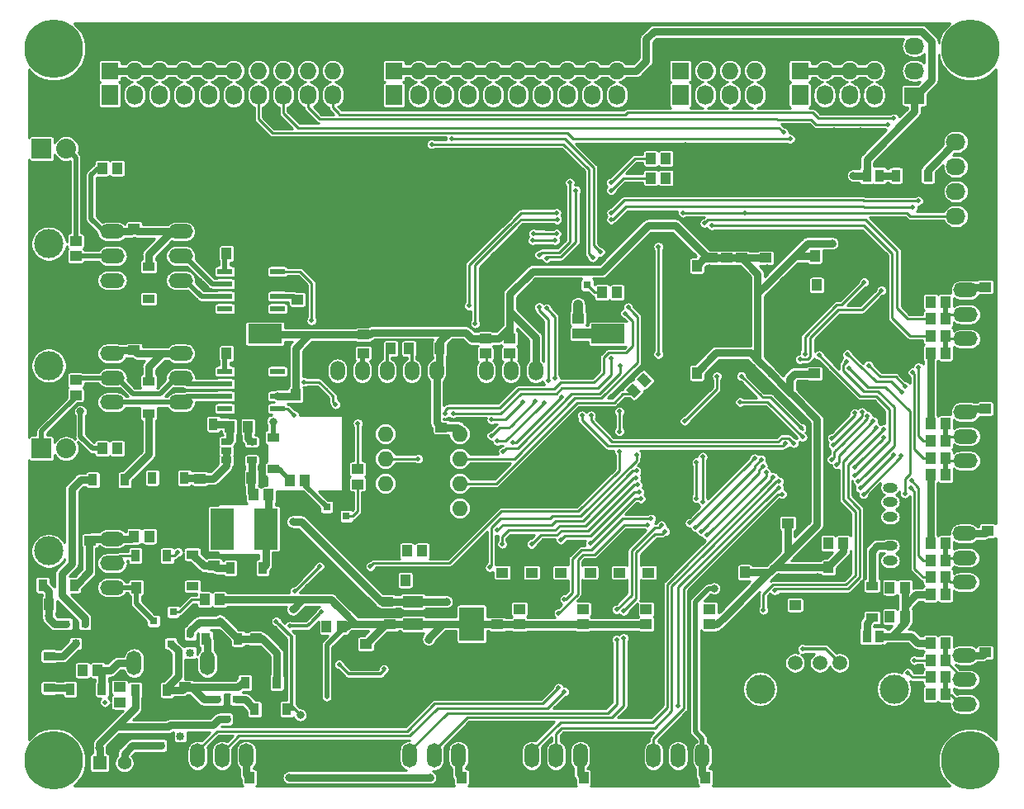
<source format=gbr>
G04 #@! TF.GenerationSoftware,KiCad,Pcbnew,(5.1.4)-1*
G04 #@! TF.CreationDate,2020-01-07T18:52:00+09:00*
G04 #@! TF.ProjectId,stm32f4_Centaurus,73746d33-3266-4345-9f43-656e74617572,rev?*
G04 #@! TF.SameCoordinates,Original*
G04 #@! TF.FileFunction,Copper,L2,Bot*
G04 #@! TF.FilePolarity,Positive*
%FSLAX46Y46*%
G04 Gerber Fmt 4.6, Leading zero omitted, Abs format (unit mm)*
G04 Created by KiCad (PCBNEW (5.1.4)-1) date 2020-01-07 18:52:00*
%MOMM*%
%LPD*%
G04 APERTURE LIST*
%ADD10R,0.800100X0.800100*%
%ADD11O,1.727200X1.727200*%
%ADD12R,1.727200X1.727200*%
%ADD13O,2.500000X1.500000*%
%ADD14C,1.501140*%
%ADD15C,2.999740*%
%ADD16O,1.500000X2.000000*%
%ADD17R,3.500000X2.000000*%
%ADD18C,3.000000*%
%ADD19R,1.550000X0.600000*%
%ADD20R,1.727200X2.032000*%
%ADD21O,1.727200X2.032000*%
%ADD22O,1.500000X2.500000*%
%ADD23R,0.910000X1.220000*%
%ADD24R,1.220000X0.910000*%
%ADD25R,1.000760X0.690880*%
%ADD26R,1.397000X1.397000*%
%ADD27C,1.397000*%
%ADD28R,2.032000X2.032000*%
%ADD29O,2.032000X2.032000*%
%ADD30R,2.400000X4.200000*%
%ADD31O,2.032000X1.727200*%
%ADD32R,2.032000X1.727200*%
%ADD33O,1.524000X1.000000*%
%ADD34R,2.000000X1.200000*%
%ADD35R,2.500000X3.500000*%
%ADD36R,1.200000X1.000000*%
%ADD37R,1.000000X1.200000*%
%ADD38R,0.965200X1.270000*%
%ADD39C,1.000000*%
%ADD40C,0.100000*%
%ADD41O,1.600000X1.600000*%
%ADD42C,6.000000*%
%ADD43C,0.500000*%
%ADD44C,0.800000*%
%ADD45C,0.800000*%
%ADD46C,0.250000*%
%ADD47C,0.500000*%
%ADD48C,0.350000*%
%ADD49C,1.000000*%
%ADD50C,0.254000*%
G04 APERTURE END LIST*
D10*
X86000760Y-109950000D03*
X86000760Y-108050000D03*
X84001780Y-109000000D03*
D11*
X140120000Y-61710000D03*
X140120000Y-64250000D03*
X137580000Y-61710000D03*
X137580000Y-64250000D03*
X135040000Y-61710000D03*
X135040000Y-64250000D03*
X132500000Y-61710000D03*
D12*
X132500000Y-64250000D03*
D13*
X149420000Y-109210000D03*
X149420000Y-111710000D03*
X149420000Y-114210000D03*
X149420000Y-116710000D03*
D14*
X139112860Y-124995760D03*
X136572860Y-124995760D03*
X134540860Y-124995760D03*
X132000860Y-124995760D03*
D15*
X142160860Y-127662760D03*
X128444860Y-127662760D03*
D16*
X85090000Y-95035000D03*
X87630000Y-95035000D03*
X90170000Y-95035000D03*
X92710000Y-95035000D03*
X95250000Y-95035000D03*
X97790000Y-95035000D03*
X100330000Y-95035000D03*
X102870000Y-95035000D03*
X105410000Y-95035000D03*
D17*
X77650000Y-91235000D03*
X112850000Y-91235000D03*
D13*
X62000000Y-109750000D03*
X62000000Y-112250000D03*
X62000000Y-114750000D03*
X62000000Y-117250000D03*
D18*
X55500000Y-113500000D03*
D19*
X73550000Y-84845000D03*
X73550000Y-86115000D03*
X73550000Y-87385000D03*
X73550000Y-88655000D03*
X78950000Y-88655000D03*
X78950000Y-87385000D03*
X78950000Y-86115000D03*
X78950000Y-84845000D03*
D20*
X90890000Y-66750000D03*
D21*
X93430000Y-66750000D03*
X95970000Y-66750000D03*
X98510000Y-66750000D03*
X101050000Y-66750000D03*
X103590000Y-66750000D03*
X106130000Y-66750000D03*
X108670000Y-66750000D03*
X111210000Y-66750000D03*
X113750000Y-66750000D03*
D22*
X78250000Y-134500000D03*
X75750000Y-134500000D03*
X73250000Y-134500000D03*
X70750000Y-134500000D03*
D23*
X78885000Y-127000000D03*
X75615000Y-127000000D03*
D24*
X78500000Y-105135000D03*
X78500000Y-101865000D03*
D25*
X76300480Y-102300040D03*
X76300480Y-103250000D03*
X76300480Y-104199960D03*
X73699520Y-104199960D03*
X73699520Y-103250000D03*
X73699520Y-102300040D03*
D23*
X66115000Y-106000000D03*
X69385000Y-106000000D03*
D26*
X60710000Y-135250000D03*
D27*
X63250000Y-135250000D03*
X65790000Y-135250000D03*
D23*
X58135000Y-117000000D03*
X54865000Y-117000000D03*
D24*
X65750000Y-87635000D03*
X65750000Y-84365000D03*
X65750000Y-96115000D03*
X65750000Y-99385000D03*
D23*
X145635000Y-75000000D03*
X142365000Y-75000000D03*
D24*
X55540000Y-127555000D03*
X55540000Y-124285000D03*
D23*
X60015000Y-106220000D03*
X63285000Y-106220000D03*
X60955000Y-127680000D03*
X57685000Y-127680000D03*
D24*
X70250000Y-117135000D03*
X70250000Y-113865000D03*
D23*
X74885000Y-122500000D03*
X71615000Y-122500000D03*
D22*
X66750000Y-125000000D03*
X64250000Y-125000000D03*
X71750000Y-125000000D03*
X74250000Y-125000000D03*
D23*
X67635000Y-127750000D03*
X64365000Y-127750000D03*
D24*
X139920000Y-117075000D03*
X139920000Y-120345000D03*
D28*
X54750000Y-72250000D03*
D29*
X57290000Y-72250000D03*
X57290000Y-103000000D03*
D28*
X54750000Y-103000000D03*
D30*
X77750000Y-111250000D03*
X73250000Y-111250000D03*
D31*
X148500000Y-79160000D03*
X148500000Y-76620000D03*
X148500000Y-74080000D03*
X148500000Y-71540000D03*
D32*
X148500000Y-69000000D03*
D21*
X84610000Y-66750000D03*
X82070000Y-66750000D03*
X79530000Y-66750000D03*
X76990000Y-66750000D03*
X74450000Y-66750000D03*
X71910000Y-66750000D03*
X69370000Y-66750000D03*
X66830000Y-66750000D03*
X64290000Y-66750000D03*
D20*
X61750000Y-66750000D03*
D11*
X113750000Y-61710000D03*
X113750000Y-64250000D03*
X111210000Y-61710000D03*
X111210000Y-64250000D03*
X108670000Y-61710000D03*
X108670000Y-64250000D03*
X106130000Y-61710000D03*
X106130000Y-64250000D03*
X103590000Y-61710000D03*
X103590000Y-64250000D03*
X101050000Y-61710000D03*
X101050000Y-64250000D03*
X98510000Y-61710000D03*
X98510000Y-64250000D03*
X95970000Y-61710000D03*
X95970000Y-64250000D03*
X93430000Y-61710000D03*
X93430000Y-64250000D03*
X90890000Y-61710000D03*
D12*
X90890000Y-64250000D03*
X61750000Y-64250000D03*
D11*
X61750000Y-61710000D03*
X64290000Y-64250000D03*
X64290000Y-61710000D03*
X66830000Y-64250000D03*
X66830000Y-61710000D03*
X69370000Y-64250000D03*
X69370000Y-61710000D03*
X71910000Y-64250000D03*
X71910000Y-61710000D03*
X74450000Y-64250000D03*
X74450000Y-61710000D03*
X76990000Y-64250000D03*
X76990000Y-61710000D03*
X79530000Y-64250000D03*
X79530000Y-61710000D03*
X82070000Y-64250000D03*
X82070000Y-61710000D03*
X84610000Y-64250000D03*
X84610000Y-61710000D03*
D13*
X149420000Y-129210000D03*
X149420000Y-126710000D03*
X149420000Y-124210000D03*
X149420000Y-121710000D03*
X149500000Y-96750000D03*
X149500000Y-99250000D03*
X149500000Y-101750000D03*
X149500000Y-104250000D03*
X149500000Y-91750000D03*
X149500000Y-89250000D03*
X149500000Y-86750000D03*
X149500000Y-84250000D03*
D22*
X117500000Y-134500000D03*
X120000000Y-134500000D03*
X122500000Y-134500000D03*
X125000000Y-134500000D03*
X112500000Y-134500000D03*
X110000000Y-134500000D03*
X107500000Y-134500000D03*
X105000000Y-134500000D03*
D13*
X69000000Y-78250000D03*
X69000000Y-80750000D03*
X69000000Y-83250000D03*
X69000000Y-85750000D03*
X69000000Y-98250000D03*
X69000000Y-95750000D03*
X69000000Y-93250000D03*
X69000000Y-90750000D03*
D18*
X55500000Y-82000000D03*
D13*
X62000000Y-85750000D03*
X62000000Y-83250000D03*
X62000000Y-80750000D03*
X62000000Y-78250000D03*
X62000000Y-90750000D03*
X62000000Y-93250000D03*
X62000000Y-95750000D03*
X62000000Y-98250000D03*
D18*
X55500000Y-94500000D03*
D22*
X92500000Y-134500000D03*
X95000000Y-134500000D03*
X97500000Y-134500000D03*
X100000000Y-134500000D03*
D20*
X120250000Y-66750000D03*
D21*
X122790000Y-66750000D03*
X125330000Y-66750000D03*
X127870000Y-66750000D03*
X140120000Y-66750000D03*
X137580000Y-66750000D03*
X135040000Y-66750000D03*
D20*
X132500000Y-66750000D03*
D12*
X120250000Y-64250000D03*
D11*
X120250000Y-61710000D03*
X122790000Y-64250000D03*
X122790000Y-61710000D03*
X125330000Y-64250000D03*
X125330000Y-61710000D03*
X127870000Y-64250000D03*
X127870000Y-61710000D03*
D33*
X141750000Y-114500000D03*
X141750000Y-113000000D03*
X141750000Y-111500000D03*
X141750000Y-110000000D03*
X141750000Y-108500000D03*
X141750000Y-107000000D03*
D34*
X92850000Y-121000000D03*
X92850000Y-123300000D03*
X92850000Y-118700000D03*
D35*
X98850000Y-121000000D03*
D19*
X78950000Y-95095000D03*
X78950000Y-96365000D03*
X78950000Y-97635000D03*
X78950000Y-98905000D03*
X73550000Y-98905000D03*
X73550000Y-97635000D03*
X73550000Y-96365000D03*
X73550000Y-95095000D03*
D23*
X79885000Y-129750000D03*
X76615000Y-129750000D03*
D36*
X132000000Y-120930000D03*
X132000000Y-119050000D03*
X131250000Y-108760000D03*
X131250000Y-110640000D03*
D37*
X126870000Y-115710000D03*
X124990000Y-115710000D03*
X137330000Y-115200000D03*
X135450000Y-115200000D03*
D36*
X72420000Y-115010000D03*
X72420000Y-116890000D03*
X90250000Y-118700000D03*
X90250000Y-116820000D03*
X101500000Y-122930000D03*
X101500000Y-121050000D03*
X151750000Y-109550000D03*
X151750000Y-111430000D03*
X151500000Y-97050000D03*
X151500000Y-98930000D03*
X88000000Y-124930000D03*
X88000000Y-123050000D03*
D37*
X93930000Y-116500000D03*
X92050000Y-116500000D03*
D36*
X151500000Y-86430000D03*
X151500000Y-84550000D03*
X151500000Y-122050000D03*
X151500000Y-123930000D03*
D37*
X122820000Y-136750000D03*
X124700000Y-136750000D03*
X110320000Y-136750000D03*
X112200000Y-136750000D03*
X75930000Y-100750000D03*
X74050000Y-100750000D03*
D36*
X71000000Y-107980000D03*
X71000000Y-106100000D03*
X80995000Y-87725000D03*
X80995000Y-89605000D03*
D37*
X80820000Y-97500000D03*
X82700000Y-97500000D03*
D36*
X64250000Y-78550000D03*
X64250000Y-80430000D03*
X64250000Y-92930000D03*
X64250000Y-91050000D03*
D37*
X99700000Y-136750000D03*
X97820000Y-136750000D03*
X77950000Y-136750000D03*
X76070000Y-136750000D03*
X97450000Y-92750000D03*
X95570000Y-92750000D03*
D36*
X87750000Y-93200000D03*
X87750000Y-91320000D03*
D37*
X92430000Y-92750000D03*
X90550000Y-92750000D03*
D36*
X125000000Y-83450000D03*
X125000000Y-81570000D03*
X123500000Y-83450000D03*
X123500000Y-81570000D03*
X129000000Y-81570000D03*
X129000000Y-83450000D03*
X126500000Y-83450000D03*
X126500000Y-81570000D03*
D37*
X120070000Y-84250000D03*
X121950000Y-84250000D03*
X121950000Y-95250000D03*
X120070000Y-95250000D03*
D36*
X134000000Y-97180000D03*
X134000000Y-95300000D03*
D37*
X134050000Y-83250000D03*
X135930000Y-83250000D03*
D36*
X95750000Y-100820000D03*
X95750000Y-102700000D03*
X59750000Y-112430000D03*
X59750000Y-110550000D03*
D38*
X139365000Y-75000000D03*
X140635000Y-75000000D03*
X139365000Y-122250000D03*
X140635000Y-122250000D03*
D10*
X58250000Y-122998220D03*
X59200000Y-120999240D03*
X57300000Y-120999240D03*
X70000760Y-122050000D03*
X70000760Y-123950000D03*
X68001780Y-123000000D03*
X73750000Y-130748220D03*
X74700000Y-128749240D03*
X72800000Y-128749240D03*
X66999240Y-133450000D03*
X66999240Y-131550000D03*
X68998220Y-132500000D03*
X66249240Y-120700000D03*
X66249240Y-118800000D03*
X68248220Y-119750000D03*
D37*
X135390000Y-112710000D03*
X136950000Y-112710000D03*
X143280000Y-120250000D03*
X141720000Y-120250000D03*
X143280000Y-117250000D03*
X141720000Y-117250000D03*
X147450000Y-124710000D03*
X145890000Y-124710000D03*
X147450000Y-126460000D03*
X145890000Y-126460000D03*
X145890000Y-102210000D03*
X147450000Y-102210000D03*
X147450000Y-103960000D03*
X145890000Y-103960000D03*
X145890000Y-128210000D03*
X147450000Y-128210000D03*
X147450000Y-105710000D03*
X145890000Y-105710000D03*
X145890000Y-122960000D03*
X147450000Y-122960000D03*
X145890000Y-100460000D03*
X147450000Y-100460000D03*
X83970000Y-121250000D03*
X85530000Y-121250000D03*
X147450000Y-89710000D03*
X145890000Y-89710000D03*
X147450000Y-91460000D03*
X145890000Y-91460000D03*
X147450000Y-114460000D03*
X145890000Y-114460000D03*
X145890000Y-116210000D03*
X147450000Y-116210000D03*
X92220000Y-113500000D03*
X93780000Y-113500000D03*
X145890000Y-93210000D03*
X147450000Y-93210000D03*
X145890000Y-117960000D03*
X147450000Y-117960000D03*
X145890000Y-87960000D03*
X147450000Y-87960000D03*
X147450000Y-112710000D03*
X145890000Y-112710000D03*
X135780000Y-86250000D03*
X134220000Y-86250000D03*
X53970000Y-119000000D03*
X55530000Y-119000000D03*
D36*
X76750000Y-122470000D03*
X76750000Y-124030000D03*
X69500000Y-129030000D03*
X69500000Y-127470000D03*
D37*
X60530000Y-125750000D03*
X58970000Y-125750000D03*
D36*
X62750000Y-129030000D03*
X62750000Y-127470000D03*
D37*
X78030000Y-107750000D03*
X76470000Y-107750000D03*
X74720000Y-106000000D03*
X76280000Y-106000000D03*
X75280000Y-83000000D03*
X73720000Y-83000000D03*
X75280000Y-93250000D03*
X73720000Y-93250000D03*
D36*
X58250000Y-81720000D03*
X58250000Y-83280000D03*
X58250000Y-97530000D03*
X58250000Y-95970000D03*
D37*
X113780000Y-87000000D03*
X112220000Y-87000000D03*
D36*
X109750000Y-89670000D03*
X109750000Y-91230000D03*
X110250000Y-121030000D03*
X110250000Y-119470000D03*
X102000000Y-117280000D03*
X102000000Y-115720000D03*
X100250000Y-91720000D03*
X100250000Y-93280000D03*
X87170000Y-105100000D03*
X87170000Y-106660000D03*
X102750000Y-93280000D03*
X102750000Y-91720000D03*
D37*
X81780000Y-106250000D03*
X80220000Y-106250000D03*
D36*
X103750000Y-121030000D03*
X103750000Y-119470000D03*
X116750000Y-119470000D03*
X116750000Y-121030000D03*
X123250000Y-119470000D03*
X123250000Y-121030000D03*
X105000000Y-115720000D03*
X105000000Y-117280000D03*
X108000000Y-115720000D03*
X108000000Y-117280000D03*
X114000000Y-115720000D03*
X114000000Y-117280000D03*
X111000000Y-117280000D03*
X111000000Y-115720000D03*
X117000000Y-115720000D03*
X117000000Y-117280000D03*
D37*
X118780000Y-73250000D03*
X117220000Y-73250000D03*
D39*
X116551543Y-95948457D03*
D40*
G36*
X116480832Y-95170640D02*
G01*
X117329360Y-96019168D01*
X116622254Y-96726274D01*
X115773726Y-95877746D01*
X116480832Y-95170640D01*
X116480832Y-95170640D01*
G37*
D39*
X115448457Y-97051543D03*
D40*
G36*
X115377746Y-96273726D02*
G01*
X116226274Y-97122254D01*
X115519168Y-97829360D01*
X114670640Y-96980832D01*
X115377746Y-96273726D01*
X115377746Y-96273726D01*
G37*
D37*
X117220000Y-75250000D03*
X118780000Y-75250000D03*
X64250000Y-112000000D03*
X65810000Y-112000000D03*
X60970000Y-74250000D03*
X62530000Y-74250000D03*
X62530000Y-103000000D03*
X60970000Y-103000000D03*
X73030000Y-118500000D03*
X71470000Y-118500000D03*
X64470000Y-117250000D03*
X66030000Y-117250000D03*
D23*
X69115000Y-100500000D03*
X72385000Y-100500000D03*
X77410001Y-115250000D03*
X74140001Y-115250000D03*
D10*
X110700000Y-86249240D03*
X108800000Y-86249240D03*
X109750000Y-88248220D03*
D41*
X97620000Y-101500000D03*
X97620000Y-104040000D03*
X97620000Y-106580000D03*
X97620000Y-109120000D03*
X90000000Y-109120000D03*
X90000000Y-106580000D03*
X90000000Y-104040000D03*
X90000000Y-101500000D03*
D23*
X67635000Y-114000000D03*
X64365000Y-114000000D03*
D36*
X90500000Y-121050000D03*
X90500000Y-122930000D03*
D31*
X144250000Y-61710000D03*
X144250000Y-64250000D03*
D32*
X144250000Y-66790000D03*
D42*
X56000000Y-62000000D03*
X56000000Y-135000000D03*
X150000000Y-135000000D03*
X150000000Y-62000000D03*
D43*
X132000000Y-119050000D03*
X142850000Y-95050000D03*
X114000000Y-118250000D03*
X126820000Y-73000000D03*
X126180000Y-73000000D03*
D44*
X76000000Y-125250000D03*
X77750000Y-125250000D03*
X89250000Y-124000000D03*
X121500000Y-117750000D03*
X135500000Y-96250000D03*
X130370000Y-116220000D03*
X134310000Y-116220000D03*
X107500000Y-102000000D03*
X110500000Y-102000000D03*
X113000000Y-103750000D03*
X106000000Y-131500000D03*
X108500000Y-132750000D03*
X98750000Y-131750000D03*
X115000000Y-130250000D03*
X117000000Y-130250000D03*
X112500000Y-129250000D03*
X108500000Y-129250000D03*
X91750000Y-131000000D03*
X90750000Y-133250000D03*
X81250000Y-133500000D03*
X65500000Y-130250000D03*
X75250000Y-131000000D03*
X61500000Y-130500000D03*
X62750000Y-133000000D03*
X68250000Y-134250000D03*
X60250000Y-137250000D03*
X63500000Y-137250000D03*
X67000000Y-137250000D03*
X70500000Y-137250000D03*
X74000000Y-137250000D03*
X133250000Y-131250000D03*
X146250000Y-137000000D03*
X143250000Y-137000000D03*
X139750000Y-137000000D03*
X136000000Y-137000000D03*
X131750000Y-137000000D03*
X129000000Y-135500000D03*
X136000000Y-132000000D03*
X146500000Y-132000000D03*
X152000000Y-131500000D03*
X146500000Y-129750000D03*
X136000000Y-129500000D03*
X133250000Y-126500000D03*
X130500000Y-125500000D03*
X130750000Y-133000000D03*
X117750000Y-125000000D03*
X123000000Y-125000000D03*
X115500000Y-125000000D03*
X112500000Y-125000000D03*
X109250000Y-125000000D03*
X106750000Y-125000000D03*
X112500000Y-115750000D03*
X88250000Y-131000000D03*
X71750000Y-130000000D03*
X89000000Y-99750000D03*
X87000000Y-99250000D03*
X83500000Y-90000000D03*
X86750000Y-90000000D03*
X81000000Y-86250000D03*
X83500000Y-86250000D03*
X92400000Y-65500000D03*
X94700000Y-65500000D03*
X97200000Y-65500000D03*
X99700000Y-65500000D03*
X102300000Y-65500000D03*
X104900000Y-65500000D03*
X107400000Y-65500000D03*
X109950000Y-65500000D03*
X112500000Y-65500000D03*
X115150000Y-65500000D03*
X115150000Y-67600000D03*
X112500000Y-67900000D03*
X109950000Y-67900000D03*
X107400000Y-67900000D03*
X104900000Y-67900000D03*
X102300000Y-67900000D03*
X99800000Y-67900000D03*
X97200000Y-67900000D03*
X94700000Y-67900000D03*
X92400000Y-68000000D03*
X89100000Y-67900000D03*
X89100000Y-65500000D03*
X87750000Y-64250000D03*
X120250000Y-112000000D03*
X120250000Y-114000000D03*
X118500000Y-115750000D03*
X112500000Y-118250000D03*
X100250000Y-117000000D03*
X103500000Y-117000000D03*
X106500000Y-117750000D03*
X106500000Y-116000000D03*
X109250000Y-113000000D03*
X109500000Y-108500000D03*
X103500000Y-105500000D03*
X106500000Y-113000000D03*
X103500000Y-113000000D03*
X99000000Y-114250000D03*
X97750000Y-116250000D03*
X59500000Y-133250000D03*
X58250000Y-131500000D03*
X56000000Y-131000000D03*
X54000000Y-131500000D03*
X54000000Y-128500000D03*
X54000000Y-125500000D03*
X54000000Y-122500000D03*
X54000000Y-115250000D03*
X54000000Y-111500000D03*
X54000000Y-108000000D03*
X54000000Y-104750000D03*
X54000000Y-100500000D03*
X54000000Y-96750000D03*
X54000000Y-92250000D03*
X54000000Y-88750000D03*
X54000000Y-84750000D03*
X54000000Y-79750000D03*
X54000000Y-75250000D03*
X54000000Y-69500000D03*
X54000000Y-65500000D03*
X56500000Y-66000000D03*
X58750000Y-65500000D03*
X59750000Y-63500000D03*
X59500000Y-60250000D03*
X146500000Y-59750000D03*
X150250000Y-65750000D03*
X152000000Y-65500000D03*
X152000000Y-67750000D03*
X150250000Y-70500000D03*
X150250000Y-73000000D03*
X150250000Y-75250000D03*
X150250000Y-78000000D03*
X150250000Y-80500000D03*
X150000000Y-93500000D03*
X150250000Y-106000000D03*
X150250000Y-118750000D03*
X105750000Y-73250000D03*
X101000000Y-73250000D03*
X107750000Y-77750000D03*
X115000000Y-76500000D03*
X113250000Y-73250000D03*
X114750000Y-80750000D03*
X106000000Y-78000000D03*
X105000000Y-75000000D03*
X102750000Y-79000000D03*
X84750000Y-79000000D03*
X75750000Y-69250000D03*
X86000000Y-65500000D03*
X90500000Y-71500000D03*
X95000000Y-73250000D03*
X82000000Y-69250000D03*
X78500000Y-69250000D03*
X73250000Y-69250000D03*
X70750000Y-69250000D03*
X68250000Y-69250000D03*
X65500000Y-69250000D03*
X63000000Y-69250000D03*
X60250000Y-68500000D03*
X73750000Y-73750000D03*
X98250000Y-90000000D03*
X83000000Y-83000000D03*
X78000000Y-72250000D03*
X80750000Y-71500000D03*
X94750000Y-75250000D03*
X92750000Y-79000000D03*
X103500000Y-84750000D03*
X105000000Y-86500000D03*
X104250000Y-89000000D03*
X107500000Y-86000000D03*
X107500000Y-88500000D03*
X113750000Y-88750000D03*
X112250000Y-81500000D03*
X107500000Y-75000000D03*
X120750000Y-72000000D03*
X121500000Y-74750000D03*
X123000000Y-72750000D03*
X118500000Y-67750000D03*
X118500000Y-65500000D03*
X129250000Y-65500000D03*
X129250000Y-67750000D03*
X131000000Y-67750000D03*
X131000000Y-65500000D03*
X142250000Y-65500000D03*
X142250000Y-67750000D03*
X147000000Y-65750000D03*
X143000000Y-71750000D03*
X146750000Y-71750000D03*
X147000000Y-75250000D03*
X146750000Y-78000000D03*
X146750000Y-80500000D03*
X135000000Y-76750000D03*
X138250000Y-73750000D03*
X135000000Y-72750000D03*
X138750000Y-70500000D03*
X136000000Y-70500000D03*
X136250000Y-68000000D03*
X139000000Y-68000000D03*
X136250000Y-65500000D03*
X138750000Y-65500000D03*
X134000000Y-65500000D03*
X92750000Y-90000000D03*
X83750000Y-111250000D03*
X92750000Y-111250000D03*
X97000000Y-111250000D03*
X99000000Y-107500000D03*
X100000000Y-105750000D03*
X100000000Y-103250000D03*
X100000000Y-101000000D03*
X94500000Y-101250000D03*
X88250000Y-104000000D03*
X91750000Y-106250000D03*
X82250000Y-99250000D03*
X81750000Y-113250000D03*
X82750000Y-117500000D03*
X71250000Y-111250000D03*
X63250000Y-104500000D03*
X60750000Y-113500000D03*
X60750000Y-116000000D03*
X60250000Y-97000000D03*
X60250000Y-94750000D03*
X67500000Y-94500000D03*
X70500000Y-94500000D03*
X67500000Y-99750000D03*
X70500000Y-99750000D03*
X63750000Y-99750000D03*
X63500000Y-94500000D03*
X63500000Y-84500000D03*
X63500000Y-87000000D03*
X60250000Y-87000000D03*
X67250000Y-87000000D03*
X67250000Y-84500000D03*
X72000000Y-84500000D03*
X63500000Y-82000000D03*
X60250000Y-82000000D03*
X60250000Y-92000000D03*
X67500000Y-92000000D03*
X70500000Y-92000000D03*
X62750000Y-72750000D03*
X56250000Y-73750000D03*
X56250000Y-70500000D03*
X59250000Y-73750000D03*
X58750000Y-104750000D03*
X77000000Y-83250000D03*
X67250000Y-73750000D03*
X132500000Y-84500000D03*
X129250000Y-87500000D03*
X129250000Y-93000000D03*
X130750000Y-95000000D03*
X127000000Y-92000000D03*
X122000000Y-93500000D03*
X119250000Y-81250000D03*
X120250000Y-82250000D03*
X126500000Y-85250000D03*
X129150000Y-84550000D03*
X124250000Y-92000000D03*
X103500000Y-81250000D03*
X100500000Y-81000000D03*
X95500000Y-81000000D03*
X98000000Y-83500000D03*
X100500000Y-84750000D03*
X92750000Y-83000000D03*
X97750000Y-87750000D03*
X89000000Y-59750000D03*
X87250000Y-61750000D03*
X97500000Y-128250000D03*
X105750000Y-128250000D03*
X72000000Y-104750000D03*
X146750000Y-82750000D03*
X150250000Y-82750000D03*
X146750000Y-85000000D03*
X147250000Y-98500000D03*
X150000000Y-95000000D03*
X150250000Y-107750000D03*
X147250000Y-107750000D03*
X147250000Y-111250000D03*
X150250000Y-120250000D03*
X147250000Y-121500000D03*
X95500000Y-105250000D03*
X93000000Y-103000000D03*
X107500000Y-105500000D03*
X110500000Y-105500000D03*
X117500000Y-100500000D03*
X115250000Y-101500000D03*
X73750000Y-80250000D03*
X81250000Y-75500000D03*
X70500000Y-76250000D03*
X67250000Y-76250000D03*
X57250000Y-84750000D03*
X57250000Y-88750000D03*
X57250000Y-92250000D03*
X68250000Y-88000000D03*
X70000000Y-88000000D03*
X70000000Y-89250000D03*
X68250000Y-89250000D03*
X60500000Y-101250000D03*
X66750000Y-104500000D03*
X63750000Y-108500000D03*
X56500000Y-108000000D03*
X56500000Y-111250000D03*
X60750000Y-122500000D03*
X60750000Y-119250000D03*
X63500000Y-119250000D03*
X66500000Y-122500000D03*
X75750000Y-121000000D03*
X85000000Y-126750000D03*
X78500000Y-129000000D03*
X90750000Y-135500000D03*
X101750000Y-135500000D03*
X101750000Y-133500000D03*
X103250000Y-133500000D03*
X103250000Y-135500000D03*
X114000000Y-135500000D03*
X114000000Y-133500000D03*
X115750000Y-133500000D03*
X115750000Y-135500000D03*
X127000000Y-135500000D03*
X127000000Y-130250000D03*
X127000000Y-125500000D03*
X127000000Y-122500000D03*
X130500000Y-122500000D03*
X127000000Y-112250000D03*
X130000000Y-110750000D03*
X132750000Y-114000000D03*
X136500000Y-109000000D03*
X135500000Y-118250000D03*
X136500000Y-121750000D03*
X138250000Y-120000000D03*
X129750000Y-119250000D03*
X136000000Y-126500000D03*
X139750000Y-126500000D03*
X143000000Y-123500000D03*
X141000000Y-123500000D03*
X144500000Y-127250000D03*
X148750000Y-106000000D03*
X148750000Y-93500000D03*
X144000000Y-85000000D03*
X144000000Y-88750000D03*
X143500000Y-75250000D03*
X144500000Y-69750000D03*
X118500000Y-62750000D03*
X115250000Y-62750000D03*
X86000000Y-67900000D03*
X98250000Y-73250000D03*
X108500000Y-73250000D03*
X112250000Y-77750000D03*
X79500000Y-93500000D03*
X77000000Y-93500000D03*
X72000000Y-102000000D03*
X67500000Y-102000000D03*
X71250000Y-109000000D03*
X68500000Y-115500000D03*
X68500000Y-117500000D03*
X74250000Y-117000000D03*
X81750000Y-115500000D03*
X101500000Y-128250000D03*
X101500000Y-125000000D03*
X97500000Y-125000000D03*
X123000000Y-130250000D03*
X77000000Y-95750000D03*
X77000000Y-98250000D03*
X75250000Y-98250000D03*
X75250000Y-95750000D03*
X83500000Y-92500000D03*
X83500000Y-95000000D03*
X86250000Y-92500000D03*
X89250000Y-92500000D03*
X94000000Y-92500000D03*
X98750000Y-93000000D03*
X123250000Y-84500000D03*
X134000000Y-89250000D03*
X131500000Y-93000000D03*
X124500000Y-94250000D03*
X127000000Y-94250000D03*
X136500000Y-100000000D03*
X86250000Y-101500000D03*
X88250000Y-101500000D03*
X88250000Y-108000000D03*
X81250000Y-108000000D03*
X74500000Y-108000000D03*
X148750000Y-95000000D03*
X148750000Y-107750000D03*
X148750000Y-120250000D03*
X148750000Y-118750000D03*
X82250000Y-124750000D03*
X82250000Y-126750000D03*
X68500000Y-112500000D03*
X56250000Y-101250000D03*
X72250000Y-91000000D03*
X75000000Y-91000000D03*
X78750000Y-79000000D03*
X94590000Y-136750000D03*
X151500000Y-123930000D03*
X122820000Y-136750000D03*
X110320000Y-136750000D03*
X97820000Y-136750000D03*
X80140000Y-136750000D03*
X76070000Y-136750000D03*
X151750000Y-111430000D03*
X151500000Y-98930000D03*
X151500000Y-86430000D03*
X123720000Y-117360000D03*
X96290000Y-118700000D03*
X80530000Y-110500000D03*
X68998220Y-132500000D03*
D43*
X126890000Y-78830000D03*
X120510000Y-78830000D03*
X118000000Y-82300000D03*
X118000000Y-93335000D03*
X103050000Y-102370000D03*
X108040914Y-97685913D03*
X92040000Y-116600000D03*
D44*
X73250000Y-111250000D03*
X74050000Y-100750000D03*
X58250000Y-122998220D03*
X66115000Y-106000000D03*
X81280000Y-130330000D03*
D43*
X78820000Y-120740000D03*
X117250000Y-110210000D03*
X108360000Y-118460000D03*
X108350000Y-127940000D03*
X116860000Y-110840000D03*
X107770000Y-119890000D03*
X107770000Y-127540000D03*
X132770000Y-123550000D03*
X135390000Y-112710000D03*
X100720000Y-115200000D03*
X115743413Y-103623413D03*
X120700000Y-100170000D03*
X124000000Y-95580000D03*
X115738449Y-105298378D03*
X101460000Y-111370000D03*
X142096587Y-103633413D03*
X120000000Y-129400000D03*
X137358414Y-93325000D03*
X142915000Y-97203782D03*
X130340490Y-107073498D03*
X138680000Y-107060000D03*
X142850000Y-103720000D03*
X143270000Y-96587650D03*
X139550000Y-94470000D03*
X130690000Y-107680000D03*
X139020000Y-107680000D03*
X134220000Y-86250000D03*
D44*
X78500000Y-105135000D03*
D43*
X92040000Y-113600000D03*
X133010000Y-93290000D03*
X139090000Y-85950000D03*
X132504999Y-93865001D03*
X140870000Y-86770000D03*
X144240000Y-124710000D03*
X143270000Y-107620000D03*
X143570000Y-126000000D03*
X137545000Y-94750000D03*
X144670000Y-94640000D03*
X144070000Y-95180000D03*
D44*
X83970000Y-121250000D03*
D43*
X143930000Y-106280000D03*
X126500000Y-95570000D03*
X132661587Y-100898413D03*
X143880000Y-107070000D03*
X132770000Y-101820000D03*
X126380000Y-98235000D03*
X122730000Y-79890000D03*
X123490000Y-80140000D03*
X89860000Y-125620000D03*
X85270000Y-125150000D03*
X83470000Y-119770000D03*
X80190000Y-121200000D03*
X100250000Y-93280000D03*
X99210000Y-90170000D03*
X144085000Y-78250000D03*
X113150000Y-79530003D03*
X107610000Y-79530000D03*
X142140000Y-69140000D03*
X102750000Y-93280000D03*
X98580000Y-88370000D03*
X144660000Y-77590000D03*
X113160000Y-78830000D03*
X107550000Y-78830000D03*
X107560000Y-80950000D03*
X105181587Y-80928413D03*
X96790000Y-71215000D03*
X112035023Y-82835000D03*
X94750000Y-71790000D03*
X111270000Y-83410000D03*
X107410000Y-81660000D03*
X105100000Y-81660000D03*
X87180000Y-100410000D03*
X141550000Y-69750000D03*
X78950000Y-88655000D03*
X131020000Y-102500000D03*
X110170000Y-99599037D03*
X82440000Y-89890000D03*
X131886587Y-102446587D03*
X111090000Y-99599037D03*
X81690000Y-96180000D03*
X78950000Y-95095000D03*
X84900000Y-98475000D03*
X80640000Y-99570000D03*
X105000000Y-112800000D03*
X115870000Y-106720000D03*
X131500000Y-71240000D03*
X130840000Y-70580000D03*
X121800000Y-111070000D03*
X139430000Y-99670000D03*
X128534724Y-104120488D03*
X135760000Y-104120000D03*
X110250000Y-119470000D03*
X101990000Y-112790000D03*
X115730000Y-106000000D03*
X108000000Y-112360000D03*
X116040000Y-107450000D03*
X111000000Y-112730000D03*
X116190000Y-108140000D03*
X122380000Y-111510000D03*
X140014999Y-100190000D03*
X128707053Y-104798947D03*
X136300000Y-104640000D03*
X116750000Y-119470000D03*
X122980000Y-111890000D03*
X141095000Y-101910000D03*
X141095000Y-101910000D03*
X129030000Y-105420000D03*
X138131177Y-104935650D03*
X123250000Y-119470000D03*
X118780000Y-73250000D03*
X118780000Y-75250000D03*
X113780000Y-87000000D03*
X114900000Y-88520000D03*
X114591551Y-89148380D03*
X96145913Y-99405913D03*
X96960000Y-99405000D03*
X113140000Y-93780000D03*
X114108413Y-94498413D03*
X102074999Y-103300000D03*
X93780000Y-113500000D03*
X68740000Y-113620000D03*
X101500000Y-102240001D03*
X106290000Y-98290000D03*
X116550000Y-95810000D03*
X71470000Y-118500000D03*
X80700000Y-117650000D03*
X83260000Y-115090000D03*
X114000000Y-103324999D03*
X114000000Y-99195000D03*
X88460000Y-115090000D03*
X114000000Y-101245020D03*
X122540000Y-108460000D03*
X118690000Y-111490000D03*
X114440000Y-119670000D03*
X114440000Y-122420000D03*
X122542277Y-103840000D03*
X121910000Y-108110000D03*
X121907996Y-104415000D03*
X118310000Y-110870000D03*
X113710000Y-119520000D03*
X113710000Y-122590000D03*
X140340000Y-100900000D03*
X128761587Y-119561587D03*
X141070000Y-101000000D03*
X129936587Y-117566587D03*
X113128413Y-75718413D03*
X108911587Y-75718413D03*
X105780000Y-83130000D03*
X105770000Y-88480000D03*
X106703413Y-96003413D03*
X100900000Y-100040000D03*
X93370000Y-104040000D03*
X104090000Y-98260000D03*
X113140000Y-76520000D03*
X109550000Y-76520000D03*
X106540000Y-83490000D03*
X106540000Y-88620000D03*
X100880000Y-101690000D03*
X105360000Y-98160000D03*
X107400000Y-95780000D03*
X101988703Y-115630000D03*
X105000000Y-115630000D03*
X108000000Y-115630000D03*
X114000000Y-115630000D03*
X111000000Y-115630000D03*
X117000000Y-115630000D03*
X138120000Y-99370000D03*
X135788413Y-101928413D03*
X121220000Y-110630000D03*
X135900000Y-102630000D03*
X138855000Y-99255741D03*
X127843981Y-103997843D03*
X103750000Y-119470000D03*
D44*
X74140001Y-115250000D03*
X58740000Y-99190000D03*
X65750000Y-87635000D03*
X65750000Y-99385000D03*
X65810000Y-112000000D03*
X62530000Y-74250000D03*
X62620000Y-103000000D03*
D43*
X137307569Y-94063350D03*
X130360000Y-106370000D03*
X138490000Y-106370000D03*
X134470000Y-93430000D03*
X129764719Y-105910210D03*
X138100000Y-105770000D03*
D44*
X55540000Y-127555000D03*
X55500000Y-120180000D03*
X70250000Y-117135000D03*
X70000760Y-123950000D03*
X62750000Y-127470000D03*
D43*
X59000000Y-125750000D03*
D44*
X62750000Y-129030000D03*
D43*
X61250000Y-129030000D03*
D44*
X60700000Y-133741500D03*
D43*
X141630000Y-120250000D03*
X141630000Y-117250000D03*
D44*
X145890000Y-112710000D03*
X145890000Y-117960000D03*
X145890000Y-105710000D03*
X145890000Y-100460000D03*
X145890000Y-93210000D03*
X145890000Y-87960000D03*
X145890000Y-122960000D03*
X145890000Y-128210000D03*
X135490000Y-115210000D03*
X140635000Y-122250000D03*
D43*
X132000000Y-83250000D03*
X134070000Y-83250000D03*
X129000000Y-83430000D03*
X123500000Y-83430000D03*
X121930000Y-95250000D03*
X134000000Y-95320000D03*
D44*
X123250000Y-121030000D03*
X116750000Y-121030000D03*
X126850000Y-115710000D03*
D43*
X121930000Y-84250000D03*
X126500000Y-83430000D03*
X124210000Y-83430000D03*
D44*
X80995000Y-87725000D03*
X87750000Y-91320000D03*
D43*
X131250000Y-110640000D03*
D44*
X78950000Y-97635000D03*
X78500000Y-100250000D03*
X87810000Y-123050000D03*
X80530000Y-119500000D03*
D43*
X84000000Y-128450000D03*
D44*
X94440740Y-122594980D03*
X135830000Y-81950000D03*
X138000000Y-75000000D03*
D45*
X83645685Y-136750000D02*
X94590000Y-136750000D01*
X83080000Y-136750000D02*
X83645685Y-136750000D01*
D46*
X149420000Y-124210000D02*
X148490000Y-124210000D01*
X148490000Y-124210000D02*
X148275001Y-124424999D01*
D45*
X122500000Y-136430000D02*
X122820000Y-136750000D01*
X122500000Y-134500000D02*
X122500000Y-136430000D01*
X110000000Y-136430000D02*
X110320000Y-136750000D01*
X110000000Y-134500000D02*
X110000000Y-136430000D01*
X97500000Y-136430000D02*
X97820000Y-136750000D01*
X97500000Y-134500000D02*
X97500000Y-136430000D01*
X75750000Y-136430000D02*
X76070000Y-136750000D01*
X75750000Y-134500000D02*
X75750000Y-136430000D01*
X151220000Y-124210000D02*
X151500000Y-123930000D01*
X149420000Y-124210000D02*
X151220000Y-124210000D01*
X83080000Y-136750000D02*
X80140000Y-136750000D01*
X151470000Y-111710000D02*
X151750000Y-111430000D01*
X149420000Y-111710000D02*
X151470000Y-111710000D01*
X149820000Y-98930000D02*
X149500000Y-99250000D01*
X151500000Y-98930000D02*
X149820000Y-98930000D01*
X149820000Y-86430000D02*
X149500000Y-86750000D01*
X151500000Y-86430000D02*
X149820000Y-86430000D01*
D47*
X123154315Y-117360000D02*
X121765010Y-118749305D01*
X123720000Y-117360000D02*
X123154315Y-117360000D01*
X122500000Y-132750000D02*
X122500000Y-134500000D01*
X121765010Y-132015010D02*
X122500000Y-132750000D01*
X121765010Y-118749305D02*
X121765010Y-132015010D01*
D45*
X92850000Y-118700000D02*
X96290000Y-118700000D01*
X92850000Y-118700000D02*
X90250000Y-118700000D01*
X80540000Y-110510000D02*
X80530000Y-110500000D01*
X81390000Y-110510000D02*
X80540000Y-110510000D01*
X90250000Y-118700000D02*
X89580000Y-118700000D01*
X89580000Y-118700000D02*
X81390000Y-110510000D01*
X74450000Y-64250000D02*
X71910000Y-64250000D01*
X71910000Y-64250000D02*
X69370000Y-64250000D01*
X69370000Y-64250000D02*
X66830000Y-64250000D01*
X66830000Y-64250000D02*
X64290000Y-64250000D01*
X64290000Y-64250000D02*
X61750000Y-64250000D01*
D46*
X148500000Y-79160000D02*
X143790000Y-79160000D01*
X126890000Y-78830000D02*
X135560000Y-78830000D01*
X143460000Y-78830000D02*
X143670000Y-79040000D01*
X138710000Y-78830000D02*
X143460000Y-78830000D01*
X143790000Y-79160000D02*
X143670000Y-79040000D01*
X126890000Y-78830000D02*
X121230000Y-78830000D01*
X121230000Y-78830000D02*
X120510000Y-78830000D01*
X118000000Y-82670000D02*
X118000000Y-82300000D01*
X118000000Y-82670000D02*
X118000000Y-92620000D01*
X118000000Y-93230000D02*
X118000000Y-93335000D01*
X118000000Y-92620000D02*
X118000000Y-93230000D01*
X108070001Y-97715000D02*
X108040914Y-97685913D01*
X108070001Y-97749999D02*
X108070001Y-97715000D01*
X103450000Y-102370000D02*
X108070001Y-97749999D01*
X103050000Y-102370000D02*
X103450000Y-102370000D01*
X135560000Y-78830000D02*
X138710000Y-78830000D01*
D45*
X73800000Y-100500000D02*
X74050000Y-100750000D01*
X72385000Y-100500000D02*
X73800000Y-100500000D01*
X74050000Y-102150000D02*
X73950010Y-102249990D01*
X74050000Y-100750000D02*
X74050000Y-102150000D01*
X75930000Y-101929560D02*
X76300480Y-102300040D01*
X75930000Y-100750000D02*
X75930000Y-101929560D01*
X56963220Y-124285000D02*
X58250000Y-122998220D01*
X55540000Y-124285000D02*
X56963220Y-124285000D01*
D48*
X79885000Y-129750000D02*
X80700000Y-129750000D01*
X80700000Y-129750000D02*
X81280000Y-130330000D01*
X80700000Y-129750000D02*
X80400000Y-129450000D01*
X80400000Y-129450000D02*
X80400000Y-128780000D01*
X80400000Y-128780000D02*
X80400000Y-123230000D01*
X80400000Y-123230000D02*
X80400000Y-122320000D01*
X80400000Y-122320000D02*
X78820000Y-120740000D01*
D45*
X78030000Y-110970000D02*
X77750000Y-111250000D01*
X78030000Y-107750000D02*
X78030000Y-110970000D01*
X77750000Y-114910001D02*
X77410001Y-115250000D01*
X77750000Y-111250000D02*
X77750000Y-114910001D01*
D46*
X106990000Y-129300000D02*
X108350000Y-127940000D01*
X73250000Y-134500000D02*
X73250000Y-134180000D01*
X73250000Y-134180000D02*
X74960000Y-132470000D01*
X74960000Y-132470000D02*
X92530000Y-132470000D01*
X92530000Y-132470000D02*
X95370000Y-129630000D01*
X95370000Y-129630000D02*
X106660000Y-129630000D01*
X106660000Y-129630000D02*
X106990000Y-129300000D01*
X108505002Y-118460000D02*
X108360000Y-118460000D01*
X117250000Y-110210000D02*
X114360000Y-110210000D01*
X114360000Y-110210000D02*
X111150000Y-113420000D01*
X111150000Y-113420000D02*
X110070000Y-113420000D01*
X110070000Y-113420000D02*
X109190000Y-114300000D01*
X109190000Y-114300000D02*
X109190000Y-117775002D01*
X109190000Y-117775002D02*
X108505002Y-118460000D01*
X70750000Y-134500000D02*
X70750000Y-134000000D01*
X72750000Y-132000000D02*
X92220000Y-132000000D01*
X92220000Y-132000000D02*
X95060000Y-129160000D01*
X106490000Y-128820000D02*
X107770000Y-127540000D01*
X95060000Y-129160000D02*
X106150000Y-129160000D01*
X70750000Y-134000000D02*
X72750000Y-132000000D01*
X106150000Y-129160000D02*
X106490000Y-128820000D01*
X114510009Y-110840000D02*
X111480000Y-113870009D01*
X116860000Y-110840000D02*
X114510009Y-110840000D01*
X109740000Y-117920000D02*
X107770000Y-119890000D01*
X109740000Y-114390000D02*
X109740000Y-117920000D01*
X110259991Y-113870009D02*
X109740000Y-114390000D01*
X111480000Y-113870009D02*
X110259991Y-113870009D01*
D48*
X135127100Y-123550000D02*
X132770000Y-123550000D01*
X136572860Y-124995760D02*
X135127100Y-123550000D01*
D46*
X124000000Y-96870000D02*
X120700000Y-100170000D01*
X124000000Y-95580000D02*
X124000000Y-96870000D01*
X115743413Y-104236587D02*
X115743413Y-103623413D01*
X110040000Y-109940000D02*
X115743413Y-104236587D01*
X107140000Y-109940000D02*
X110040000Y-109940000D01*
X100720000Y-115150000D02*
X100884999Y-114985001D01*
X100720000Y-115200000D02*
X100720000Y-115150000D01*
X100884999Y-114985001D02*
X100884999Y-111093999D01*
X100884999Y-111093999D02*
X101818998Y-110160000D01*
X101818998Y-110160000D02*
X106920000Y-110160000D01*
X106920000Y-110160000D02*
X107140000Y-109940000D01*
X115384896Y-105298378D02*
X110243274Y-110440000D01*
X115738449Y-105298378D02*
X115384896Y-105298378D01*
X107450000Y-110440000D02*
X107240000Y-110650000D01*
X110243274Y-110440000D02*
X107450000Y-110440000D01*
X107080000Y-110810000D02*
X107240000Y-110650000D01*
X102020000Y-110810000D02*
X102050000Y-110810000D01*
X101460000Y-111370000D02*
X102020000Y-110810000D01*
X102050000Y-110810000D02*
X107080000Y-110810000D01*
X141510000Y-96140000D02*
X141710000Y-96140000D01*
X141710000Y-96140000D02*
X141880000Y-96140000D01*
X142096587Y-103663413D02*
X142096587Y-103633413D01*
X139230000Y-106530000D02*
X142096587Y-103663413D01*
X140690000Y-96140000D02*
X141510000Y-96140000D01*
X140270000Y-96050000D02*
X140360000Y-96140000D01*
X140360000Y-96140000D02*
X140690000Y-96140000D01*
X140070000Y-95850000D02*
X140270000Y-96050000D01*
X137435001Y-93248413D02*
X137358414Y-93325000D01*
X137358414Y-93325000D02*
X140070000Y-95850000D01*
X141851218Y-96140000D02*
X141710000Y-96140000D01*
X142915000Y-97203782D02*
X141851218Y-96140000D01*
X138700000Y-107060000D02*
X139230000Y-106530000D01*
X138680000Y-107060000D02*
X138700000Y-107060000D01*
X130313988Y-107100000D02*
X130340490Y-107073498D01*
X130140000Y-107100000D02*
X130313988Y-107100000D01*
X120000000Y-129400000D02*
X120000000Y-117240000D01*
X120000000Y-117240000D02*
X130140000Y-107100000D01*
X141670000Y-95640000D02*
X142060000Y-95640000D01*
X142259293Y-95640000D02*
X141150000Y-95640000D01*
X140720000Y-95640000D02*
X141150000Y-95640000D01*
X141150000Y-95640000D02*
X141670000Y-95640000D01*
X142320000Y-95640000D02*
X142259293Y-95640000D01*
X142322350Y-95640000D02*
X142259293Y-95640000D01*
X143270000Y-96587650D02*
X142322350Y-95640000D01*
X139550000Y-94470000D02*
X140720000Y-95640000D01*
X142850000Y-103850000D02*
X142850000Y-103720000D01*
X139020000Y-107680000D02*
X142850000Y-103850000D01*
X130240000Y-107680000D02*
X130690000Y-107680000D01*
X120580000Y-117340000D02*
X130240000Y-107680000D01*
X120580000Y-129660000D02*
X120580000Y-117340000D01*
X117500000Y-132740000D02*
X120580000Y-129660000D01*
X117500000Y-134500000D02*
X117500000Y-132740000D01*
D47*
X87630000Y-93320000D02*
X87750000Y-93200000D01*
X87630000Y-95035000D02*
X87630000Y-93320000D01*
D48*
X92710000Y-93030000D02*
X92430000Y-92750000D01*
X92710000Y-95035000D02*
X92710000Y-93030000D01*
X90170000Y-93130000D02*
X90550000Y-92750000D01*
X90170000Y-95035000D02*
X90170000Y-93130000D01*
D47*
X79105000Y-105135000D02*
X80220000Y-106250000D01*
X78500000Y-105135000D02*
X79105000Y-105135000D01*
X69400000Y-83250000D02*
X69000000Y-83250000D01*
X71590000Y-85440000D02*
X69400000Y-83250000D01*
X71600000Y-85440000D02*
X71590000Y-85440000D01*
X73550000Y-86115000D02*
X72275000Y-86115000D01*
X72275000Y-86115000D02*
X71600000Y-85440000D01*
X58280000Y-83250000D02*
X58250000Y-83280000D01*
X62000000Y-83250000D02*
X58280000Y-83250000D01*
X69615000Y-96365000D02*
X69000000Y-95750000D01*
X73550000Y-96365000D02*
X69615000Y-96365000D01*
X58470000Y-95750000D02*
X58250000Y-95970000D01*
X62000000Y-95750000D02*
X58470000Y-95750000D01*
X62500000Y-95750000D02*
X64100000Y-97350000D01*
X62000000Y-95750000D02*
X62500000Y-95750000D01*
X68500000Y-95750000D02*
X69000000Y-95750000D01*
X66900000Y-97350000D02*
X68500000Y-95750000D01*
X64100000Y-97350000D02*
X66900000Y-97350000D01*
D46*
X149140000Y-126710000D02*
X149420000Y-126710000D01*
X147280000Y-124750000D02*
X147280000Y-124850000D01*
X147450000Y-124810000D02*
X147450000Y-124710000D01*
X149350000Y-126710000D02*
X147450000Y-124810000D01*
X149420000Y-126710000D02*
X149350000Y-126710000D01*
D47*
X147450000Y-122960000D02*
X147450000Y-124710000D01*
D46*
X148990000Y-129210000D02*
X149420000Y-129210000D01*
X148030000Y-128250000D02*
X148990000Y-129210000D01*
X147280000Y-128250000D02*
X148030000Y-128250000D01*
D47*
X147450000Y-128210000D02*
X147450000Y-126460000D01*
D46*
X147740000Y-104250000D02*
X147450000Y-103960000D01*
X149500000Y-104250000D02*
X147740000Y-104250000D01*
D47*
X147450000Y-105710000D02*
X147450000Y-103960000D01*
D46*
X147910000Y-101750000D02*
X147450000Y-102210000D01*
X149500000Y-101750000D02*
X147910000Y-101750000D01*
D47*
X147450000Y-100460000D02*
X147450000Y-102210000D01*
D46*
X147740000Y-91750000D02*
X147450000Y-91460000D01*
X149500000Y-91750000D02*
X147740000Y-91750000D01*
D47*
X147450000Y-93210000D02*
X147450000Y-91460000D01*
D46*
X147910000Y-89250000D02*
X147450000Y-89710000D01*
X149500000Y-89250000D02*
X147910000Y-89250000D01*
D47*
X147450000Y-87960000D02*
X147450000Y-89710000D01*
D46*
X147700000Y-114210000D02*
X147450000Y-114460000D01*
X149420000Y-114210000D02*
X147700000Y-114210000D01*
D47*
X147450000Y-112710000D02*
X147450000Y-114460000D01*
D46*
X147950000Y-116710000D02*
X147450000Y-116210000D01*
X149420000Y-116710000D02*
X147950000Y-116710000D01*
D47*
X147450000Y-117960000D02*
X147450000Y-116210000D01*
X69500000Y-85750000D02*
X69000000Y-85750000D01*
X71135000Y-87385000D02*
X69500000Y-85750000D01*
X73550000Y-87385000D02*
X71135000Y-87385000D01*
X69615000Y-97635000D02*
X69000000Y-98250000D01*
X73550000Y-97635000D02*
X69615000Y-97635000D01*
X69000000Y-98250000D02*
X62000000Y-98250000D01*
D46*
X148500000Y-74330000D02*
X148347600Y-74330000D01*
X133010000Y-93290000D02*
X133010000Y-91550000D01*
X133010000Y-91550000D02*
X136290000Y-88270000D01*
X136290000Y-88270000D02*
X136770000Y-88270000D01*
X136770000Y-88270000D02*
X139090000Y-85950000D01*
X132504999Y-93865001D02*
X133286001Y-93865001D01*
X133286001Y-93865001D02*
X133585001Y-93566001D01*
X133585001Y-93566001D02*
X133585001Y-91644999D01*
X133585001Y-91644999D02*
X136450000Y-88780000D01*
X136450000Y-88780000D02*
X137880000Y-88780000D01*
X137880000Y-88780000D02*
X138860000Y-88780000D01*
X138860000Y-88780000D02*
X140870000Y-86770000D01*
X86650810Y-109950000D02*
X86000760Y-109950000D01*
X87170000Y-109430810D02*
X86650810Y-109950000D01*
X87170000Y-106660000D02*
X87170000Y-109430810D01*
X112219240Y-86999240D02*
X112220000Y-87000000D01*
X111450760Y-87000000D02*
X110700000Y-86249240D01*
X112220000Y-87000000D02*
X111450760Y-87000000D01*
X145120000Y-124710000D02*
X144240000Y-124710000D01*
X145120000Y-124710000D02*
X144750000Y-124710000D01*
X145890000Y-124710000D02*
X145120000Y-124710000D01*
X145890000Y-126460000D02*
X144160000Y-126460000D01*
X144160000Y-126460000D02*
X144030000Y-126460000D01*
X144030000Y-126460000D02*
X143570000Y-126000000D01*
X143770000Y-105588998D02*
X143270000Y-106088998D01*
X137794999Y-94999999D02*
X137809999Y-94999999D01*
X137545000Y-94750000D02*
X137794999Y-94999999D01*
X143270000Y-106088998D02*
X143270000Y-107620000D01*
X137809999Y-94999999D02*
X139490000Y-96680000D01*
X139490000Y-96680000D02*
X141250000Y-96680000D01*
X141250000Y-96680000D02*
X143770000Y-99200000D01*
X143770000Y-99200000D02*
X143770000Y-105588998D01*
X145890000Y-102210000D02*
X145140000Y-102210000D01*
X145140000Y-102210000D02*
X144670020Y-101740020D01*
X144670020Y-101740020D02*
X144670020Y-95920000D01*
X144670020Y-95920000D02*
X144670020Y-94640020D01*
X144670020Y-94640020D02*
X144670000Y-94640000D01*
X145140000Y-103960000D02*
X144470010Y-103290010D01*
X145890000Y-103960000D02*
X145140000Y-103960000D01*
X144470010Y-103290010D02*
X144240000Y-103060000D01*
X144240000Y-103060000D02*
X144220010Y-103040010D01*
X144220010Y-103040010D02*
X144220010Y-95720010D01*
X144220010Y-95720010D02*
X144220010Y-95330010D01*
X144220010Y-95330010D02*
X144070000Y-95180000D01*
X145890000Y-114460000D02*
X145140000Y-114460000D01*
X145140000Y-114460000D02*
X144690010Y-114010010D01*
X144690010Y-107040010D02*
X144490000Y-106840000D01*
X144690010Y-114010010D02*
X144690010Y-107040010D01*
X144490000Y-106840000D02*
X143930000Y-106280000D01*
X128520000Y-97590000D02*
X126500000Y-95570000D01*
X128680000Y-97750000D02*
X128520000Y-97590000D01*
X129510000Y-97750000D02*
X128680000Y-97750000D01*
X132776587Y-101013413D02*
X132663174Y-100900000D01*
X132663174Y-100900000D02*
X132660000Y-100900000D01*
X132660000Y-100900000D02*
X132661587Y-100898413D01*
X132661587Y-100898413D02*
X129510000Y-97750000D01*
X145140000Y-116210000D02*
X144420000Y-115490000D01*
X145890000Y-116210000D02*
X145140000Y-116210000D01*
X144240000Y-107430000D02*
X144130000Y-107320000D01*
X144240000Y-115310000D02*
X144240000Y-107430000D01*
X144420000Y-115490000D02*
X144240000Y-115310000D01*
X144130000Y-107320000D02*
X143880000Y-107070000D01*
X129185000Y-98235000D02*
X132770000Y-101820000D01*
X126380000Y-98235000D02*
X129185000Y-98235000D01*
X143570000Y-89710000D02*
X145890000Y-89710000D01*
X142480000Y-88620000D02*
X143570000Y-89710000D01*
X142480000Y-82740000D02*
X142480000Y-88620000D01*
X139260000Y-79520000D02*
X142480000Y-82740000D01*
X122730000Y-79890000D02*
X123100000Y-79520000D01*
X139100000Y-79520000D02*
X139260000Y-79520000D01*
X123100000Y-79520000D02*
X135240000Y-79520000D01*
X135240000Y-79520000D02*
X139100000Y-79520000D01*
X143790000Y-91460000D02*
X145890000Y-91460000D01*
X141930000Y-89600000D02*
X143790000Y-91460000D01*
X141930000Y-83010000D02*
X141930000Y-89600000D01*
X139060000Y-80140000D02*
X141930000Y-83010000D01*
X138770000Y-80140000D02*
X139060000Y-80140000D01*
X123490000Y-80140000D02*
X134680000Y-80140000D01*
X134680000Y-80140000D02*
X138702708Y-80140000D01*
D48*
X89860000Y-125620000D02*
X89860000Y-125760000D01*
X89860000Y-125760000D02*
X89490000Y-126130000D01*
X89490000Y-126130000D02*
X86250000Y-126130000D01*
X86250000Y-126130000D02*
X85270000Y-125150000D01*
X83460000Y-119770000D02*
X83470000Y-119770000D01*
X82320000Y-120910000D02*
X83460000Y-119770000D01*
X82030000Y-121200000D02*
X82320000Y-120910000D01*
X80190000Y-121200000D02*
X82030000Y-121200000D01*
D45*
X76300480Y-105979520D02*
X76280000Y-106000000D01*
X76300480Y-104199960D02*
X76300480Y-105979520D01*
X76280000Y-107560000D02*
X76470000Y-107750000D01*
X76280000Y-106000000D02*
X76280000Y-107560000D01*
D47*
X73550000Y-83170000D02*
X73720000Y-83000000D01*
X73550000Y-84845000D02*
X73550000Y-83170000D01*
X73550000Y-93420000D02*
X73720000Y-93250000D01*
X73550000Y-95095000D02*
X73550000Y-93420000D01*
D46*
X142950000Y-78255000D02*
X139235000Y-78255000D01*
X139235000Y-78255000D02*
X139230000Y-78250000D01*
X139235000Y-78255000D02*
X139082062Y-78255000D01*
X139082062Y-78255000D02*
X139039413Y-78212351D01*
X135220000Y-78200000D02*
X118650000Y-78200000D01*
X118650000Y-78200000D02*
X115580000Y-78200000D01*
X103450000Y-79980000D02*
X99210000Y-84220000D01*
X100330000Y-93360000D02*
X100250000Y-93280000D01*
X100330000Y-95035000D02*
X100330000Y-93360000D01*
X99210000Y-89140000D02*
X99210000Y-90170000D01*
X99210000Y-89140000D02*
X99210000Y-89650000D01*
X99210000Y-84220000D02*
X99210000Y-89140000D01*
X103900000Y-79530000D02*
X103450000Y-79980000D01*
X142955000Y-78250000D02*
X142950000Y-78255000D01*
X144085000Y-78250000D02*
X142955000Y-78250000D01*
X114641002Y-78200000D02*
X115580000Y-78200000D01*
X113310999Y-79530003D02*
X114641002Y-78200000D01*
X113150000Y-79530003D02*
X113310999Y-79530003D01*
X107610000Y-79530000D02*
X103900000Y-79530000D01*
X139027062Y-78200000D02*
X139039413Y-78212351D01*
X135220000Y-78200000D02*
X139027062Y-78200000D01*
X130730000Y-68520000D02*
X116250000Y-68520000D01*
X84610000Y-68040000D02*
X84610000Y-66750000D01*
X85090000Y-68520000D02*
X84610000Y-68040000D01*
X85090000Y-68520000D02*
X85310000Y-68740000D01*
X85310000Y-68740000D02*
X85320000Y-68750000D01*
X85310000Y-68740000D02*
X103760000Y-68740000D01*
X114810000Y-68520000D02*
X116250000Y-68520000D01*
X114590000Y-68740000D02*
X114810000Y-68520000D01*
X113470000Y-68740000D02*
X114590000Y-68740000D01*
X109960000Y-68740000D02*
X113470000Y-68740000D01*
X106570000Y-68740000D02*
X109960000Y-68740000D01*
X104470000Y-68740000D02*
X106570000Y-68740000D01*
X103760000Y-68740000D02*
X104470000Y-68740000D01*
X133675000Y-68520000D02*
X133790000Y-68520000D01*
X133790000Y-68520000D02*
X134410000Y-69140000D01*
X134410000Y-69140000D02*
X142140000Y-69140000D01*
X130730000Y-68520000D02*
X133675000Y-68520000D01*
X143176447Y-77590000D02*
X139090000Y-77590000D01*
X139090000Y-77590000D02*
X138990000Y-77490000D01*
X102870000Y-93400000D02*
X102750000Y-93280000D01*
X102870000Y-95035000D02*
X102870000Y-93400000D01*
X102783590Y-80010000D02*
X102780000Y-80010000D01*
X102780000Y-80010000D02*
X98580000Y-84210000D01*
X98580000Y-84210000D02*
X98580000Y-88240000D01*
X98580000Y-88240000D02*
X98580000Y-88370000D01*
X135610000Y-77490000D02*
X115280000Y-77490000D01*
X103413590Y-79380000D02*
X103190000Y-79603590D01*
X103190000Y-79603590D02*
X102783590Y-80010000D01*
X103963590Y-78830000D02*
X103413590Y-79380000D01*
X143176447Y-77590000D02*
X144660000Y-77590000D01*
X114500000Y-77490000D02*
X113160000Y-78830000D01*
X115280000Y-77490000D02*
X114500000Y-77490000D01*
X107550000Y-78830000D02*
X103963590Y-78830000D01*
X135610000Y-77490000D02*
X138990000Y-77490000D01*
X107560000Y-80950000D02*
X107206447Y-80950000D01*
X105160000Y-80950000D02*
X105181587Y-80928413D01*
X107206447Y-80950000D02*
X105181587Y-80928413D01*
X96790000Y-71270000D02*
X96790000Y-71215000D01*
X108400202Y-71260202D02*
X108230000Y-71260202D01*
X111350000Y-74210000D02*
X108400202Y-71260202D01*
X108230000Y-71260202D02*
X96790000Y-71215000D01*
X111785024Y-82585001D02*
X111785001Y-82585001D01*
X111785001Y-82585001D02*
X111350000Y-82150000D01*
X112035023Y-82835000D02*
X111785024Y-82585001D01*
X111350000Y-82150000D02*
X111350000Y-74210000D01*
X110860000Y-74380000D02*
X108270000Y-71790000D01*
X108270000Y-71790000D02*
X94750000Y-71790000D01*
X110860000Y-83000000D02*
X111270000Y-83410000D01*
X110860000Y-82140000D02*
X110860000Y-83000000D01*
X110860000Y-82140000D02*
X110860000Y-74380000D01*
X106160000Y-81660000D02*
X105460000Y-81660000D01*
X107410000Y-81660000D02*
X106160000Y-81660000D01*
X105910000Y-81660000D02*
X105460000Y-81660000D01*
X105100000Y-81660000D02*
X105460000Y-81660000D01*
X87180000Y-104550000D02*
X87180000Y-105000000D01*
X87180000Y-104550000D02*
X87180000Y-100410000D01*
X134165000Y-69750000D02*
X133675000Y-69260000D01*
X134340000Y-69750000D02*
X134165000Y-69750000D01*
X141396447Y-69750000D02*
X134340000Y-69750000D01*
X130166447Y-69260000D02*
X130520000Y-69260000D01*
X130131448Y-69225001D02*
X130166447Y-69260000D01*
X83279001Y-69225001D02*
X130131448Y-69225001D01*
X82070000Y-68016000D02*
X83279001Y-69225001D01*
X82070000Y-66750000D02*
X82070000Y-68016000D01*
X141550000Y-69750000D02*
X141396447Y-69750000D01*
X130520000Y-69260000D02*
X133675000Y-69260000D01*
X112798754Y-102749999D02*
X112450000Y-102401245D01*
X130770001Y-102749999D02*
X112798754Y-102749999D01*
X131020000Y-102500000D02*
X130770001Y-102749999D01*
X110168755Y-99953835D02*
X110168755Y-100120000D01*
X110170000Y-99952590D02*
X110168755Y-99953835D01*
X110170000Y-99599037D02*
X110170000Y-99952590D01*
X110168755Y-100120000D02*
X112450000Y-102401245D01*
X82440000Y-89536447D02*
X82440000Y-89890000D01*
X82440000Y-86020000D02*
X82440000Y-89536447D01*
X78950000Y-84845000D02*
X81265000Y-84845000D01*
X81265000Y-84845000D02*
X82440000Y-86020000D01*
X130650000Y-101924999D02*
X131354999Y-101924999D01*
X131354999Y-101924999D02*
X131626588Y-102196588D01*
X131626588Y-102196588D02*
X131636588Y-102196588D01*
X131636588Y-102196588D02*
X131886587Y-102446587D01*
X111090000Y-100130000D02*
X113250000Y-102290000D01*
X113250000Y-102290000D02*
X130284999Y-102290000D01*
X130284999Y-102290000D02*
X130650000Y-101924999D01*
X111090000Y-100130000D02*
X111090000Y-99599037D01*
X83210000Y-96180000D02*
X83950000Y-96920000D01*
X81690000Y-96180000D02*
X83210000Y-96180000D01*
X84650001Y-97620001D02*
X83950000Y-96920000D01*
X84650001Y-98225001D02*
X84650001Y-97620001D01*
X84900000Y-98475000D02*
X84650001Y-98225001D01*
X78950000Y-98905000D02*
X79975000Y-98905000D01*
X79975000Y-98905000D02*
X80640000Y-99570000D01*
X105249999Y-112550001D02*
X105000000Y-112800000D01*
X105940000Y-111860000D02*
X105249999Y-112550001D01*
X107600000Y-111860000D02*
X105940000Y-111860000D01*
X110816447Y-111420000D02*
X108040000Y-111420000D01*
X115516447Y-106720000D02*
X110816447Y-111420000D01*
X115870000Y-106720000D02*
X115516447Y-106720000D01*
X108040000Y-111420000D02*
X107600000Y-111860000D01*
X76990000Y-69190000D02*
X76990000Y-66750000D01*
X78439999Y-70639999D02*
X76990000Y-69190000D01*
X108690000Y-70639999D02*
X78439999Y-70639999D01*
X109290001Y-71240000D02*
X108690000Y-70639999D01*
X131500000Y-71240000D02*
X109290001Y-71240000D01*
X130370000Y-70110000D02*
X130840000Y-70580000D01*
X81050000Y-70110000D02*
X130370000Y-70110000D01*
X79530000Y-66750000D02*
X79530000Y-68590000D01*
X79530000Y-68590000D02*
X81050000Y-70110000D01*
X121800000Y-111070000D02*
X127870000Y-105000000D01*
X136199999Y-103180001D02*
X136780000Y-102600000D01*
X136780000Y-102600000D02*
X139430000Y-99950000D01*
X139430000Y-99950000D02*
X139430000Y-99670000D01*
X128534510Y-104120488D02*
X128534724Y-104120488D01*
X127870000Y-105000000D02*
X127870000Y-104784998D01*
X127870000Y-104784998D02*
X128534510Y-104120488D01*
X136009999Y-103370001D02*
X136199999Y-103180001D01*
X136009999Y-103870001D02*
X136009999Y-103370001D01*
X135760000Y-104120000D02*
X136009999Y-103870001D01*
X115460000Y-106000000D02*
X115730000Y-106000000D01*
X101990000Y-112030000D02*
X102630000Y-111390000D01*
X101990000Y-112790000D02*
X101990000Y-112030000D01*
X102630000Y-111390000D02*
X107400000Y-111390000D01*
X107400000Y-111390000D02*
X107890000Y-110900000D01*
X107890000Y-110900000D02*
X110560000Y-110900000D01*
X110560000Y-110900000D02*
X115460000Y-106000000D01*
X116040000Y-107450000D02*
X115550000Y-107450000D01*
X115550000Y-107450000D02*
X111020000Y-111980000D01*
X108380000Y-111980000D02*
X108000000Y-112360000D01*
X111020000Y-111980000D02*
X108380000Y-111980000D01*
X115590000Y-108140000D02*
X111000000Y-112730000D01*
X116190000Y-108140000D02*
X115590000Y-108140000D01*
X122380000Y-111510000D02*
X128350000Y-105540000D01*
X128350000Y-105540000D02*
X128350000Y-105156000D01*
X128350000Y-105156000D02*
X128707053Y-104798947D01*
X140014999Y-100205001D02*
X140014999Y-100190000D01*
X136300000Y-104640000D02*
X136300000Y-104630000D01*
X136499990Y-103720010D02*
X136760000Y-103460000D01*
X136499990Y-104430010D02*
X136499990Y-103720010D01*
X136300000Y-104630000D02*
X136499990Y-104430010D01*
X136760000Y-103460000D02*
X140014999Y-100205001D01*
X122980000Y-111890000D02*
X129030000Y-105840000D01*
X138739999Y-104260001D02*
X138749999Y-104260001D01*
X138490000Y-104510000D02*
X138739999Y-104260001D01*
X138749999Y-104260001D02*
X140890000Y-102120000D01*
X140890000Y-102120000D02*
X140890000Y-102115000D01*
X140890000Y-102115000D02*
X141095000Y-101910000D01*
X129030000Y-105840000D02*
X129030000Y-105420000D01*
X138131177Y-104868823D02*
X138490000Y-104510000D01*
X138131177Y-104935650D02*
X138131177Y-104868823D01*
X115460000Y-89080000D02*
X114900000Y-88520000D01*
X115870000Y-89490000D02*
X115460000Y-89080000D01*
X115870000Y-94136410D02*
X115870000Y-89490000D01*
X112156410Y-97850000D02*
X115870000Y-94136410D01*
X109400000Y-97850000D02*
X112156410Y-97850000D01*
X103210000Y-104040000D02*
X109400000Y-97850000D01*
X97620000Y-104040000D02*
X103210000Y-104040000D01*
X114841550Y-89398379D02*
X114591551Y-89148380D01*
X114841550Y-89401550D02*
X114841550Y-89398379D01*
X115380000Y-89940000D02*
X114841550Y-89401550D01*
X112410000Y-95240000D02*
X112410000Y-93658998D01*
X111410000Y-96240000D02*
X112410000Y-95240000D01*
X107970000Y-96240000D02*
X111410000Y-96240000D01*
X112410000Y-93658998D02*
X112898998Y-93170000D01*
X96145913Y-99405913D02*
X96145913Y-99052360D01*
X115380000Y-92500000D02*
X115380000Y-89940000D01*
X96388273Y-98810000D02*
X101740000Y-98810000D01*
X96145913Y-99052360D02*
X96388273Y-98810000D01*
X101740000Y-98810000D02*
X103670000Y-96880000D01*
X112898998Y-93170000D02*
X114710000Y-93170000D01*
X103670000Y-96880000D02*
X107330000Y-96880000D01*
X114710000Y-93170000D02*
X115380000Y-92500000D01*
X107330000Y-96880000D02*
X107970000Y-96240000D01*
X113140000Y-95420000D02*
X113140000Y-93780000D01*
X96960000Y-99405000D02*
X101845000Y-99405000D01*
X103890000Y-97360000D02*
X107530000Y-97360000D01*
X107530000Y-97360000D02*
X108090000Y-96800000D01*
X108090000Y-96800000D02*
X111760000Y-96800000D01*
X101845000Y-99405000D02*
X103890000Y-97360000D01*
X111760000Y-96800000D02*
X113140000Y-95420000D01*
X109110000Y-97430000D02*
X109170000Y-97370000D01*
X111190000Y-97370000D02*
X111236826Y-97370000D01*
X109170000Y-97370000D02*
X111190000Y-97370000D01*
X111236826Y-97370000D02*
X112000000Y-97370000D01*
X114108413Y-95261587D02*
X114108413Y-94498413D01*
X113720000Y-95650000D02*
X114108413Y-95261587D01*
X112000000Y-97370000D02*
X113720000Y-95650000D01*
X102074999Y-103300000D02*
X102424999Y-102950000D01*
X103590000Y-102950000D02*
X103830000Y-102710000D01*
X102424999Y-102950000D02*
X103590000Y-102950000D01*
X103830000Y-102710000D02*
X109110000Y-97430000D01*
X67635000Y-114000000D02*
X68360000Y-114000000D01*
X68360000Y-114000000D02*
X68740000Y-113620000D01*
X101500000Y-102240001D02*
X102339999Y-102240001D01*
X102339999Y-102240001D02*
X105670000Y-98910000D01*
X105670000Y-98910000D02*
X106130000Y-98450000D01*
X106130000Y-98450000D02*
X106290000Y-98290000D01*
X70148270Y-118500000D02*
X71470000Y-118500000D01*
X68248220Y-119750000D02*
X68898270Y-119750000D01*
X68898270Y-119750000D02*
X70148270Y-118500000D01*
X80700000Y-117650000D02*
X80949999Y-117400001D01*
X80949999Y-117400001D02*
X80949999Y-117390001D01*
X114000000Y-99195000D02*
X114000000Y-99548553D01*
X80949999Y-117400001D02*
X81520000Y-116830000D01*
X114000000Y-99548553D02*
X114000000Y-101245020D01*
X81520000Y-116830000D02*
X83260000Y-115090000D01*
X88810000Y-114740000D02*
X88460000Y-115090000D01*
X96580000Y-114740000D02*
X88810000Y-114740000D01*
X101880000Y-109440000D02*
X96580000Y-114740000D01*
X109800000Y-109440000D02*
X101880000Y-109440000D01*
X114000000Y-103324999D02*
X114000000Y-105240000D01*
X114000000Y-105240000D02*
X109800000Y-109440000D01*
X122540000Y-105820000D02*
X122540000Y-104390000D01*
X122540000Y-105820000D02*
X122540000Y-108460000D01*
X122540000Y-105030000D02*
X122540000Y-105820000D01*
X118440001Y-111739999D02*
X117670001Y-111739999D01*
X118690000Y-111490000D02*
X118440001Y-111739999D01*
X117670001Y-111739999D02*
X115730000Y-113680000D01*
X115730000Y-113680000D02*
X115730000Y-118380000D01*
X115730000Y-118380000D02*
X114440000Y-119670000D01*
X95000000Y-134000000D02*
X98410000Y-130590000D01*
X95000000Y-134500000D02*
X95000000Y-134000000D01*
X98410000Y-130590000D02*
X113230000Y-130590000D01*
X114440000Y-129380000D02*
X114440000Y-122420000D01*
X113230000Y-130590000D02*
X114440000Y-129380000D01*
X122540000Y-104390000D02*
X122540000Y-103842277D01*
X122540000Y-103842277D02*
X122542277Y-103840000D01*
X121907996Y-104729046D02*
X121907996Y-108107996D01*
X121907996Y-108107996D02*
X121910000Y-108110000D01*
X121907996Y-104330000D02*
X121907996Y-104415000D01*
X121907996Y-104415000D02*
X121907996Y-104729046D01*
X118060001Y-111119999D02*
X117610001Y-111119999D01*
X118310000Y-110870000D02*
X118060001Y-111119999D01*
X117610001Y-111119999D02*
X115250000Y-113480000D01*
X113738998Y-119520000D02*
X113710000Y-119520000D01*
X115250000Y-113480000D02*
X115250000Y-118008998D01*
X115250000Y-118008998D02*
X113738998Y-119520000D01*
X92500000Y-134000000D02*
X96370000Y-130130000D01*
X92500000Y-134500000D02*
X92500000Y-134000000D01*
X96370000Y-130130000D02*
X112780000Y-130130000D01*
X113710000Y-129200000D02*
X113710000Y-122590000D01*
X112780000Y-130130000D02*
X113710000Y-129200000D01*
X138195001Y-115994999D02*
X138195001Y-109485001D01*
X137230000Y-116960000D02*
X138195001Y-115994999D01*
X129730000Y-116960000D02*
X137230000Y-116960000D01*
X137450000Y-108740000D02*
X136950000Y-108240000D01*
X138195001Y-109485001D02*
X137450000Y-108740000D01*
X136950000Y-108240000D02*
X136950000Y-104290000D01*
X136950000Y-104290000D02*
X140340000Y-100900000D01*
X128761587Y-117928413D02*
X128860000Y-117830000D01*
X128761587Y-119561587D02*
X128761587Y-117928413D01*
X128860000Y-117830000D02*
X129730000Y-116960000D01*
X138645011Y-115610000D02*
X138645011Y-109900000D01*
X138645010Y-116181400D02*
X138645011Y-115610000D01*
X137416400Y-117410010D02*
X138645010Y-116181400D01*
X130759990Y-117410010D02*
X137416400Y-117410010D01*
X138645011Y-109900000D02*
X138645011Y-109215011D01*
X138645011Y-109215011D02*
X138160000Y-108730000D01*
X137430000Y-108000000D02*
X137430000Y-104650000D01*
X138160000Y-108730000D02*
X137430000Y-108000000D01*
X137430000Y-104650000D02*
X141070000Y-101010000D01*
X141070000Y-101010000D02*
X141070000Y-101000000D01*
X130759990Y-117410010D02*
X130093164Y-117410010D01*
X130093164Y-117410010D02*
X129936587Y-117566587D01*
X117220000Y-73250000D02*
X115596826Y-73250000D01*
X115596826Y-73250000D02*
X113128413Y-75718413D01*
X108911587Y-76071966D02*
X108910000Y-76073553D01*
X108911587Y-75718413D02*
X108911587Y-76071966D01*
X108910000Y-76073553D02*
X108910000Y-81800000D01*
X108910000Y-81800000D02*
X107830000Y-82880000D01*
X107830000Y-82880000D02*
X106330000Y-82880000D01*
X106330000Y-82880000D02*
X106030000Y-82880000D01*
X106030000Y-82880000D02*
X105780000Y-83130000D01*
X105770000Y-88833553D02*
X105770000Y-88480000D01*
X106703413Y-89766966D02*
X105770000Y-88833553D01*
X106703413Y-96003413D02*
X106703413Y-89766966D01*
X102494991Y-99855009D02*
X102310000Y-100040000D01*
X102310000Y-100040000D02*
X100900000Y-100040000D01*
X93370000Y-104040000D02*
X90000000Y-104040000D01*
X104090000Y-98260000D02*
X102494991Y-99855009D01*
X115125000Y-97375000D02*
X115448457Y-97051543D01*
X114375000Y-97375000D02*
X115125000Y-97375000D01*
X97620000Y-106580000D02*
X101390000Y-106580000D01*
X101390000Y-106580000D02*
X109660000Y-98310000D01*
X109660000Y-98310000D02*
X109690000Y-98310000D01*
X109690000Y-98310000D02*
X109699990Y-98300010D01*
X109699990Y-98300010D02*
X113449990Y-98300010D01*
X113449990Y-98300010D02*
X114375000Y-97375000D01*
X117220000Y-75250000D02*
X116470000Y-75250000D01*
X116470000Y-75250000D02*
X114410000Y-75250000D01*
X114410000Y-75250000D02*
X113140000Y-76520000D01*
X106680000Y-83350000D02*
X106540000Y-83490000D01*
X108010000Y-83350000D02*
X106680000Y-83350000D01*
X109550000Y-81810000D02*
X108010000Y-83350000D01*
X109550000Y-76520000D02*
X109550000Y-81810000D01*
X107400000Y-89480000D02*
X107160000Y-89240000D01*
X107400000Y-95780000D02*
X107400000Y-89480000D01*
X106540000Y-88620000D02*
X107160000Y-89240000D01*
X107160000Y-89240000D02*
X107270000Y-89350000D01*
X100880000Y-101690000D02*
X101740000Y-100830000D01*
X102690000Y-100830000D02*
X102870000Y-100650000D01*
X101740000Y-100830000D02*
X102690000Y-100830000D01*
X102870000Y-100650000D02*
X105360000Y-98160000D01*
D47*
X58250000Y-97530000D02*
X58250000Y-97740000D01*
X54750000Y-101240000D02*
X54750000Y-103000000D01*
X58250000Y-97740000D02*
X54750000Y-101240000D01*
D46*
X62750000Y-114000000D02*
X62000000Y-114750000D01*
X64365000Y-114000000D02*
X62750000Y-114000000D01*
D47*
X58250000Y-73210000D02*
X57290000Y-72250000D01*
X58250000Y-81720000D02*
X58250000Y-73210000D01*
D46*
X138120000Y-99596826D02*
X138120000Y-99370000D01*
X135788413Y-101928413D02*
X138120000Y-99596826D01*
X121220000Y-110630000D02*
X121469999Y-110380001D01*
X121469999Y-110380001D02*
X127380000Y-104470000D01*
X135900000Y-102630000D02*
X136149999Y-102380001D01*
X136149999Y-102380001D02*
X137600000Y-100930000D01*
X137600000Y-100930000D02*
X138855000Y-99675000D01*
X138855000Y-99675000D02*
X138855000Y-99255741D01*
X127380000Y-104470000D02*
X127660000Y-104190000D01*
X127660000Y-104190000D02*
X127843981Y-104006019D01*
X127843981Y-104006019D02*
X127843981Y-103997843D01*
D45*
X73699520Y-104199960D02*
X73699520Y-103250000D01*
X70900000Y-106000000D02*
X71000000Y-106100000D01*
X69385000Y-106000000D02*
X70900000Y-106000000D01*
X73699520Y-104770000D02*
X73699520Y-104199960D01*
X72369520Y-106100000D02*
X73699520Y-104770000D01*
X71500000Y-106100000D02*
X72369520Y-106100000D01*
X71400000Y-106000000D02*
X71500000Y-106100000D01*
X72660000Y-115250000D02*
X72420000Y-115010000D01*
X74140001Y-115250000D02*
X72660000Y-115250000D01*
X71395000Y-115010000D02*
X70250000Y-113865000D01*
X72420000Y-115010000D02*
X71395000Y-115010000D01*
X64570000Y-80750000D02*
X64250000Y-80430000D01*
X69000000Y-80750000D02*
X64570000Y-80750000D01*
X63930000Y-80750000D02*
X64250000Y-80430000D01*
X62000000Y-80750000D02*
X63930000Y-80750000D01*
D47*
X59800000Y-74990000D02*
X60540000Y-74250000D01*
X59800000Y-79400000D02*
X59800000Y-74990000D01*
X61150000Y-80750000D02*
X59800000Y-79400000D01*
D45*
X68110000Y-80750000D02*
X69000000Y-80750000D01*
X65750000Y-84365000D02*
X65750000Y-83110000D01*
X65750000Y-83110000D02*
X68110000Y-80750000D01*
D47*
X59970000Y-103000000D02*
X60970000Y-103000000D01*
X58740000Y-101770000D02*
X59970000Y-103000000D01*
X58740000Y-99190000D02*
X58740000Y-101770000D01*
D45*
X64570000Y-93250000D02*
X64250000Y-92930000D01*
X62320000Y-92930000D02*
X62000000Y-93250000D01*
X64250000Y-92930000D02*
X62320000Y-92930000D01*
X69000000Y-93250000D02*
X68865000Y-93250000D01*
X69000000Y-93250000D02*
X68365000Y-93250000D01*
X67110000Y-93250000D02*
X67580000Y-93250000D01*
X65750000Y-94610000D02*
X67110000Y-93250000D01*
X65750000Y-95865000D02*
X65750000Y-94610000D01*
X69000000Y-93250000D02*
X67580000Y-93250000D01*
X67580000Y-93250000D02*
X64570000Y-93250000D01*
X59930000Y-112250000D02*
X59750000Y-112430000D01*
X62000000Y-112250000D02*
X59930000Y-112250000D01*
X59750000Y-112430000D02*
X59720000Y-112430000D01*
X59720000Y-112430000D02*
X59635000Y-112515000D01*
X58135000Y-117000000D02*
X58260000Y-117000000D01*
X59635000Y-115625000D02*
X59635000Y-115260000D01*
X58260000Y-117000000D02*
X59635000Y-115625000D01*
X59635000Y-112515000D02*
X59635000Y-115260000D01*
X64000000Y-112250000D02*
X64250000Y-112000000D01*
X62000000Y-112250000D02*
X64000000Y-112250000D01*
X63285000Y-106065000D02*
X63285000Y-106220000D01*
X65750000Y-99385000D02*
X65750000Y-103600000D01*
X65750000Y-103600000D02*
X63285000Y-106065000D01*
X145635000Y-74405000D02*
X145635000Y-75000000D01*
X148500000Y-71540000D02*
X145635000Y-74405000D01*
D46*
X114890000Y-131650000D02*
X115330000Y-131650000D01*
X139120000Y-105740000D02*
X142170000Y-102690000D01*
X142170000Y-102690000D02*
X142170000Y-100900000D01*
X142170000Y-100900000D02*
X142170000Y-100100000D01*
X138490000Y-106370000D02*
X139120000Y-105740000D01*
X140520010Y-97130010D02*
X142170000Y-98780000D01*
X136950000Y-94420919D02*
X136950000Y-95030000D01*
X137307569Y-94063350D02*
X136950000Y-94420919D01*
X142170000Y-98780000D02*
X142170000Y-100900000D01*
X136950000Y-95030000D02*
X137300000Y-95380000D01*
X137300000Y-95380000D02*
X137300000Y-95390000D01*
X137300000Y-95390000D02*
X139040010Y-97130010D01*
X139040010Y-97130010D02*
X140520010Y-97130010D01*
X130110000Y-106370000D02*
X130360000Y-106370000D01*
X117640000Y-131650000D02*
X119370010Y-129919990D01*
X114890000Y-131650000D02*
X117640000Y-131650000D01*
X119370010Y-129919990D02*
X119370010Y-117119990D01*
X119370010Y-117119990D02*
X122790000Y-113700000D01*
X122790000Y-113700000D02*
X122790000Y-113690000D01*
X122790000Y-113690000D02*
X130110000Y-106370000D01*
X113620000Y-131650000D02*
X114890000Y-131650000D01*
X108080000Y-131650000D02*
X113620000Y-131650000D01*
X107500000Y-134500000D02*
X107500000Y-132230000D01*
X107500000Y-132230000D02*
X108080000Y-131650000D01*
X138110000Y-105770000D02*
X138100000Y-105770000D01*
X141670000Y-102210000D02*
X138110000Y-105770000D01*
X135780000Y-94740000D02*
X135780000Y-94750000D01*
X135780000Y-94750000D02*
X138640000Y-97610000D01*
X138640000Y-97610000D02*
X140310000Y-97610000D01*
X140310000Y-97610000D02*
X141670000Y-98970000D01*
X134470000Y-93430000D02*
X135780000Y-94740000D01*
X141670000Y-98970000D02*
X141670000Y-102210000D01*
X105000000Y-134000000D02*
X105000000Y-134500000D01*
X118920000Y-129530000D02*
X117400000Y-131050000D01*
X107950000Y-131050000D02*
X105000000Y-134000000D01*
X129764719Y-105910210D02*
X129620000Y-106054929D01*
X129620000Y-106054929D02*
X129620000Y-106223590D01*
X117400000Y-131050000D02*
X107950000Y-131050000D01*
X129620000Y-106223590D02*
X119820000Y-116023590D01*
X119820000Y-116023590D02*
X119816410Y-116023590D01*
X119816410Y-116023590D02*
X118920000Y-116920000D01*
X118920000Y-116920000D02*
X118920000Y-129530000D01*
D45*
X55530000Y-117665000D02*
X55530000Y-119000000D01*
X54865000Y-117000000D02*
X55530000Y-117665000D01*
X57560000Y-127555000D02*
X57685000Y-127680000D01*
X55540000Y-127555000D02*
X57560000Y-127555000D01*
X55500000Y-119550000D02*
X55500000Y-120180000D01*
X56099950Y-120999240D02*
X57300000Y-120999240D01*
X55500000Y-120399290D02*
X56099950Y-120999240D01*
X55500000Y-120180000D02*
X55500000Y-120399290D01*
X58760000Y-106220000D02*
X57860000Y-107120000D01*
X60015000Y-106220000D02*
X58760000Y-106220000D01*
X57860000Y-107120000D02*
X57860000Y-114810000D01*
X57860000Y-114810000D02*
X56840000Y-115830000D01*
X56840000Y-115830000D02*
X56840000Y-118060000D01*
X59200000Y-120420000D02*
X59200000Y-120999240D01*
X56840000Y-118060000D02*
X59200000Y-120420000D01*
X60955000Y-126175000D02*
X60530000Y-125750000D01*
X60955000Y-127680000D02*
X60955000Y-126175000D01*
X64250000Y-125000000D02*
X62700000Y-125000000D01*
X62580000Y-125000000D02*
X62700000Y-125000000D01*
X61830000Y-125750000D02*
X62580000Y-125000000D01*
X60530000Y-125750000D02*
X61830000Y-125750000D01*
X71750000Y-122635000D02*
X71615000Y-122500000D01*
X71750000Y-125000000D02*
X71750000Y-122635000D01*
X75614240Y-128749240D02*
X76615000Y-129750000D01*
X74700000Y-128749240D02*
X75614240Y-128749240D01*
D49*
X109750000Y-89670000D02*
X109750000Y-88248220D01*
D45*
X65050000Y-133450000D02*
X66999240Y-133450000D01*
X64062172Y-133450000D02*
X65050000Y-133450000D01*
X63250000Y-134262172D02*
X64062172Y-133450000D01*
X63250000Y-135250000D02*
X63250000Y-134262172D01*
D47*
X62000000Y-117250000D02*
X64470000Y-117250000D01*
X64470000Y-118920760D02*
X64470000Y-117250000D01*
X66249240Y-120700000D02*
X64470000Y-118920760D01*
D45*
X142365000Y-75000000D02*
X140635000Y-75000000D01*
X68105000Y-127030000D02*
X67635000Y-127500000D01*
X68001780Y-123000000D02*
X68760000Y-123758220D01*
X68760000Y-126375000D02*
X68105000Y-127030000D01*
X68760000Y-123758220D02*
X68760000Y-126375000D01*
X74910000Y-127470000D02*
X69500000Y-127470000D01*
X75615000Y-127000000D02*
X75380000Y-127000000D01*
X75380000Y-127000000D02*
X74910000Y-127470000D01*
X67665000Y-127470000D02*
X67635000Y-127500000D01*
X69220000Y-127750000D02*
X69500000Y-127470000D01*
X67635000Y-127750000D02*
X69220000Y-127750000D01*
X71399242Y-128749240D02*
X71810000Y-128749240D01*
X70120002Y-127470000D02*
X71399242Y-128749240D01*
X69500000Y-127470000D02*
X70120002Y-127470000D01*
X72800000Y-128749240D02*
X71810000Y-128749240D01*
X70000760Y-122050000D02*
X70000760Y-121719240D01*
X76720000Y-122500000D02*
X76750000Y-122470000D01*
X74885000Y-122500000D02*
X76720000Y-122500000D01*
X78885000Y-123985000D02*
X78885000Y-127000000D01*
X76750000Y-122470000D02*
X77370002Y-122470000D01*
X77370002Y-122470000D02*
X78885000Y-123985000D01*
X73225000Y-120840000D02*
X73555000Y-121170000D01*
X70880000Y-120840000D02*
X73225000Y-120840000D01*
X73555000Y-121170000D02*
X74885000Y-122500000D01*
X73030000Y-120645000D02*
X73555000Y-121170000D01*
X70000760Y-121719240D02*
X70880000Y-120840000D01*
X60710000Y-133751500D02*
X60700000Y-133741500D01*
X60710000Y-135250000D02*
X60710000Y-133751500D01*
X73750000Y-130748220D02*
X73181780Y-130748220D01*
X60700000Y-133260000D02*
X60700000Y-133741500D01*
X64365000Y-127750000D02*
X64365000Y-129595002D01*
X62410000Y-131550000D02*
X62180000Y-131780000D01*
X66999240Y-131550000D02*
X62410000Y-131550000D01*
X64365000Y-129595002D02*
X62180000Y-131780000D01*
X62180000Y-131780000D02*
X60700000Y-133260000D01*
X66999240Y-131550000D02*
X67790000Y-131550000D01*
X67790000Y-131550000D02*
X67960000Y-131380000D01*
X72976462Y-130748220D02*
X73181780Y-130748220D01*
X72344682Y-131380000D02*
X72976462Y-130748220D01*
X67960000Y-131380000D02*
X72344682Y-131380000D01*
X60700000Y-133741500D02*
X60700000Y-133741500D01*
X139920000Y-115820000D02*
X139920000Y-117075000D01*
X139920000Y-113518000D02*
X139920000Y-115820000D01*
X140438000Y-113000000D02*
X139920000Y-113518000D01*
X141750000Y-113000000D02*
X140438000Y-113000000D01*
X139365000Y-120900000D02*
X139365000Y-122250000D01*
X139920000Y-120345000D02*
X139365000Y-120900000D01*
X112850000Y-91235000D02*
X111986780Y-91235000D01*
D49*
X109770001Y-91209999D02*
X109750000Y-91230000D01*
X112824999Y-91209999D02*
X109770001Y-91209999D01*
X112850000Y-91235000D02*
X112824999Y-91209999D01*
D45*
X140120000Y-64250000D02*
X137580000Y-64250000D01*
X137580000Y-64250000D02*
X135040000Y-64250000D01*
X135040000Y-64250000D02*
X132500000Y-64250000D01*
D47*
X81780000Y-106778220D02*
X84001780Y-109000000D01*
X81780000Y-106250000D02*
X81780000Y-106778220D01*
D45*
X94910000Y-121000000D02*
X92850000Y-121000000D01*
X141830000Y-122250000D02*
X142790000Y-122250000D01*
X141830000Y-122250000D02*
X142110000Y-122250000D01*
X141900002Y-122250000D02*
X141380000Y-122250000D01*
X143280000Y-120870002D02*
X141900002Y-122250000D01*
X143280000Y-120250000D02*
X143280000Y-120870002D01*
X140635000Y-122250000D02*
X141380000Y-122250000D01*
X141380000Y-122250000D02*
X141830000Y-122250000D01*
X145720000Y-118000000D02*
X145720000Y-118100000D01*
X143280000Y-119140000D02*
X143280000Y-119410000D01*
X144420000Y-118000000D02*
X143280000Y-119140000D01*
X145720000Y-118000000D02*
X144420000Y-118000000D01*
X143280000Y-120250000D02*
X143280000Y-119410000D01*
X143280000Y-119410000D02*
X143280000Y-117250000D01*
X145890000Y-112710000D02*
X145890000Y-105710000D01*
X145890000Y-100460000D02*
X145890000Y-93210000D01*
X135490000Y-115210000D02*
X135490000Y-115030000D01*
X136950000Y-113570000D02*
X136950000Y-112710000D01*
X135490000Y-115030000D02*
X136950000Y-113570000D01*
X143880000Y-122250000D02*
X143410000Y-122250000D01*
X144590000Y-122960000D02*
X143880000Y-122250000D01*
X145890000Y-122960000D02*
X144590000Y-122960000D01*
X142790000Y-122250000D02*
X143410000Y-122250000D01*
X126850000Y-115710000D02*
X129370000Y-115710000D01*
X129870000Y-115210000D02*
X129370000Y-115710000D01*
X135490000Y-115210000D02*
X129870000Y-115210000D01*
X129370000Y-115710000D02*
X129330000Y-115710000D01*
X124010000Y-121030000D02*
X123250000Y-121030000D01*
X134260000Y-110820000D02*
X134260000Y-100010000D01*
X129570000Y-95320000D02*
X129560000Y-95310000D01*
X129560000Y-95310000D02*
X128170000Y-93920000D01*
X132000000Y-83250000D02*
X134070000Y-83250000D01*
X128170000Y-93920000D02*
X128170000Y-87080000D01*
X126500000Y-83430000D02*
X129000000Y-83430000D01*
X131250000Y-113830000D02*
X131010000Y-114070000D01*
X131250000Y-110640000D02*
X131250000Y-113830000D01*
X129370000Y-115710000D02*
X131010000Y-114070000D01*
X131010000Y-114070000D02*
X134260000Y-110820000D01*
X76565000Y-91070000D02*
X76400000Y-91235000D01*
X129030000Y-86220000D02*
X132000000Y-83250000D01*
X128170000Y-87080000D02*
X129030000Y-86220000D01*
X126500000Y-83430000D02*
X125000000Y-83430000D01*
X123500000Y-83430000D02*
X122750000Y-83430000D01*
X122750000Y-83430000D02*
X121930000Y-84250000D01*
X128170000Y-87080000D02*
X128170000Y-85100000D01*
X128170000Y-85100000D02*
X126500000Y-83430000D01*
X101450000Y-121000000D02*
X101500000Y-121050000D01*
X98850000Y-121000000D02*
X101450000Y-121000000D01*
X103730000Y-121050000D02*
X103750000Y-121030000D01*
X101500000Y-121050000D02*
X103730000Y-121050000D01*
X103750000Y-121030000D02*
X110250000Y-121030000D01*
X110250000Y-121030000D02*
X116750000Y-121030000D01*
X123500000Y-83430000D02*
X124210000Y-83430000D01*
X124210000Y-83430000D02*
X125000000Y-83430000D01*
X102750000Y-90620000D02*
X102750000Y-90440000D01*
X101650000Y-91720000D02*
X102750000Y-90620000D01*
X100250000Y-91720000D02*
X101650000Y-91720000D01*
X102750000Y-90440000D02*
X102750000Y-91720000D01*
X95570000Y-94715000D02*
X95250000Y-95035000D01*
X95570000Y-92750000D02*
X95570000Y-94715000D01*
X95570000Y-92080000D02*
X95570000Y-92750000D01*
X96560000Y-91090000D02*
X95570000Y-92080000D01*
X98220000Y-91090000D02*
X96560000Y-91090000D01*
X98850000Y-91720000D02*
X98220000Y-91090000D01*
X100250000Y-91720000D02*
X98850000Y-91720000D01*
X88400000Y-91320000D02*
X87750000Y-91320000D01*
X96560000Y-91090000D02*
X88630000Y-91090000D01*
X88630000Y-91090000D02*
X88400000Y-91320000D01*
X77735000Y-91320000D02*
X77650000Y-91235000D01*
X129500000Y-95250000D02*
X129800000Y-95550000D01*
X130720000Y-96470000D02*
X129800000Y-95550000D01*
X129800000Y-95550000D02*
X129560000Y-95310000D01*
X134260000Y-100010000D02*
X131920000Y-97670000D01*
X132600000Y-95320000D02*
X134000000Y-95320000D01*
X105070000Y-84840000D02*
X102750000Y-87160000D01*
X102750000Y-88550000D02*
X102750000Y-90440000D01*
X95250000Y-95035000D02*
X95250000Y-95180000D01*
D47*
X80655000Y-87385000D02*
X80995000Y-87725000D01*
X78950000Y-87385000D02*
X80655000Y-87385000D01*
D45*
X85410000Y-91320000D02*
X83810000Y-91320000D01*
X87750000Y-91320000D02*
X85410000Y-91320000D01*
X80820000Y-94310000D02*
X80820000Y-97500000D01*
X78950000Y-97635000D02*
X80685000Y-97635000D01*
X80685000Y-97635000D02*
X80820000Y-97500000D01*
X121930000Y-95150000D02*
X123910000Y-93170000D01*
X121930000Y-95250000D02*
X121930000Y-95150000D01*
X127420000Y-93170000D02*
X128170000Y-93920000D01*
X123910000Y-93170000D02*
X127420000Y-93170000D01*
X129330000Y-115710000D02*
X124800000Y-120240000D01*
X124800000Y-120240000D02*
X124010000Y-121030000D01*
D47*
X78500000Y-101865000D02*
X78500000Y-100250000D01*
D45*
X90050000Y-121000000D02*
X88000000Y-123050000D01*
X92850000Y-121000000D02*
X90050000Y-121000000D01*
X86280000Y-121000000D02*
X86030000Y-121250000D01*
X88230000Y-121000000D02*
X86910000Y-121000000D01*
X88230000Y-121000000D02*
X86280000Y-121000000D01*
X90050000Y-121000000D02*
X88230000Y-121000000D01*
X75390000Y-118500000D02*
X73030000Y-118500000D01*
X95250000Y-100320000D02*
X95750000Y-100820000D01*
X95250000Y-95035000D02*
X95250000Y-100320000D01*
X97440000Y-100820000D02*
X97620000Y-101000000D01*
X95750000Y-100820000D02*
X97440000Y-100820000D01*
X102750000Y-88150000D02*
X102750000Y-88930000D01*
X102750000Y-88150000D02*
X102750000Y-88550000D01*
X102750000Y-87160000D02*
X102750000Y-88150000D01*
X105410000Y-91590000D02*
X105410000Y-95035000D01*
X102750000Y-88930000D02*
X105410000Y-91590000D01*
D47*
X85530000Y-121600002D02*
X85530000Y-121250000D01*
X84000000Y-128450000D02*
X84000000Y-123130002D01*
X84000000Y-123130002D02*
X85530000Y-121600002D01*
D45*
X123500000Y-83430000D02*
X123060000Y-83430000D01*
X123060000Y-83430000D02*
X119750000Y-80120000D01*
X119750000Y-80120000D02*
X116950000Y-80120000D01*
X112230000Y-84840000D02*
X116950000Y-80120000D01*
X111650000Y-84840000D02*
X112230000Y-84840000D01*
X111650000Y-84840000D02*
X105070000Y-84840000D01*
X84410000Y-118500000D02*
X85770000Y-119860000D01*
X86910000Y-121000000D02*
X85770000Y-119860000D01*
X85770000Y-119860000D02*
X84720000Y-118810000D01*
X96270000Y-121000000D02*
X95900000Y-121000000D01*
X96270000Y-121000000D02*
X98850000Y-121000000D01*
X94910000Y-121000000D02*
X96270000Y-121000000D01*
X95900000Y-121000000D02*
X94440740Y-122459260D01*
X94440740Y-122459260D02*
X94440740Y-122594980D01*
X132600000Y-95320000D02*
X131970000Y-95320000D01*
X131450000Y-95840000D02*
X131450000Y-97200000D01*
X131970000Y-95320000D02*
X131450000Y-95840000D01*
X131920000Y-97670000D02*
X131450000Y-97200000D01*
X131450000Y-97200000D02*
X130720000Y-96470000D01*
X133310000Y-81950000D02*
X135830000Y-81950000D01*
X132010000Y-83250000D02*
X133310000Y-81950000D01*
X132000000Y-83250000D02*
X132010000Y-83250000D01*
X114971314Y-64250000D02*
X113750000Y-64250000D01*
X116750000Y-63230002D02*
X115730002Y-64250000D01*
X116750000Y-61019998D02*
X116750000Y-63230002D01*
X115730002Y-64250000D02*
X114971314Y-64250000D01*
X144250000Y-66790000D02*
X144402400Y-66790000D01*
X144402400Y-66790000D02*
X146000000Y-65192400D01*
X146000000Y-65192400D02*
X146000000Y-61237743D01*
X146000000Y-61237743D02*
X145008647Y-60246390D01*
X145008647Y-60246390D02*
X117523608Y-60246390D01*
X117523608Y-60246390D02*
X116750000Y-61019998D01*
X139365000Y-73565000D02*
X139365000Y-75000000D01*
X139365000Y-73338600D02*
X139365000Y-73565000D01*
X144250000Y-68453600D02*
X139365000Y-73338600D01*
X144250000Y-66790000D02*
X144250000Y-68453600D01*
X139365000Y-75000000D02*
X138000000Y-75000000D01*
X113750000Y-64250000D02*
X111210000Y-64250000D01*
X111210000Y-64250000D02*
X108670000Y-64250000D01*
X108670000Y-64250000D02*
X106130000Y-64250000D01*
X106130000Y-64250000D02*
X103590000Y-64250000D01*
X103590000Y-64250000D02*
X101050000Y-64250000D01*
X101050000Y-64250000D02*
X98510000Y-64250000D01*
X98510000Y-64250000D02*
X95970000Y-64250000D01*
X95970000Y-64250000D02*
X93430000Y-64250000D01*
X93430000Y-64250000D02*
X90890000Y-64250000D01*
X80820000Y-92700000D02*
X82200000Y-91320000D01*
X80820000Y-94310000D02*
X80820000Y-92700000D01*
X85410000Y-91320000D02*
X82200000Y-91320000D01*
X82200000Y-91320000D02*
X77735000Y-91320000D01*
X80530000Y-119470000D02*
X81500000Y-118500000D01*
X80530000Y-119500000D02*
X80530000Y-119470000D01*
X75390000Y-118500000D02*
X81500000Y-118500000D01*
X81500000Y-118500000D02*
X84410000Y-118500000D01*
D50*
G36*
X147879161Y-59415750D02*
G01*
X147415750Y-59879161D01*
X147051651Y-60424075D01*
X146800855Y-61029550D01*
X146727000Y-61400843D01*
X146727000Y-61273451D01*
X146730517Y-61237743D01*
X146716480Y-61095225D01*
X146674910Y-60958186D01*
X146634234Y-60882087D01*
X146607403Y-60831890D01*
X146516554Y-60721189D01*
X146488817Y-60698426D01*
X145547972Y-59757583D01*
X145525201Y-59729836D01*
X145414500Y-59638987D01*
X145288204Y-59571480D01*
X145151164Y-59529910D01*
X145044355Y-59519390D01*
X145008647Y-59515873D01*
X144972939Y-59519390D01*
X117559316Y-59519390D01*
X117523608Y-59515873D01*
X117381090Y-59529910D01*
X117303446Y-59553463D01*
X117244051Y-59571480D01*
X117117755Y-59638987D01*
X117007054Y-59729836D01*
X116984291Y-59757573D01*
X116261189Y-60480677D01*
X116233446Y-60503445D01*
X116142597Y-60614146D01*
X116116417Y-60663125D01*
X116075090Y-60740442D01*
X116033520Y-60877481D01*
X116019483Y-61019998D01*
X116023000Y-61055706D01*
X116023001Y-62928868D01*
X115428870Y-63523000D01*
X114693577Y-63523000D01*
X114595954Y-63404046D01*
X114414662Y-63255263D01*
X114207827Y-63144707D01*
X113983398Y-63076628D01*
X113808481Y-63059400D01*
X113691519Y-63059400D01*
X113516602Y-63076628D01*
X113292173Y-63144707D01*
X113085338Y-63255263D01*
X112904046Y-63404046D01*
X112806423Y-63523000D01*
X112153577Y-63523000D01*
X112055954Y-63404046D01*
X111874662Y-63255263D01*
X111667827Y-63144707D01*
X111443398Y-63076628D01*
X111268481Y-63059400D01*
X111151519Y-63059400D01*
X110976602Y-63076628D01*
X110752173Y-63144707D01*
X110545338Y-63255263D01*
X110364046Y-63404046D01*
X110266423Y-63523000D01*
X109613577Y-63523000D01*
X109515954Y-63404046D01*
X109334662Y-63255263D01*
X109127827Y-63144707D01*
X108903398Y-63076628D01*
X108728481Y-63059400D01*
X108611519Y-63059400D01*
X108436602Y-63076628D01*
X108212173Y-63144707D01*
X108005338Y-63255263D01*
X107824046Y-63404046D01*
X107726423Y-63523000D01*
X107073577Y-63523000D01*
X106975954Y-63404046D01*
X106794662Y-63255263D01*
X106587827Y-63144707D01*
X106363398Y-63076628D01*
X106188481Y-63059400D01*
X106071519Y-63059400D01*
X105896602Y-63076628D01*
X105672173Y-63144707D01*
X105465338Y-63255263D01*
X105284046Y-63404046D01*
X105186423Y-63523000D01*
X104533577Y-63523000D01*
X104435954Y-63404046D01*
X104254662Y-63255263D01*
X104047827Y-63144707D01*
X103823398Y-63076628D01*
X103648481Y-63059400D01*
X103531519Y-63059400D01*
X103356602Y-63076628D01*
X103132173Y-63144707D01*
X102925338Y-63255263D01*
X102744046Y-63404046D01*
X102646423Y-63523000D01*
X101993577Y-63523000D01*
X101895954Y-63404046D01*
X101714662Y-63255263D01*
X101507827Y-63144707D01*
X101283398Y-63076628D01*
X101108481Y-63059400D01*
X100991519Y-63059400D01*
X100816602Y-63076628D01*
X100592173Y-63144707D01*
X100385338Y-63255263D01*
X100204046Y-63404046D01*
X100106423Y-63523000D01*
X99453577Y-63523000D01*
X99355954Y-63404046D01*
X99174662Y-63255263D01*
X98967827Y-63144707D01*
X98743398Y-63076628D01*
X98568481Y-63059400D01*
X98451519Y-63059400D01*
X98276602Y-63076628D01*
X98052173Y-63144707D01*
X97845338Y-63255263D01*
X97664046Y-63404046D01*
X97566423Y-63523000D01*
X96913577Y-63523000D01*
X96815954Y-63404046D01*
X96634662Y-63255263D01*
X96427827Y-63144707D01*
X96203398Y-63076628D01*
X96028481Y-63059400D01*
X95911519Y-63059400D01*
X95736602Y-63076628D01*
X95512173Y-63144707D01*
X95305338Y-63255263D01*
X95124046Y-63404046D01*
X95026423Y-63523000D01*
X94373577Y-63523000D01*
X94275954Y-63404046D01*
X94094662Y-63255263D01*
X93887827Y-63144707D01*
X93663398Y-63076628D01*
X93488481Y-63059400D01*
X93371519Y-63059400D01*
X93196602Y-63076628D01*
X92972173Y-63144707D01*
X92765338Y-63255263D01*
X92584046Y-63404046D01*
X92486423Y-63523000D01*
X92082182Y-63523000D01*
X92082182Y-63386400D01*
X92075868Y-63322297D01*
X92057170Y-63260657D01*
X92026806Y-63203850D01*
X91985943Y-63154057D01*
X91936150Y-63113194D01*
X91879343Y-63082830D01*
X91817703Y-63064132D01*
X91753600Y-63057818D01*
X90026400Y-63057818D01*
X89962297Y-63064132D01*
X89900657Y-63082830D01*
X89843850Y-63113194D01*
X89794057Y-63154057D01*
X89753194Y-63203850D01*
X89722830Y-63260657D01*
X89704132Y-63322297D01*
X89697818Y-63386400D01*
X89697818Y-65113600D01*
X89704132Y-65177703D01*
X89722830Y-65239343D01*
X89753194Y-65296150D01*
X89794057Y-65345943D01*
X89843850Y-65386806D01*
X89900657Y-65417170D01*
X89922514Y-65423800D01*
X89900657Y-65430430D01*
X89843850Y-65460794D01*
X89794057Y-65501657D01*
X89753194Y-65551450D01*
X89722830Y-65608257D01*
X89704132Y-65669897D01*
X89697818Y-65734000D01*
X89697818Y-67766000D01*
X89704132Y-67830103D01*
X89722830Y-67891743D01*
X89753194Y-67948550D01*
X89794057Y-67998343D01*
X89843850Y-68039206D01*
X89900657Y-68069570D01*
X89962297Y-68088268D01*
X90026400Y-68094582D01*
X91753600Y-68094582D01*
X91817703Y-68088268D01*
X91879343Y-68069570D01*
X91936150Y-68039206D01*
X91985943Y-67998343D01*
X92026806Y-67948550D01*
X92057170Y-67891743D01*
X92075868Y-67830103D01*
X92082182Y-67766000D01*
X92082182Y-65734000D01*
X92075868Y-65669897D01*
X92057170Y-65608257D01*
X92026806Y-65551450D01*
X91985943Y-65501657D01*
X91936150Y-65460794D01*
X91879343Y-65430430D01*
X91857486Y-65423800D01*
X91879343Y-65417170D01*
X91936150Y-65386806D01*
X91985943Y-65345943D01*
X92026806Y-65296150D01*
X92057170Y-65239343D01*
X92075868Y-65177703D01*
X92082182Y-65113600D01*
X92082182Y-64977000D01*
X92486423Y-64977000D01*
X92584046Y-65095954D01*
X92765338Y-65244737D01*
X92972173Y-65355293D01*
X93196602Y-65423372D01*
X93200948Y-65423800D01*
X93196602Y-65424228D01*
X92972173Y-65492307D01*
X92765338Y-65602863D01*
X92584046Y-65751646D01*
X92435263Y-65932939D01*
X92324707Y-66139774D01*
X92256628Y-66364203D01*
X92239400Y-66539120D01*
X92239400Y-66960881D01*
X92256628Y-67135798D01*
X92324707Y-67360227D01*
X92435264Y-67567062D01*
X92584047Y-67748354D01*
X92765339Y-67897137D01*
X92972174Y-68007693D01*
X93196603Y-68075772D01*
X93430000Y-68098760D01*
X93663398Y-68075772D01*
X93887827Y-68007693D01*
X94094662Y-67897137D01*
X94275954Y-67748354D01*
X94424737Y-67567061D01*
X94535293Y-67360226D01*
X94603372Y-67135797D01*
X94620600Y-66960880D01*
X94620600Y-66539119D01*
X94603372Y-66364202D01*
X94535293Y-66139773D01*
X94424737Y-65932938D01*
X94275954Y-65751646D01*
X94094661Y-65602863D01*
X93887826Y-65492307D01*
X93663397Y-65424228D01*
X93659052Y-65423800D01*
X93663398Y-65423372D01*
X93887827Y-65355293D01*
X94094662Y-65244737D01*
X94275954Y-65095954D01*
X94373577Y-64977000D01*
X95026423Y-64977000D01*
X95124046Y-65095954D01*
X95305338Y-65244737D01*
X95512173Y-65355293D01*
X95736602Y-65423372D01*
X95740948Y-65423800D01*
X95736602Y-65424228D01*
X95512173Y-65492307D01*
X95305338Y-65602863D01*
X95124046Y-65751646D01*
X94975263Y-65932939D01*
X94864707Y-66139774D01*
X94796628Y-66364203D01*
X94779400Y-66539120D01*
X94779400Y-66960881D01*
X94796628Y-67135798D01*
X94864707Y-67360227D01*
X94975264Y-67567062D01*
X95124047Y-67748354D01*
X95305339Y-67897137D01*
X95512174Y-68007693D01*
X95736603Y-68075772D01*
X95970000Y-68098760D01*
X96203398Y-68075772D01*
X96427827Y-68007693D01*
X96634662Y-67897137D01*
X96815954Y-67748354D01*
X96964737Y-67567061D01*
X97075293Y-67360226D01*
X97143372Y-67135797D01*
X97160600Y-66960880D01*
X97160600Y-66539119D01*
X97143372Y-66364202D01*
X97075293Y-66139773D01*
X96964737Y-65932938D01*
X96815954Y-65751646D01*
X96634661Y-65602863D01*
X96427826Y-65492307D01*
X96203397Y-65424228D01*
X96199052Y-65423800D01*
X96203398Y-65423372D01*
X96427827Y-65355293D01*
X96634662Y-65244737D01*
X96815954Y-65095954D01*
X96913577Y-64977000D01*
X97566423Y-64977000D01*
X97664046Y-65095954D01*
X97845338Y-65244737D01*
X98052173Y-65355293D01*
X98276602Y-65423372D01*
X98280948Y-65423800D01*
X98276602Y-65424228D01*
X98052173Y-65492307D01*
X97845338Y-65602863D01*
X97664046Y-65751646D01*
X97515263Y-65932939D01*
X97404707Y-66139774D01*
X97336628Y-66364203D01*
X97319400Y-66539120D01*
X97319400Y-66960881D01*
X97336628Y-67135798D01*
X97404707Y-67360227D01*
X97515264Y-67567062D01*
X97664047Y-67748354D01*
X97845339Y-67897137D01*
X98052174Y-68007693D01*
X98276603Y-68075772D01*
X98510000Y-68098760D01*
X98743398Y-68075772D01*
X98967827Y-68007693D01*
X99174662Y-67897137D01*
X99355954Y-67748354D01*
X99504737Y-67567061D01*
X99615293Y-67360226D01*
X99683372Y-67135797D01*
X99700600Y-66960880D01*
X99700600Y-66539119D01*
X99683372Y-66364202D01*
X99615293Y-66139773D01*
X99504737Y-65932938D01*
X99355954Y-65751646D01*
X99174661Y-65602863D01*
X98967826Y-65492307D01*
X98743397Y-65424228D01*
X98739052Y-65423800D01*
X98743398Y-65423372D01*
X98967827Y-65355293D01*
X99174662Y-65244737D01*
X99355954Y-65095954D01*
X99453577Y-64977000D01*
X100106423Y-64977000D01*
X100204046Y-65095954D01*
X100385338Y-65244737D01*
X100592173Y-65355293D01*
X100816602Y-65423372D01*
X100820948Y-65423800D01*
X100816602Y-65424228D01*
X100592173Y-65492307D01*
X100385338Y-65602863D01*
X100204046Y-65751646D01*
X100055263Y-65932939D01*
X99944707Y-66139774D01*
X99876628Y-66364203D01*
X99859400Y-66539120D01*
X99859400Y-66960881D01*
X99876628Y-67135798D01*
X99944707Y-67360227D01*
X100055264Y-67567062D01*
X100204047Y-67748354D01*
X100385339Y-67897137D01*
X100592174Y-68007693D01*
X100816603Y-68075772D01*
X101050000Y-68098760D01*
X101283398Y-68075772D01*
X101507827Y-68007693D01*
X101714662Y-67897137D01*
X101895954Y-67748354D01*
X102044737Y-67567061D01*
X102155293Y-67360226D01*
X102223372Y-67135797D01*
X102240600Y-66960880D01*
X102240600Y-66539119D01*
X102223372Y-66364202D01*
X102155293Y-66139773D01*
X102044737Y-65932938D01*
X101895954Y-65751646D01*
X101714661Y-65602863D01*
X101507826Y-65492307D01*
X101283397Y-65424228D01*
X101279052Y-65423800D01*
X101283398Y-65423372D01*
X101507827Y-65355293D01*
X101714662Y-65244737D01*
X101895954Y-65095954D01*
X101993577Y-64977000D01*
X102646423Y-64977000D01*
X102744046Y-65095954D01*
X102925338Y-65244737D01*
X103132173Y-65355293D01*
X103356602Y-65423372D01*
X103360948Y-65423800D01*
X103356602Y-65424228D01*
X103132173Y-65492307D01*
X102925338Y-65602863D01*
X102744046Y-65751646D01*
X102595263Y-65932939D01*
X102484707Y-66139774D01*
X102416628Y-66364203D01*
X102399400Y-66539120D01*
X102399400Y-66960881D01*
X102416628Y-67135798D01*
X102484707Y-67360227D01*
X102595264Y-67567062D01*
X102744047Y-67748354D01*
X102925339Y-67897137D01*
X103132174Y-68007693D01*
X103356603Y-68075772D01*
X103590000Y-68098760D01*
X103823398Y-68075772D01*
X104047827Y-68007693D01*
X104254662Y-67897137D01*
X104435954Y-67748354D01*
X104584737Y-67567061D01*
X104695293Y-67360226D01*
X104763372Y-67135797D01*
X104780600Y-66960880D01*
X104780600Y-66539119D01*
X104763372Y-66364202D01*
X104695293Y-66139773D01*
X104584737Y-65932938D01*
X104435954Y-65751646D01*
X104254661Y-65602863D01*
X104047826Y-65492307D01*
X103823397Y-65424228D01*
X103819052Y-65423800D01*
X103823398Y-65423372D01*
X104047827Y-65355293D01*
X104254662Y-65244737D01*
X104435954Y-65095954D01*
X104533577Y-64977000D01*
X105186423Y-64977000D01*
X105284046Y-65095954D01*
X105465338Y-65244737D01*
X105672173Y-65355293D01*
X105896602Y-65423372D01*
X105900948Y-65423800D01*
X105896602Y-65424228D01*
X105672173Y-65492307D01*
X105465338Y-65602863D01*
X105284046Y-65751646D01*
X105135263Y-65932939D01*
X105024707Y-66139774D01*
X104956628Y-66364203D01*
X104939400Y-66539120D01*
X104939400Y-66960881D01*
X104956628Y-67135798D01*
X105024707Y-67360227D01*
X105135264Y-67567062D01*
X105284047Y-67748354D01*
X105465339Y-67897137D01*
X105672174Y-68007693D01*
X105896603Y-68075772D01*
X106130000Y-68098760D01*
X106363398Y-68075772D01*
X106587827Y-68007693D01*
X106794662Y-67897137D01*
X106975954Y-67748354D01*
X107124737Y-67567061D01*
X107235293Y-67360226D01*
X107303372Y-67135797D01*
X107320600Y-66960880D01*
X107320600Y-66539119D01*
X107303372Y-66364202D01*
X107235293Y-66139773D01*
X107124737Y-65932938D01*
X106975954Y-65751646D01*
X106794661Y-65602863D01*
X106587826Y-65492307D01*
X106363397Y-65424228D01*
X106359052Y-65423800D01*
X106363398Y-65423372D01*
X106587827Y-65355293D01*
X106794662Y-65244737D01*
X106975954Y-65095954D01*
X107073577Y-64977000D01*
X107726423Y-64977000D01*
X107824046Y-65095954D01*
X108005338Y-65244737D01*
X108212173Y-65355293D01*
X108436602Y-65423372D01*
X108440948Y-65423800D01*
X108436602Y-65424228D01*
X108212173Y-65492307D01*
X108005338Y-65602863D01*
X107824046Y-65751646D01*
X107675263Y-65932939D01*
X107564707Y-66139774D01*
X107496628Y-66364203D01*
X107479400Y-66539120D01*
X107479400Y-66960881D01*
X107496628Y-67135798D01*
X107564707Y-67360227D01*
X107675264Y-67567062D01*
X107824047Y-67748354D01*
X108005339Y-67897137D01*
X108212174Y-68007693D01*
X108436603Y-68075772D01*
X108670000Y-68098760D01*
X108903398Y-68075772D01*
X109127827Y-68007693D01*
X109334662Y-67897137D01*
X109515954Y-67748354D01*
X109664737Y-67567061D01*
X109775293Y-67360226D01*
X109843372Y-67135797D01*
X109860600Y-66960880D01*
X109860600Y-66539119D01*
X109843372Y-66364202D01*
X109775293Y-66139773D01*
X109664737Y-65932938D01*
X109515954Y-65751646D01*
X109334661Y-65602863D01*
X109127826Y-65492307D01*
X108903397Y-65424228D01*
X108899052Y-65423800D01*
X108903398Y-65423372D01*
X109127827Y-65355293D01*
X109334662Y-65244737D01*
X109515954Y-65095954D01*
X109613577Y-64977000D01*
X110266423Y-64977000D01*
X110364046Y-65095954D01*
X110545338Y-65244737D01*
X110752173Y-65355293D01*
X110976602Y-65423372D01*
X110980948Y-65423800D01*
X110976602Y-65424228D01*
X110752173Y-65492307D01*
X110545338Y-65602863D01*
X110364046Y-65751646D01*
X110215263Y-65932939D01*
X110104707Y-66139774D01*
X110036628Y-66364203D01*
X110019400Y-66539120D01*
X110019400Y-66960881D01*
X110036628Y-67135798D01*
X110104707Y-67360227D01*
X110215264Y-67567062D01*
X110364047Y-67748354D01*
X110545339Y-67897137D01*
X110752174Y-68007693D01*
X110976603Y-68075772D01*
X111210000Y-68098760D01*
X111443398Y-68075772D01*
X111667827Y-68007693D01*
X111874662Y-67897137D01*
X112055954Y-67748354D01*
X112204737Y-67567061D01*
X112315293Y-67360226D01*
X112383372Y-67135797D01*
X112400600Y-66960880D01*
X112400600Y-66539119D01*
X112383372Y-66364202D01*
X112315293Y-66139773D01*
X112204737Y-65932938D01*
X112055954Y-65751646D01*
X111874661Y-65602863D01*
X111667826Y-65492307D01*
X111443397Y-65424228D01*
X111439052Y-65423800D01*
X111443398Y-65423372D01*
X111667827Y-65355293D01*
X111874662Y-65244737D01*
X112055954Y-65095954D01*
X112153577Y-64977000D01*
X112806423Y-64977000D01*
X112904046Y-65095954D01*
X113085338Y-65244737D01*
X113292173Y-65355293D01*
X113516602Y-65423372D01*
X113520948Y-65423800D01*
X113516602Y-65424228D01*
X113292173Y-65492307D01*
X113085338Y-65602863D01*
X112904046Y-65751646D01*
X112755263Y-65932939D01*
X112644707Y-66139774D01*
X112576628Y-66364203D01*
X112559400Y-66539120D01*
X112559400Y-66960881D01*
X112576628Y-67135798D01*
X112644707Y-67360227D01*
X112755264Y-67567062D01*
X112904047Y-67748354D01*
X113085339Y-67897137D01*
X113292174Y-68007693D01*
X113516603Y-68075772D01*
X113750000Y-68098760D01*
X113983398Y-68075772D01*
X114207827Y-68007693D01*
X114414662Y-67897137D01*
X114595954Y-67748354D01*
X114744737Y-67567061D01*
X114855293Y-67360226D01*
X114923372Y-67135797D01*
X114940600Y-66960880D01*
X114940600Y-66539119D01*
X114923372Y-66364202D01*
X114855293Y-66139773D01*
X114744737Y-65932938D01*
X114595954Y-65751646D01*
X114414661Y-65602863D01*
X114207826Y-65492307D01*
X113983397Y-65424228D01*
X113979052Y-65423800D01*
X113983398Y-65423372D01*
X114207827Y-65355293D01*
X114414662Y-65244737D01*
X114595954Y-65095954D01*
X114693577Y-64977000D01*
X115694294Y-64977000D01*
X115730002Y-64980517D01*
X115872519Y-64966480D01*
X116009559Y-64924910D01*
X116135855Y-64857403D01*
X116246556Y-64766554D01*
X116269328Y-64738807D01*
X117238812Y-63769323D01*
X117266554Y-63746556D01*
X117357403Y-63635855D01*
X117424910Y-63509559D01*
X117456917Y-63404046D01*
X117466480Y-63372520D01*
X117480517Y-63230003D01*
X117477000Y-63194295D01*
X117477000Y-61321131D01*
X117824741Y-60973390D01*
X143161909Y-60973390D01*
X143102863Y-61045338D01*
X142992307Y-61252173D01*
X142924228Y-61476602D01*
X142901240Y-61710000D01*
X142924228Y-61943398D01*
X142992307Y-62167827D01*
X143102863Y-62374662D01*
X143251646Y-62555954D01*
X143432938Y-62704737D01*
X143639773Y-62815293D01*
X143864202Y-62883372D01*
X144039119Y-62900600D01*
X144460881Y-62900600D01*
X144635798Y-62883372D01*
X144860227Y-62815293D01*
X145067062Y-62704737D01*
X145248354Y-62555954D01*
X145273001Y-62525922D01*
X145273000Y-63434078D01*
X145248354Y-63404046D01*
X145067062Y-63255263D01*
X144860227Y-63144707D01*
X144635798Y-63076628D01*
X144460881Y-63059400D01*
X144039119Y-63059400D01*
X143864202Y-63076628D01*
X143639773Y-63144707D01*
X143432938Y-63255263D01*
X143251646Y-63404046D01*
X143102863Y-63585338D01*
X142992307Y-63792173D01*
X142924228Y-64016602D01*
X142901240Y-64250000D01*
X142924228Y-64483398D01*
X142992307Y-64707827D01*
X143102863Y-64914662D01*
X143251646Y-65095954D01*
X143432938Y-65244737D01*
X143639773Y-65355293D01*
X143864202Y-65423372D01*
X144039119Y-65440600D01*
X144460881Y-65440600D01*
X144635798Y-65423372D01*
X144786658Y-65377610D01*
X144566450Y-65597818D01*
X143234000Y-65597818D01*
X143169897Y-65604132D01*
X143108257Y-65622830D01*
X143051450Y-65653194D01*
X143001657Y-65694057D01*
X142960794Y-65743850D01*
X142930430Y-65800657D01*
X142911732Y-65862297D01*
X142905418Y-65926400D01*
X142905418Y-67653600D01*
X142911732Y-67717703D01*
X142930430Y-67779343D01*
X142960794Y-67836150D01*
X143001657Y-67885943D01*
X143051450Y-67926806D01*
X143108257Y-67957170D01*
X143169897Y-67975868D01*
X143234000Y-67982182D01*
X143523001Y-67982182D01*
X143523001Y-68152466D01*
X142696310Y-68979157D01*
X142694826Y-68971695D01*
X142651331Y-68866688D01*
X142588185Y-68772184D01*
X142507816Y-68691815D01*
X142413312Y-68628669D01*
X142308305Y-68585174D01*
X142196830Y-68563000D01*
X142083170Y-68563000D01*
X141971695Y-68585174D01*
X141866688Y-68628669D01*
X141777894Y-68688000D01*
X134597225Y-68688000D01*
X134125323Y-68216100D01*
X134111159Y-68198841D01*
X134042333Y-68142357D01*
X133963810Y-68100386D01*
X133878607Y-68074540D01*
X133812205Y-68068000D01*
X133790000Y-68065813D01*
X133767795Y-68068000D01*
X133492280Y-68068000D01*
X133546150Y-68039206D01*
X133595943Y-67998343D01*
X133636806Y-67948550D01*
X133667170Y-67891743D01*
X133685868Y-67830103D01*
X133692182Y-67766000D01*
X133692182Y-65734000D01*
X133685868Y-65669897D01*
X133667170Y-65608257D01*
X133636806Y-65551450D01*
X133595943Y-65501657D01*
X133546150Y-65460794D01*
X133489343Y-65430430D01*
X133467486Y-65423800D01*
X133489343Y-65417170D01*
X133546150Y-65386806D01*
X133595943Y-65345943D01*
X133636806Y-65296150D01*
X133667170Y-65239343D01*
X133685868Y-65177703D01*
X133692182Y-65113600D01*
X133692182Y-64977000D01*
X134096423Y-64977000D01*
X134194046Y-65095954D01*
X134375338Y-65244737D01*
X134582173Y-65355293D01*
X134806602Y-65423372D01*
X134810948Y-65423800D01*
X134806602Y-65424228D01*
X134582173Y-65492307D01*
X134375338Y-65602863D01*
X134194046Y-65751646D01*
X134045263Y-65932939D01*
X133934707Y-66139774D01*
X133866628Y-66364203D01*
X133849400Y-66539120D01*
X133849400Y-66960881D01*
X133866628Y-67135798D01*
X133934707Y-67360227D01*
X134045264Y-67567062D01*
X134194047Y-67748354D01*
X134375339Y-67897137D01*
X134582174Y-68007693D01*
X134806603Y-68075772D01*
X135040000Y-68098760D01*
X135273398Y-68075772D01*
X135497827Y-68007693D01*
X135704662Y-67897137D01*
X135885954Y-67748354D01*
X136034737Y-67567061D01*
X136145293Y-67360226D01*
X136213372Y-67135797D01*
X136230600Y-66960880D01*
X136230600Y-66539119D01*
X136213372Y-66364202D01*
X136145293Y-66139773D01*
X136034737Y-65932938D01*
X135885954Y-65751646D01*
X135704661Y-65602863D01*
X135497826Y-65492307D01*
X135273397Y-65424228D01*
X135269052Y-65423800D01*
X135273398Y-65423372D01*
X135497827Y-65355293D01*
X135704662Y-65244737D01*
X135885954Y-65095954D01*
X135983577Y-64977000D01*
X136636423Y-64977000D01*
X136734046Y-65095954D01*
X136915338Y-65244737D01*
X137122173Y-65355293D01*
X137346602Y-65423372D01*
X137350948Y-65423800D01*
X137346602Y-65424228D01*
X137122173Y-65492307D01*
X136915338Y-65602863D01*
X136734046Y-65751646D01*
X136585263Y-65932939D01*
X136474707Y-66139774D01*
X136406628Y-66364203D01*
X136389400Y-66539120D01*
X136389400Y-66960881D01*
X136406628Y-67135798D01*
X136474707Y-67360227D01*
X136585264Y-67567062D01*
X136734047Y-67748354D01*
X136915339Y-67897137D01*
X137122174Y-68007693D01*
X137346603Y-68075772D01*
X137580000Y-68098760D01*
X137813398Y-68075772D01*
X138037827Y-68007693D01*
X138244662Y-67897137D01*
X138425954Y-67748354D01*
X138574737Y-67567061D01*
X138685293Y-67360226D01*
X138753372Y-67135797D01*
X138770600Y-66960880D01*
X138770600Y-66539119D01*
X138753372Y-66364202D01*
X138685293Y-66139773D01*
X138574737Y-65932938D01*
X138425954Y-65751646D01*
X138244661Y-65602863D01*
X138037826Y-65492307D01*
X137813397Y-65424228D01*
X137809052Y-65423800D01*
X137813398Y-65423372D01*
X138037827Y-65355293D01*
X138244662Y-65244737D01*
X138425954Y-65095954D01*
X138523577Y-64977000D01*
X139176423Y-64977000D01*
X139274046Y-65095954D01*
X139455338Y-65244737D01*
X139662173Y-65355293D01*
X139886602Y-65423372D01*
X139890948Y-65423800D01*
X139886602Y-65424228D01*
X139662173Y-65492307D01*
X139455338Y-65602863D01*
X139274046Y-65751646D01*
X139125263Y-65932939D01*
X139014707Y-66139774D01*
X138946628Y-66364203D01*
X138929400Y-66539120D01*
X138929400Y-66960881D01*
X138946628Y-67135798D01*
X139014707Y-67360227D01*
X139125264Y-67567062D01*
X139274047Y-67748354D01*
X139455339Y-67897137D01*
X139662174Y-68007693D01*
X139886603Y-68075772D01*
X140120000Y-68098760D01*
X140353398Y-68075772D01*
X140577827Y-68007693D01*
X140784662Y-67897137D01*
X140965954Y-67748354D01*
X141114737Y-67567061D01*
X141225293Y-67360226D01*
X141293372Y-67135797D01*
X141310600Y-66960880D01*
X141310600Y-66539119D01*
X141293372Y-66364202D01*
X141225293Y-66139773D01*
X141114737Y-65932938D01*
X140965954Y-65751646D01*
X140784661Y-65602863D01*
X140577826Y-65492307D01*
X140353397Y-65424228D01*
X140349052Y-65423800D01*
X140353398Y-65423372D01*
X140577827Y-65355293D01*
X140784662Y-65244737D01*
X140965954Y-65095954D01*
X141114737Y-64914662D01*
X141225293Y-64707827D01*
X141293372Y-64483398D01*
X141316360Y-64250000D01*
X141293372Y-64016602D01*
X141225293Y-63792173D01*
X141114737Y-63585338D01*
X140965954Y-63404046D01*
X140784662Y-63255263D01*
X140577827Y-63144707D01*
X140353398Y-63076628D01*
X140178481Y-63059400D01*
X140061519Y-63059400D01*
X139886602Y-63076628D01*
X139662173Y-63144707D01*
X139455338Y-63255263D01*
X139274046Y-63404046D01*
X139176423Y-63523000D01*
X138523577Y-63523000D01*
X138425954Y-63404046D01*
X138244662Y-63255263D01*
X138037827Y-63144707D01*
X137813398Y-63076628D01*
X137638481Y-63059400D01*
X137521519Y-63059400D01*
X137346602Y-63076628D01*
X137122173Y-63144707D01*
X136915338Y-63255263D01*
X136734046Y-63404046D01*
X136636423Y-63523000D01*
X135983577Y-63523000D01*
X135885954Y-63404046D01*
X135704662Y-63255263D01*
X135497827Y-63144707D01*
X135273398Y-63076628D01*
X135098481Y-63059400D01*
X134981519Y-63059400D01*
X134806602Y-63076628D01*
X134582173Y-63144707D01*
X134375338Y-63255263D01*
X134194046Y-63404046D01*
X134096423Y-63523000D01*
X133692182Y-63523000D01*
X133692182Y-63386400D01*
X133685868Y-63322297D01*
X133667170Y-63260657D01*
X133636806Y-63203850D01*
X133595943Y-63154057D01*
X133546150Y-63113194D01*
X133489343Y-63082830D01*
X133427703Y-63064132D01*
X133363600Y-63057818D01*
X131636400Y-63057818D01*
X131572297Y-63064132D01*
X131510657Y-63082830D01*
X131453850Y-63113194D01*
X131404057Y-63154057D01*
X131363194Y-63203850D01*
X131332830Y-63260657D01*
X131314132Y-63322297D01*
X131307818Y-63386400D01*
X131307818Y-65113600D01*
X131314132Y-65177703D01*
X131332830Y-65239343D01*
X131363194Y-65296150D01*
X131404057Y-65345943D01*
X131453850Y-65386806D01*
X131510657Y-65417170D01*
X131532514Y-65423800D01*
X131510657Y-65430430D01*
X131453850Y-65460794D01*
X131404057Y-65501657D01*
X131363194Y-65551450D01*
X131332830Y-65608257D01*
X131314132Y-65669897D01*
X131307818Y-65734000D01*
X131307818Y-67766000D01*
X131314132Y-67830103D01*
X131332830Y-67891743D01*
X131363194Y-67948550D01*
X131404057Y-67998343D01*
X131453850Y-68039206D01*
X131507720Y-68068000D01*
X128129019Y-68068000D01*
X128327827Y-68007693D01*
X128534662Y-67897137D01*
X128715954Y-67748354D01*
X128864737Y-67567061D01*
X128975293Y-67360226D01*
X129043372Y-67135797D01*
X129060600Y-66960880D01*
X129060600Y-66539119D01*
X129043372Y-66364202D01*
X128975293Y-66139773D01*
X128864737Y-65932938D01*
X128715954Y-65751646D01*
X128534661Y-65602863D01*
X128327826Y-65492307D01*
X128103397Y-65424228D01*
X128099052Y-65423800D01*
X128103398Y-65423372D01*
X128327827Y-65355293D01*
X128534662Y-65244737D01*
X128715954Y-65095954D01*
X128864737Y-64914662D01*
X128975293Y-64707827D01*
X129043372Y-64483398D01*
X129066360Y-64250000D01*
X129043372Y-64016602D01*
X128975293Y-63792173D01*
X128864737Y-63585338D01*
X128715954Y-63404046D01*
X128534662Y-63255263D01*
X128327827Y-63144707D01*
X128103398Y-63076628D01*
X127928481Y-63059400D01*
X127811519Y-63059400D01*
X127636602Y-63076628D01*
X127412173Y-63144707D01*
X127205338Y-63255263D01*
X127024046Y-63404046D01*
X126875263Y-63585338D01*
X126764707Y-63792173D01*
X126696628Y-64016602D01*
X126673640Y-64250000D01*
X126696628Y-64483398D01*
X126764707Y-64707827D01*
X126875263Y-64914662D01*
X127024046Y-65095954D01*
X127205338Y-65244737D01*
X127412173Y-65355293D01*
X127636602Y-65423372D01*
X127640948Y-65423800D01*
X127636602Y-65424228D01*
X127412173Y-65492307D01*
X127205338Y-65602863D01*
X127024046Y-65751646D01*
X126875263Y-65932939D01*
X126764707Y-66139774D01*
X126696628Y-66364203D01*
X126679400Y-66539120D01*
X126679400Y-66960881D01*
X126696628Y-67135798D01*
X126764707Y-67360227D01*
X126875264Y-67567062D01*
X127024047Y-67748354D01*
X127205339Y-67897137D01*
X127412174Y-68007693D01*
X127610982Y-68068000D01*
X125589019Y-68068000D01*
X125787827Y-68007693D01*
X125994662Y-67897137D01*
X126175954Y-67748354D01*
X126324737Y-67567061D01*
X126435293Y-67360226D01*
X126503372Y-67135797D01*
X126520600Y-66960880D01*
X126520600Y-66539119D01*
X126503372Y-66364202D01*
X126435293Y-66139773D01*
X126324737Y-65932938D01*
X126175954Y-65751646D01*
X125994661Y-65602863D01*
X125787826Y-65492307D01*
X125563397Y-65424228D01*
X125559052Y-65423800D01*
X125563398Y-65423372D01*
X125787827Y-65355293D01*
X125994662Y-65244737D01*
X126175954Y-65095954D01*
X126324737Y-64914662D01*
X126435293Y-64707827D01*
X126503372Y-64483398D01*
X126526360Y-64250000D01*
X126503372Y-64016602D01*
X126435293Y-63792173D01*
X126324737Y-63585338D01*
X126175954Y-63404046D01*
X125994662Y-63255263D01*
X125787827Y-63144707D01*
X125563398Y-63076628D01*
X125388481Y-63059400D01*
X125271519Y-63059400D01*
X125096602Y-63076628D01*
X124872173Y-63144707D01*
X124665338Y-63255263D01*
X124484046Y-63404046D01*
X124335263Y-63585338D01*
X124224707Y-63792173D01*
X124156628Y-64016602D01*
X124133640Y-64250000D01*
X124156628Y-64483398D01*
X124224707Y-64707827D01*
X124335263Y-64914662D01*
X124484046Y-65095954D01*
X124665338Y-65244737D01*
X124872173Y-65355293D01*
X125096602Y-65423372D01*
X125100948Y-65423800D01*
X125096602Y-65424228D01*
X124872173Y-65492307D01*
X124665338Y-65602863D01*
X124484046Y-65751646D01*
X124335263Y-65932939D01*
X124224707Y-66139774D01*
X124156628Y-66364203D01*
X124139400Y-66539120D01*
X124139400Y-66960881D01*
X124156628Y-67135798D01*
X124224707Y-67360227D01*
X124335264Y-67567062D01*
X124484047Y-67748354D01*
X124665339Y-67897137D01*
X124872174Y-68007693D01*
X125070982Y-68068000D01*
X123049019Y-68068000D01*
X123247827Y-68007693D01*
X123454662Y-67897137D01*
X123635954Y-67748354D01*
X123784737Y-67567061D01*
X123895293Y-67360226D01*
X123963372Y-67135797D01*
X123980600Y-66960880D01*
X123980600Y-66539119D01*
X123963372Y-66364202D01*
X123895293Y-66139773D01*
X123784737Y-65932938D01*
X123635954Y-65751646D01*
X123454661Y-65602863D01*
X123247826Y-65492307D01*
X123023397Y-65424228D01*
X123019052Y-65423800D01*
X123023398Y-65423372D01*
X123247827Y-65355293D01*
X123454662Y-65244737D01*
X123635954Y-65095954D01*
X123784737Y-64914662D01*
X123895293Y-64707827D01*
X123963372Y-64483398D01*
X123986360Y-64250000D01*
X123963372Y-64016602D01*
X123895293Y-63792173D01*
X123784737Y-63585338D01*
X123635954Y-63404046D01*
X123454662Y-63255263D01*
X123247827Y-63144707D01*
X123023398Y-63076628D01*
X122848481Y-63059400D01*
X122731519Y-63059400D01*
X122556602Y-63076628D01*
X122332173Y-63144707D01*
X122125338Y-63255263D01*
X121944046Y-63404046D01*
X121795263Y-63585338D01*
X121684707Y-63792173D01*
X121616628Y-64016602D01*
X121593640Y-64250000D01*
X121616628Y-64483398D01*
X121684707Y-64707827D01*
X121795263Y-64914662D01*
X121944046Y-65095954D01*
X122125338Y-65244737D01*
X122332173Y-65355293D01*
X122556602Y-65423372D01*
X122560948Y-65423800D01*
X122556602Y-65424228D01*
X122332173Y-65492307D01*
X122125338Y-65602863D01*
X121944046Y-65751646D01*
X121795263Y-65932939D01*
X121684707Y-66139774D01*
X121616628Y-66364203D01*
X121599400Y-66539120D01*
X121599400Y-66960881D01*
X121616628Y-67135798D01*
X121684707Y-67360227D01*
X121795264Y-67567062D01*
X121944047Y-67748354D01*
X122125339Y-67897137D01*
X122332174Y-68007693D01*
X122530982Y-68068000D01*
X121242280Y-68068000D01*
X121296150Y-68039206D01*
X121345943Y-67998343D01*
X121386806Y-67948550D01*
X121417170Y-67891743D01*
X121435868Y-67830103D01*
X121442182Y-67766000D01*
X121442182Y-65734000D01*
X121435868Y-65669897D01*
X121417170Y-65608257D01*
X121386806Y-65551450D01*
X121345943Y-65501657D01*
X121296150Y-65460794D01*
X121239343Y-65430430D01*
X121217486Y-65423800D01*
X121239343Y-65417170D01*
X121296150Y-65386806D01*
X121345943Y-65345943D01*
X121386806Y-65296150D01*
X121417170Y-65239343D01*
X121435868Y-65177703D01*
X121442182Y-65113600D01*
X121442182Y-63386400D01*
X121435868Y-63322297D01*
X121417170Y-63260657D01*
X121386806Y-63203850D01*
X121345943Y-63154057D01*
X121296150Y-63113194D01*
X121239343Y-63082830D01*
X121177703Y-63064132D01*
X121113600Y-63057818D01*
X119386400Y-63057818D01*
X119322297Y-63064132D01*
X119260657Y-63082830D01*
X119203850Y-63113194D01*
X119154057Y-63154057D01*
X119113194Y-63203850D01*
X119082830Y-63260657D01*
X119064132Y-63322297D01*
X119057818Y-63386400D01*
X119057818Y-65113600D01*
X119064132Y-65177703D01*
X119082830Y-65239343D01*
X119113194Y-65296150D01*
X119154057Y-65345943D01*
X119203850Y-65386806D01*
X119260657Y-65417170D01*
X119282514Y-65423800D01*
X119260657Y-65430430D01*
X119203850Y-65460794D01*
X119154057Y-65501657D01*
X119113194Y-65551450D01*
X119082830Y-65608257D01*
X119064132Y-65669897D01*
X119057818Y-65734000D01*
X119057818Y-67766000D01*
X119064132Y-67830103D01*
X119082830Y-67891743D01*
X119113194Y-67948550D01*
X119154057Y-67998343D01*
X119203850Y-68039206D01*
X119257720Y-68068000D01*
X114832205Y-68068000D01*
X114810000Y-68065813D01*
X114721392Y-68074540D01*
X114655323Y-68094582D01*
X114636190Y-68100386D01*
X114557667Y-68142357D01*
X114488841Y-68198841D01*
X114474677Y-68216100D01*
X114402777Y-68288000D01*
X85497223Y-68288000D01*
X85425318Y-68216095D01*
X85425313Y-68216089D01*
X85164985Y-67955761D01*
X85274662Y-67897137D01*
X85455954Y-67748354D01*
X85604737Y-67567061D01*
X85715293Y-67360226D01*
X85783372Y-67135797D01*
X85800600Y-66960880D01*
X85800600Y-66539119D01*
X85783372Y-66364202D01*
X85715293Y-66139773D01*
X85604737Y-65932938D01*
X85455954Y-65751646D01*
X85274661Y-65602863D01*
X85067826Y-65492307D01*
X84843397Y-65424228D01*
X84839052Y-65423800D01*
X84843398Y-65423372D01*
X85067827Y-65355293D01*
X85274662Y-65244737D01*
X85455954Y-65095954D01*
X85604737Y-64914662D01*
X85715293Y-64707827D01*
X85783372Y-64483398D01*
X85806360Y-64250000D01*
X85783372Y-64016602D01*
X85715293Y-63792173D01*
X85604737Y-63585338D01*
X85455954Y-63404046D01*
X85274662Y-63255263D01*
X85067827Y-63144707D01*
X84843398Y-63076628D01*
X84668481Y-63059400D01*
X84551519Y-63059400D01*
X84376602Y-63076628D01*
X84152173Y-63144707D01*
X83945338Y-63255263D01*
X83764046Y-63404046D01*
X83615263Y-63585338D01*
X83504707Y-63792173D01*
X83436628Y-64016602D01*
X83413640Y-64250000D01*
X83436628Y-64483398D01*
X83504707Y-64707827D01*
X83615263Y-64914662D01*
X83764046Y-65095954D01*
X83945338Y-65244737D01*
X84152173Y-65355293D01*
X84376602Y-65423372D01*
X84380948Y-65423800D01*
X84376602Y-65424228D01*
X84152173Y-65492307D01*
X83945338Y-65602863D01*
X83764046Y-65751646D01*
X83615263Y-65932939D01*
X83504707Y-66139774D01*
X83436628Y-66364203D01*
X83419400Y-66539120D01*
X83419400Y-66960881D01*
X83436628Y-67135798D01*
X83504707Y-67360227D01*
X83615264Y-67567062D01*
X83764047Y-67748354D01*
X83945339Y-67897137D01*
X84152174Y-68007693D01*
X84158000Y-68009460D01*
X84158000Y-68017795D01*
X84155813Y-68040000D01*
X84164540Y-68128607D01*
X84185846Y-68198842D01*
X84190386Y-68213809D01*
X84232357Y-68292332D01*
X84288841Y-68361159D01*
X84306100Y-68375323D01*
X84703777Y-68773001D01*
X83466225Y-68773001D01*
X82640624Y-67947401D01*
X82734662Y-67897137D01*
X82915954Y-67748354D01*
X83064737Y-67567061D01*
X83175293Y-67360226D01*
X83243372Y-67135797D01*
X83260600Y-66960880D01*
X83260600Y-66539119D01*
X83243372Y-66364202D01*
X83175293Y-66139773D01*
X83064737Y-65932938D01*
X82915954Y-65751646D01*
X82734661Y-65602863D01*
X82527826Y-65492307D01*
X82303397Y-65424228D01*
X82299052Y-65423800D01*
X82303398Y-65423372D01*
X82527827Y-65355293D01*
X82734662Y-65244737D01*
X82915954Y-65095954D01*
X83064737Y-64914662D01*
X83175293Y-64707827D01*
X83243372Y-64483398D01*
X83266360Y-64250000D01*
X83243372Y-64016602D01*
X83175293Y-63792173D01*
X83064737Y-63585338D01*
X82915954Y-63404046D01*
X82734662Y-63255263D01*
X82527827Y-63144707D01*
X82303398Y-63076628D01*
X82128481Y-63059400D01*
X82011519Y-63059400D01*
X81836602Y-63076628D01*
X81612173Y-63144707D01*
X81405338Y-63255263D01*
X81224046Y-63404046D01*
X81075263Y-63585338D01*
X80964707Y-63792173D01*
X80896628Y-64016602D01*
X80873640Y-64250000D01*
X80896628Y-64483398D01*
X80964707Y-64707827D01*
X81075263Y-64914662D01*
X81224046Y-65095954D01*
X81405338Y-65244737D01*
X81612173Y-65355293D01*
X81836602Y-65423372D01*
X81840948Y-65423800D01*
X81836602Y-65424228D01*
X81612173Y-65492307D01*
X81405338Y-65602863D01*
X81224046Y-65751646D01*
X81075263Y-65932939D01*
X80964707Y-66139774D01*
X80896628Y-66364203D01*
X80879400Y-66539120D01*
X80879400Y-66960881D01*
X80896628Y-67135798D01*
X80964707Y-67360227D01*
X81075264Y-67567062D01*
X81224047Y-67748354D01*
X81405339Y-67897137D01*
X81612174Y-68007693D01*
X81616502Y-68009006D01*
X81615813Y-68016000D01*
X81624540Y-68104607D01*
X81650386Y-68189809D01*
X81663215Y-68213810D01*
X81692358Y-68268333D01*
X81748842Y-68337159D01*
X81766096Y-68351319D01*
X82943682Y-69528906D01*
X82957842Y-69546160D01*
X83026668Y-69602644D01*
X83092147Y-69637643D01*
X83105191Y-69644615D01*
X83149315Y-69658000D01*
X81237224Y-69658000D01*
X79982000Y-68402777D01*
X79982000Y-68009461D01*
X79987827Y-68007693D01*
X80194662Y-67897137D01*
X80375954Y-67748354D01*
X80524737Y-67567061D01*
X80635293Y-67360226D01*
X80703372Y-67135797D01*
X80720600Y-66960880D01*
X80720600Y-66539119D01*
X80703372Y-66364202D01*
X80635293Y-66139773D01*
X80524737Y-65932938D01*
X80375954Y-65751646D01*
X80194661Y-65602863D01*
X79987826Y-65492307D01*
X79763397Y-65424228D01*
X79759052Y-65423800D01*
X79763398Y-65423372D01*
X79987827Y-65355293D01*
X80194662Y-65244737D01*
X80375954Y-65095954D01*
X80524737Y-64914662D01*
X80635293Y-64707827D01*
X80703372Y-64483398D01*
X80726360Y-64250000D01*
X80703372Y-64016602D01*
X80635293Y-63792173D01*
X80524737Y-63585338D01*
X80375954Y-63404046D01*
X80194662Y-63255263D01*
X79987827Y-63144707D01*
X79763398Y-63076628D01*
X79588481Y-63059400D01*
X79471519Y-63059400D01*
X79296602Y-63076628D01*
X79072173Y-63144707D01*
X78865338Y-63255263D01*
X78684046Y-63404046D01*
X78535263Y-63585338D01*
X78424707Y-63792173D01*
X78356628Y-64016602D01*
X78333640Y-64250000D01*
X78356628Y-64483398D01*
X78424707Y-64707827D01*
X78535263Y-64914662D01*
X78684046Y-65095954D01*
X78865338Y-65244737D01*
X79072173Y-65355293D01*
X79296602Y-65423372D01*
X79300948Y-65423800D01*
X79296602Y-65424228D01*
X79072173Y-65492307D01*
X78865338Y-65602863D01*
X78684046Y-65751646D01*
X78535263Y-65932939D01*
X78424707Y-66139774D01*
X78356628Y-66364203D01*
X78339400Y-66539120D01*
X78339400Y-66960881D01*
X78356628Y-67135798D01*
X78424707Y-67360227D01*
X78535264Y-67567062D01*
X78684047Y-67748354D01*
X78865339Y-67897137D01*
X79072174Y-68007693D01*
X79078001Y-68009460D01*
X79078001Y-68567785D01*
X79075813Y-68590000D01*
X79084540Y-68678607D01*
X79110386Y-68763809D01*
X79118795Y-68779541D01*
X79152358Y-68842333D01*
X79208842Y-68911159D01*
X79226096Y-68925319D01*
X80488775Y-70187999D01*
X78627224Y-70187999D01*
X77442000Y-69002777D01*
X77442000Y-68009461D01*
X77447827Y-68007693D01*
X77654662Y-67897137D01*
X77835954Y-67748354D01*
X77984737Y-67567061D01*
X78095293Y-67360226D01*
X78163372Y-67135797D01*
X78180600Y-66960880D01*
X78180600Y-66539119D01*
X78163372Y-66364202D01*
X78095293Y-66139773D01*
X77984737Y-65932938D01*
X77835954Y-65751646D01*
X77654661Y-65602863D01*
X77447826Y-65492307D01*
X77223397Y-65424228D01*
X77219052Y-65423800D01*
X77223398Y-65423372D01*
X77447827Y-65355293D01*
X77654662Y-65244737D01*
X77835954Y-65095954D01*
X77984737Y-64914662D01*
X78095293Y-64707827D01*
X78163372Y-64483398D01*
X78186360Y-64250000D01*
X78163372Y-64016602D01*
X78095293Y-63792173D01*
X77984737Y-63585338D01*
X77835954Y-63404046D01*
X77654662Y-63255263D01*
X77447827Y-63144707D01*
X77223398Y-63076628D01*
X77048481Y-63059400D01*
X76931519Y-63059400D01*
X76756602Y-63076628D01*
X76532173Y-63144707D01*
X76325338Y-63255263D01*
X76144046Y-63404046D01*
X75995263Y-63585338D01*
X75884707Y-63792173D01*
X75816628Y-64016602D01*
X75793640Y-64250000D01*
X75816628Y-64483398D01*
X75884707Y-64707827D01*
X75995263Y-64914662D01*
X76144046Y-65095954D01*
X76325338Y-65244737D01*
X76532173Y-65355293D01*
X76756602Y-65423372D01*
X76760948Y-65423800D01*
X76756602Y-65424228D01*
X76532173Y-65492307D01*
X76325338Y-65602863D01*
X76144046Y-65751646D01*
X75995263Y-65932939D01*
X75884707Y-66139774D01*
X75816628Y-66364203D01*
X75799400Y-66539120D01*
X75799400Y-66960881D01*
X75816628Y-67135798D01*
X75884707Y-67360227D01*
X75995264Y-67567062D01*
X76144047Y-67748354D01*
X76325339Y-67897137D01*
X76532174Y-68007693D01*
X76538000Y-68009460D01*
X76538000Y-69167795D01*
X76535813Y-69190000D01*
X76544540Y-69278607D01*
X76570386Y-69363809D01*
X76612357Y-69442332D01*
X76668841Y-69511159D01*
X76686100Y-69525323D01*
X78104684Y-70943909D01*
X78118840Y-70961158D01*
X78187666Y-71017642D01*
X78266189Y-71059613D01*
X78331561Y-71079443D01*
X78351391Y-71085459D01*
X78439998Y-71094186D01*
X78462203Y-71091999D01*
X96226162Y-71091999D01*
X96213000Y-71158170D01*
X96213000Y-71271830D01*
X96226162Y-71338000D01*
X95112106Y-71338000D01*
X95023312Y-71278669D01*
X94918305Y-71235174D01*
X94806830Y-71213000D01*
X94693170Y-71213000D01*
X94581695Y-71235174D01*
X94476688Y-71278669D01*
X94382184Y-71341815D01*
X94301815Y-71422184D01*
X94238669Y-71516688D01*
X94195174Y-71621695D01*
X94173000Y-71733170D01*
X94173000Y-71846830D01*
X94195174Y-71958305D01*
X94238669Y-72063312D01*
X94301815Y-72157816D01*
X94382184Y-72238185D01*
X94476688Y-72301331D01*
X94581695Y-72344826D01*
X94693170Y-72367000D01*
X94806830Y-72367000D01*
X94918305Y-72344826D01*
X95023312Y-72301331D01*
X95112106Y-72242000D01*
X108082777Y-72242000D01*
X110408001Y-74567226D01*
X110408000Y-82117795D01*
X110408000Y-82117796D01*
X110408001Y-82977785D01*
X110405813Y-83000000D01*
X110414540Y-83088607D01*
X110440386Y-83173809D01*
X110473729Y-83236190D01*
X110482358Y-83252333D01*
X110538842Y-83321159D01*
X110556096Y-83335319D01*
X110694339Y-83473563D01*
X110715174Y-83578305D01*
X110758669Y-83683312D01*
X110821815Y-83777816D01*
X110902184Y-83858185D01*
X110996688Y-83921331D01*
X111101695Y-83964826D01*
X111213170Y-83987000D01*
X111326830Y-83987000D01*
X111438305Y-83964826D01*
X111543312Y-83921331D01*
X111637816Y-83858185D01*
X111718185Y-83777816D01*
X111781331Y-83683312D01*
X111824826Y-83578305D01*
X111847000Y-83466830D01*
X111847000Y-83381659D01*
X111866718Y-83389826D01*
X111978193Y-83412000D01*
X112091853Y-83412000D01*
X112203328Y-83389826D01*
X112308335Y-83346331D01*
X112402839Y-83283185D01*
X112483208Y-83202816D01*
X112546354Y-83108312D01*
X112589849Y-83003305D01*
X112612023Y-82891830D01*
X112612023Y-82778170D01*
X112589849Y-82666695D01*
X112546354Y-82561688D01*
X112483208Y-82467184D01*
X112402839Y-82386815D01*
X112308335Y-82323669D01*
X112203328Y-82280174D01*
X112101372Y-82259893D01*
X112088806Y-82249581D01*
X111802000Y-81962776D01*
X111802000Y-75661583D01*
X112551413Y-75661583D01*
X112551413Y-75775243D01*
X112573587Y-75886718D01*
X112617082Y-75991725D01*
X112680228Y-76086229D01*
X112718999Y-76125000D01*
X112691815Y-76152184D01*
X112628669Y-76246688D01*
X112585174Y-76351695D01*
X112563000Y-76463170D01*
X112563000Y-76576830D01*
X112585174Y-76688305D01*
X112628669Y-76793312D01*
X112691815Y-76887816D01*
X112772184Y-76968185D01*
X112866688Y-77031331D01*
X112971695Y-77074826D01*
X113083170Y-77097000D01*
X113196830Y-77097000D01*
X113308305Y-77074826D01*
X113413312Y-77031331D01*
X113507816Y-76968185D01*
X113588185Y-76887816D01*
X113651331Y-76793312D01*
X113694826Y-76688305D01*
X113708413Y-76620000D01*
X147151240Y-76620000D01*
X147174228Y-76853398D01*
X147242307Y-77077827D01*
X147352863Y-77284662D01*
X147501646Y-77465954D01*
X147682938Y-77614737D01*
X147889773Y-77725293D01*
X148114202Y-77793372D01*
X148289119Y-77810600D01*
X148710881Y-77810600D01*
X148885798Y-77793372D01*
X149110227Y-77725293D01*
X149317062Y-77614737D01*
X149498354Y-77465954D01*
X149647137Y-77284662D01*
X149757693Y-77077827D01*
X149825772Y-76853398D01*
X149848760Y-76620000D01*
X149825772Y-76386602D01*
X149757693Y-76162173D01*
X149647137Y-75955338D01*
X149498354Y-75774046D01*
X149317062Y-75625263D01*
X149110227Y-75514707D01*
X148885798Y-75446628D01*
X148710881Y-75429400D01*
X148289119Y-75429400D01*
X148114202Y-75446628D01*
X147889773Y-75514707D01*
X147682938Y-75625263D01*
X147501646Y-75774046D01*
X147352863Y-75955338D01*
X147242307Y-76162173D01*
X147174228Y-76386602D01*
X147151240Y-76620000D01*
X113708413Y-76620000D01*
X113715661Y-76583563D01*
X114597225Y-75702000D01*
X116391418Y-75702000D01*
X116391418Y-75850000D01*
X116397732Y-75914103D01*
X116416430Y-75975743D01*
X116446794Y-76032550D01*
X116487657Y-76082343D01*
X116537450Y-76123206D01*
X116594257Y-76153570D01*
X116655897Y-76172268D01*
X116720000Y-76178582D01*
X117720000Y-76178582D01*
X117784103Y-76172268D01*
X117845743Y-76153570D01*
X117902550Y-76123206D01*
X117952343Y-76082343D01*
X117993206Y-76032550D01*
X118000000Y-76019839D01*
X118006794Y-76032550D01*
X118047657Y-76082343D01*
X118097450Y-76123206D01*
X118154257Y-76153570D01*
X118215897Y-76172268D01*
X118280000Y-76178582D01*
X119280000Y-76178582D01*
X119344103Y-76172268D01*
X119405743Y-76153570D01*
X119462550Y-76123206D01*
X119512343Y-76082343D01*
X119553206Y-76032550D01*
X119583570Y-75975743D01*
X119602268Y-75914103D01*
X119608582Y-75850000D01*
X119608582Y-74650000D01*
X119602268Y-74585897D01*
X119583570Y-74524257D01*
X119553206Y-74467450D01*
X119512343Y-74417657D01*
X119462550Y-74376794D01*
X119405743Y-74346430D01*
X119344103Y-74327732D01*
X119280000Y-74321418D01*
X118280000Y-74321418D01*
X118215897Y-74327732D01*
X118154257Y-74346430D01*
X118097450Y-74376794D01*
X118047657Y-74417657D01*
X118006794Y-74467450D01*
X118000000Y-74480161D01*
X117993206Y-74467450D01*
X117952343Y-74417657D01*
X117902550Y-74376794D01*
X117845743Y-74346430D01*
X117784103Y-74327732D01*
X117720000Y-74321418D01*
X116720000Y-74321418D01*
X116655897Y-74327732D01*
X116594257Y-74346430D01*
X116537450Y-74376794D01*
X116487657Y-74417657D01*
X116446794Y-74467450D01*
X116416430Y-74524257D01*
X116397732Y-74585897D01*
X116391418Y-74650000D01*
X116391418Y-74798000D01*
X114688050Y-74798000D01*
X115784051Y-73702000D01*
X116391418Y-73702000D01*
X116391418Y-73850000D01*
X116397732Y-73914103D01*
X116416430Y-73975743D01*
X116446794Y-74032550D01*
X116487657Y-74082343D01*
X116537450Y-74123206D01*
X116594257Y-74153570D01*
X116655897Y-74172268D01*
X116720000Y-74178582D01*
X117720000Y-74178582D01*
X117784103Y-74172268D01*
X117845743Y-74153570D01*
X117902550Y-74123206D01*
X117952343Y-74082343D01*
X117993206Y-74032550D01*
X118000000Y-74019839D01*
X118006794Y-74032550D01*
X118047657Y-74082343D01*
X118097450Y-74123206D01*
X118154257Y-74153570D01*
X118215897Y-74172268D01*
X118280000Y-74178582D01*
X119280000Y-74178582D01*
X119344103Y-74172268D01*
X119405743Y-74153570D01*
X119462550Y-74123206D01*
X119512343Y-74082343D01*
X119553206Y-74032550D01*
X119583570Y-73975743D01*
X119602268Y-73914103D01*
X119608582Y-73850000D01*
X119608582Y-72650000D01*
X119602268Y-72585897D01*
X119583570Y-72524257D01*
X119553206Y-72467450D01*
X119512343Y-72417657D01*
X119462550Y-72376794D01*
X119405743Y-72346430D01*
X119344103Y-72327732D01*
X119280000Y-72321418D01*
X118280000Y-72321418D01*
X118215897Y-72327732D01*
X118154257Y-72346430D01*
X118097450Y-72376794D01*
X118047657Y-72417657D01*
X118006794Y-72467450D01*
X118000000Y-72480161D01*
X117993206Y-72467450D01*
X117952343Y-72417657D01*
X117902550Y-72376794D01*
X117845743Y-72346430D01*
X117784103Y-72327732D01*
X117720000Y-72321418D01*
X116720000Y-72321418D01*
X116655897Y-72327732D01*
X116594257Y-72346430D01*
X116537450Y-72376794D01*
X116487657Y-72417657D01*
X116446794Y-72467450D01*
X116416430Y-72524257D01*
X116397732Y-72585897D01*
X116391418Y-72650000D01*
X116391418Y-72798000D01*
X115619030Y-72798000D01*
X115596825Y-72795813D01*
X115508218Y-72804540D01*
X115450509Y-72822046D01*
X115423016Y-72830386D01*
X115344493Y-72872357D01*
X115275667Y-72928841D01*
X115261512Y-72946089D01*
X113064851Y-75142752D01*
X112960108Y-75163587D01*
X112855101Y-75207082D01*
X112760597Y-75270228D01*
X112680228Y-75350597D01*
X112617082Y-75445101D01*
X112573587Y-75550108D01*
X112551413Y-75661583D01*
X111802000Y-75661583D01*
X111802000Y-74232204D01*
X111804187Y-74209999D01*
X111795460Y-74121392D01*
X111783375Y-74081554D01*
X111769614Y-74036190D01*
X111727643Y-73957667D01*
X111671159Y-73888841D01*
X111653911Y-73874686D01*
X109471224Y-71692000D01*
X131137894Y-71692000D01*
X131226688Y-71751331D01*
X131331695Y-71794826D01*
X131443170Y-71817000D01*
X131556830Y-71817000D01*
X131668305Y-71794826D01*
X131773312Y-71751331D01*
X131867816Y-71688185D01*
X131948185Y-71607816D01*
X132011331Y-71513312D01*
X132054826Y-71408305D01*
X132077000Y-71296830D01*
X132077000Y-71183170D01*
X132054826Y-71071695D01*
X132011331Y-70966688D01*
X131948185Y-70872184D01*
X131867816Y-70791815D01*
X131773312Y-70728669D01*
X131668305Y-70685174D01*
X131556830Y-70663000D01*
X131443170Y-70663000D01*
X131410502Y-70669498D01*
X131417000Y-70636830D01*
X131417000Y-70523170D01*
X131394826Y-70411695D01*
X131351331Y-70306688D01*
X131288185Y-70212184D01*
X131207816Y-70131815D01*
X131113312Y-70068669D01*
X131008305Y-70025174D01*
X130903563Y-70004339D01*
X130705323Y-69806100D01*
X130691159Y-69788841D01*
X130622333Y-69732357D01*
X130584247Y-69712000D01*
X133487777Y-69712000D01*
X133829681Y-70053905D01*
X133843841Y-70071159D01*
X133912667Y-70127643D01*
X133991190Y-70169614D01*
X134076392Y-70195460D01*
X134165000Y-70204187D01*
X134187205Y-70202000D01*
X141187894Y-70202000D01*
X141276688Y-70261331D01*
X141373879Y-70301589D01*
X138876190Y-72799278D01*
X138848446Y-72822047D01*
X138757597Y-72932748D01*
X138695755Y-73048446D01*
X138690090Y-73059044D01*
X138648520Y-73196083D01*
X138634483Y-73338600D01*
X138638000Y-73374308D01*
X138638000Y-74147348D01*
X138609194Y-74182450D01*
X138578830Y-74239257D01*
X138568594Y-74273000D01*
X137928397Y-74273000D01*
X137893190Y-74280003D01*
X137857483Y-74283520D01*
X137823149Y-74293935D01*
X137787942Y-74300938D01*
X137754780Y-74314674D01*
X137720443Y-74325090D01*
X137688797Y-74342005D01*
X137655636Y-74355741D01*
X137625790Y-74375683D01*
X137594147Y-74392597D01*
X137566412Y-74415358D01*
X137536564Y-74435302D01*
X137511183Y-74460683D01*
X137483446Y-74483446D01*
X137460683Y-74511183D01*
X137435302Y-74536564D01*
X137415358Y-74566412D01*
X137392597Y-74594147D01*
X137375683Y-74625790D01*
X137355741Y-74655636D01*
X137342005Y-74688797D01*
X137325090Y-74720443D01*
X137314674Y-74754780D01*
X137300938Y-74787942D01*
X137293935Y-74823149D01*
X137283520Y-74857483D01*
X137280003Y-74893190D01*
X137273000Y-74928397D01*
X137273000Y-74964292D01*
X137269483Y-75000000D01*
X137273000Y-75035708D01*
X137273000Y-75071603D01*
X137280003Y-75106810D01*
X137283520Y-75142517D01*
X137293935Y-75176851D01*
X137300938Y-75212058D01*
X137314674Y-75245220D01*
X137325090Y-75279557D01*
X137342005Y-75311203D01*
X137355741Y-75344364D01*
X137375683Y-75374210D01*
X137392597Y-75405853D01*
X137415358Y-75433588D01*
X137435302Y-75463436D01*
X137460683Y-75488817D01*
X137483446Y-75516554D01*
X137511183Y-75539317D01*
X137536564Y-75564698D01*
X137566412Y-75584642D01*
X137594147Y-75607403D01*
X137625790Y-75624317D01*
X137655636Y-75644259D01*
X137688797Y-75657995D01*
X137720443Y-75674910D01*
X137754780Y-75685326D01*
X137787942Y-75699062D01*
X137823149Y-75706065D01*
X137857483Y-75716480D01*
X137893190Y-75719997D01*
X137928397Y-75727000D01*
X138568594Y-75727000D01*
X138578830Y-75760743D01*
X138609194Y-75817550D01*
X138650057Y-75867343D01*
X138699850Y-75908206D01*
X138756657Y-75938570D01*
X138818297Y-75957268D01*
X138882400Y-75963582D01*
X139847600Y-75963582D01*
X139911703Y-75957268D01*
X139973343Y-75938570D01*
X140000000Y-75924322D01*
X140026657Y-75938570D01*
X140088297Y-75957268D01*
X140152400Y-75963582D01*
X141117600Y-75963582D01*
X141181703Y-75957268D01*
X141243343Y-75938570D01*
X141300150Y-75908206D01*
X141349943Y-75867343D01*
X141390806Y-75817550D01*
X141421170Y-75760743D01*
X141431406Y-75727000D01*
X141603778Y-75727000D01*
X141606430Y-75735743D01*
X141636794Y-75792550D01*
X141677657Y-75842343D01*
X141727450Y-75883206D01*
X141784257Y-75913570D01*
X141845897Y-75932268D01*
X141910000Y-75938582D01*
X142820000Y-75938582D01*
X142884103Y-75932268D01*
X142945743Y-75913570D01*
X143002550Y-75883206D01*
X143052343Y-75842343D01*
X143093206Y-75792550D01*
X143123570Y-75735743D01*
X143142268Y-75674103D01*
X143148582Y-75610000D01*
X143148582Y-74390000D01*
X144851418Y-74390000D01*
X144851418Y-75610000D01*
X144857732Y-75674103D01*
X144876430Y-75735743D01*
X144906794Y-75792550D01*
X144947657Y-75842343D01*
X144997450Y-75883206D01*
X145054257Y-75913570D01*
X145115897Y-75932268D01*
X145180000Y-75938582D01*
X146090000Y-75938582D01*
X146154103Y-75932268D01*
X146215743Y-75913570D01*
X146272550Y-75883206D01*
X146322343Y-75842343D01*
X146363206Y-75792550D01*
X146393570Y-75735743D01*
X146412268Y-75674103D01*
X146418582Y-75610000D01*
X146418582Y-74649550D01*
X147169060Y-73899073D01*
X147151240Y-74080000D01*
X147174228Y-74313398D01*
X147242307Y-74537827D01*
X147352863Y-74744662D01*
X147501646Y-74925954D01*
X147682938Y-75074737D01*
X147889773Y-75185293D01*
X148114202Y-75253372D01*
X148289119Y-75270600D01*
X148710881Y-75270600D01*
X148885798Y-75253372D01*
X149110227Y-75185293D01*
X149317062Y-75074737D01*
X149498354Y-74925954D01*
X149647137Y-74744662D01*
X149757693Y-74537827D01*
X149825772Y-74313398D01*
X149848760Y-74080000D01*
X149825772Y-73846602D01*
X149757693Y-73622173D01*
X149647137Y-73415338D01*
X149498354Y-73234046D01*
X149317062Y-73085263D01*
X149110227Y-72974707D01*
X148885798Y-72906628D01*
X148710881Y-72889400D01*
X148289119Y-72889400D01*
X148166673Y-72901460D01*
X148337534Y-72730600D01*
X148710881Y-72730600D01*
X148885798Y-72713372D01*
X149110227Y-72645293D01*
X149317062Y-72534737D01*
X149498354Y-72385954D01*
X149647137Y-72204662D01*
X149757693Y-71997827D01*
X149825772Y-71773398D01*
X149848760Y-71540000D01*
X149825772Y-71306602D01*
X149757693Y-71082173D01*
X149647137Y-70875338D01*
X149498354Y-70694046D01*
X149317062Y-70545263D01*
X149110227Y-70434707D01*
X148885798Y-70366628D01*
X148710881Y-70349400D01*
X148289119Y-70349400D01*
X148114202Y-70366628D01*
X147889773Y-70434707D01*
X147682938Y-70545263D01*
X147501646Y-70694046D01*
X147352863Y-70875338D01*
X147242307Y-71082173D01*
X147174228Y-71306602D01*
X147151240Y-71540000D01*
X147174228Y-71773398D01*
X147189179Y-71822687D01*
X145146189Y-73865679D01*
X145118446Y-73888447D01*
X145027597Y-73999148D01*
X144964714Y-74116794D01*
X144960090Y-74125444D01*
X144951200Y-74154749D01*
X144947657Y-74157657D01*
X144906794Y-74207450D01*
X144876430Y-74264257D01*
X144857732Y-74325897D01*
X144851418Y-74390000D01*
X143148582Y-74390000D01*
X143142268Y-74325897D01*
X143123570Y-74264257D01*
X143093206Y-74207450D01*
X143052343Y-74157657D01*
X143002550Y-74116794D01*
X142945743Y-74086430D01*
X142884103Y-74067732D01*
X142820000Y-74061418D01*
X141910000Y-74061418D01*
X141845897Y-74067732D01*
X141784257Y-74086430D01*
X141727450Y-74116794D01*
X141677657Y-74157657D01*
X141636794Y-74207450D01*
X141606430Y-74264257D01*
X141603778Y-74273000D01*
X141431406Y-74273000D01*
X141421170Y-74239257D01*
X141390806Y-74182450D01*
X141349943Y-74132657D01*
X141300150Y-74091794D01*
X141243343Y-74061430D01*
X141181703Y-74042732D01*
X141117600Y-74036418D01*
X140152400Y-74036418D01*
X140092000Y-74042367D01*
X140092000Y-73639732D01*
X144738812Y-68992921D01*
X144766554Y-68970154D01*
X144857403Y-68859453D01*
X144924910Y-68733157D01*
X144966480Y-68596117D01*
X144967083Y-68590000D01*
X144980517Y-68453601D01*
X144977000Y-68417893D01*
X144977000Y-67982182D01*
X145266000Y-67982182D01*
X145330103Y-67975868D01*
X145391743Y-67957170D01*
X145448550Y-67926806D01*
X145498343Y-67885943D01*
X145539206Y-67836150D01*
X145569570Y-67779343D01*
X145588268Y-67717703D01*
X145594582Y-67653600D01*
X145594582Y-66625950D01*
X146488816Y-65731717D01*
X146516553Y-65708954D01*
X146607403Y-65598253D01*
X146674910Y-65471957D01*
X146695094Y-65405418D01*
X146716480Y-65334918D01*
X146730517Y-65192400D01*
X146727000Y-65156692D01*
X146727000Y-62599157D01*
X146800855Y-62970450D01*
X147051651Y-63575925D01*
X147415750Y-64120839D01*
X147879161Y-64584250D01*
X148424075Y-64948349D01*
X149029550Y-65199145D01*
X149672319Y-65327000D01*
X150327681Y-65327000D01*
X150970450Y-65199145D01*
X151575925Y-64948349D01*
X152120839Y-64584250D01*
X152573001Y-64132088D01*
X152573000Y-110689990D01*
X152532550Y-110656794D01*
X152475743Y-110626430D01*
X152414103Y-110607732D01*
X152350000Y-110601418D01*
X151150000Y-110601418D01*
X151085897Y-110607732D01*
X151024257Y-110626430D01*
X150967450Y-110656794D01*
X150917657Y-110697657D01*
X150876794Y-110747450D01*
X150846430Y-110804257D01*
X150827732Y-110865897D01*
X150821418Y-110930000D01*
X150821418Y-110983000D01*
X150716621Y-110983000D01*
X150685239Y-110944761D01*
X150521244Y-110810174D01*
X150334144Y-110710167D01*
X150131129Y-110648583D01*
X149972909Y-110633000D01*
X148867091Y-110633000D01*
X148708871Y-110648583D01*
X148505856Y-110710167D01*
X148318756Y-110810174D01*
X148154761Y-110944761D01*
X148020174Y-111108756D01*
X147920167Y-111295856D01*
X147858583Y-111498871D01*
X147837789Y-111710000D01*
X147844823Y-111781418D01*
X146950000Y-111781418D01*
X146885897Y-111787732D01*
X146824257Y-111806430D01*
X146767450Y-111836794D01*
X146717657Y-111877657D01*
X146676794Y-111927450D01*
X146670000Y-111940161D01*
X146663206Y-111927450D01*
X146622343Y-111877657D01*
X146617000Y-111873272D01*
X146617000Y-106546728D01*
X146622343Y-106542343D01*
X146663206Y-106492550D01*
X146670000Y-106479839D01*
X146676794Y-106492550D01*
X146717657Y-106542343D01*
X146767450Y-106583206D01*
X146824257Y-106613570D01*
X146885897Y-106632268D01*
X146950000Y-106638582D01*
X147950000Y-106638582D01*
X148014103Y-106632268D01*
X148075743Y-106613570D01*
X148132550Y-106583206D01*
X148182343Y-106542343D01*
X148223206Y-106492550D01*
X148253570Y-106435743D01*
X148272268Y-106374103D01*
X148278582Y-106310000D01*
X148278582Y-105110000D01*
X148272281Y-105046031D01*
X148398756Y-105149826D01*
X148585856Y-105249833D01*
X148788871Y-105311417D01*
X148947091Y-105327000D01*
X150052909Y-105327000D01*
X150211129Y-105311417D01*
X150414144Y-105249833D01*
X150601244Y-105149826D01*
X150765239Y-105015239D01*
X150899826Y-104851244D01*
X150999833Y-104664144D01*
X151061417Y-104461129D01*
X151082211Y-104250000D01*
X151061417Y-104038871D01*
X150999833Y-103835856D01*
X150899826Y-103648756D01*
X150765239Y-103484761D01*
X150601244Y-103350174D01*
X150414144Y-103250167D01*
X150211129Y-103188583D01*
X150052909Y-103173000D01*
X148947091Y-103173000D01*
X148788871Y-103188583D01*
X148585856Y-103250167D01*
X148398756Y-103350174D01*
X148278582Y-103448798D01*
X148278582Y-103360000D01*
X148272268Y-103295897D01*
X148253570Y-103234257D01*
X148223206Y-103177450D01*
X148182343Y-103127657D01*
X148132550Y-103086794D01*
X148129194Y-103085000D01*
X148132550Y-103083206D01*
X148182343Y-103042343D01*
X148223206Y-102992550D01*
X148253570Y-102935743D01*
X148272268Y-102874103D01*
X148278582Y-102810000D01*
X148278582Y-102551202D01*
X148398756Y-102649826D01*
X148585856Y-102749833D01*
X148788871Y-102811417D01*
X148947091Y-102827000D01*
X150052909Y-102827000D01*
X150211129Y-102811417D01*
X150414144Y-102749833D01*
X150601244Y-102649826D01*
X150765239Y-102515239D01*
X150899826Y-102351244D01*
X150999833Y-102164144D01*
X151061417Y-101961129D01*
X151082211Y-101750000D01*
X151061417Y-101538871D01*
X150999833Y-101335856D01*
X150899826Y-101148756D01*
X150765239Y-100984761D01*
X150601244Y-100850174D01*
X150414144Y-100750167D01*
X150211129Y-100688583D01*
X150052909Y-100673000D01*
X148947091Y-100673000D01*
X148788871Y-100688583D01*
X148585856Y-100750167D01*
X148398756Y-100850174D01*
X148278582Y-100948798D01*
X148278582Y-100051202D01*
X148398756Y-100149826D01*
X148585856Y-100249833D01*
X148788871Y-100311417D01*
X148947091Y-100327000D01*
X150052909Y-100327000D01*
X150211129Y-100311417D01*
X150414144Y-100249833D01*
X150601244Y-100149826D01*
X150765239Y-100015239D01*
X150899826Y-99851244D01*
X150949355Y-99758582D01*
X152100000Y-99758582D01*
X152164103Y-99752268D01*
X152225743Y-99733570D01*
X152282550Y-99703206D01*
X152332343Y-99662343D01*
X152373206Y-99612550D01*
X152403570Y-99555743D01*
X152422268Y-99494103D01*
X152428582Y-99430000D01*
X152428582Y-98430000D01*
X152422268Y-98365897D01*
X152403570Y-98304257D01*
X152373206Y-98247450D01*
X152332343Y-98197657D01*
X152282550Y-98156794D01*
X152225743Y-98126430D01*
X152164103Y-98107732D01*
X152100000Y-98101418D01*
X150900000Y-98101418D01*
X150835897Y-98107732D01*
X150774257Y-98126430D01*
X150717450Y-98156794D01*
X150667657Y-98197657D01*
X150663272Y-98203000D01*
X150258655Y-98203000D01*
X150211129Y-98188583D01*
X150052909Y-98173000D01*
X148947091Y-98173000D01*
X148788871Y-98188583D01*
X148585856Y-98250167D01*
X148398756Y-98350174D01*
X148234761Y-98484761D01*
X148100174Y-98648756D01*
X148000167Y-98835856D01*
X147938583Y-99038871D01*
X147917789Y-99250000D01*
X147938583Y-99461129D01*
X147960210Y-99532424D01*
X147950000Y-99531418D01*
X146950000Y-99531418D01*
X146885897Y-99537732D01*
X146824257Y-99556430D01*
X146767450Y-99586794D01*
X146717657Y-99627657D01*
X146676794Y-99677450D01*
X146670000Y-99690161D01*
X146663206Y-99677450D01*
X146622343Y-99627657D01*
X146617000Y-99623272D01*
X146617000Y-94046728D01*
X146622343Y-94042343D01*
X146663206Y-93992550D01*
X146670000Y-93979839D01*
X146676794Y-93992550D01*
X146717657Y-94042343D01*
X146767450Y-94083206D01*
X146824257Y-94113570D01*
X146885897Y-94132268D01*
X146950000Y-94138582D01*
X147950000Y-94138582D01*
X148014103Y-94132268D01*
X148075743Y-94113570D01*
X148132550Y-94083206D01*
X148182343Y-94042343D01*
X148223206Y-93992550D01*
X148253570Y-93935743D01*
X148272268Y-93874103D01*
X148278582Y-93810000D01*
X148278582Y-92610000D01*
X148272281Y-92546031D01*
X148398756Y-92649826D01*
X148585856Y-92749833D01*
X148788871Y-92811417D01*
X148947091Y-92827000D01*
X150052909Y-92827000D01*
X150211129Y-92811417D01*
X150414144Y-92749833D01*
X150601244Y-92649826D01*
X150765239Y-92515239D01*
X150899826Y-92351244D01*
X150999833Y-92164144D01*
X151061417Y-91961129D01*
X151082211Y-91750000D01*
X151061417Y-91538871D01*
X150999833Y-91335856D01*
X150899826Y-91148756D01*
X150765239Y-90984761D01*
X150601244Y-90850174D01*
X150414144Y-90750167D01*
X150211129Y-90688583D01*
X150052909Y-90673000D01*
X148947091Y-90673000D01*
X148788871Y-90688583D01*
X148585856Y-90750167D01*
X148398756Y-90850174D01*
X148278582Y-90948798D01*
X148278582Y-90860000D01*
X148272268Y-90795897D01*
X148253570Y-90734257D01*
X148223206Y-90677450D01*
X148182343Y-90627657D01*
X148132550Y-90586794D01*
X148129194Y-90585000D01*
X148132550Y-90583206D01*
X148182343Y-90542343D01*
X148223206Y-90492550D01*
X148253570Y-90435743D01*
X148272268Y-90374103D01*
X148278582Y-90310000D01*
X148278582Y-90051202D01*
X148398756Y-90149826D01*
X148585856Y-90249833D01*
X148788871Y-90311417D01*
X148947091Y-90327000D01*
X150052909Y-90327000D01*
X150211129Y-90311417D01*
X150414144Y-90249833D01*
X150601244Y-90149826D01*
X150765239Y-90015239D01*
X150899826Y-89851244D01*
X150999833Y-89664144D01*
X151061417Y-89461129D01*
X151082211Y-89250000D01*
X151061417Y-89038871D01*
X150999833Y-88835856D01*
X150899826Y-88648756D01*
X150765239Y-88484761D01*
X150601244Y-88350174D01*
X150414144Y-88250167D01*
X150211129Y-88188583D01*
X150052909Y-88173000D01*
X148947091Y-88173000D01*
X148788871Y-88188583D01*
X148585856Y-88250167D01*
X148398756Y-88350174D01*
X148278582Y-88448798D01*
X148278582Y-87551202D01*
X148398756Y-87649826D01*
X148585856Y-87749833D01*
X148788871Y-87811417D01*
X148947091Y-87827000D01*
X150052909Y-87827000D01*
X150211129Y-87811417D01*
X150414144Y-87749833D01*
X150601244Y-87649826D01*
X150765239Y-87515239D01*
X150899826Y-87351244D01*
X150949355Y-87258582D01*
X152100000Y-87258582D01*
X152164103Y-87252268D01*
X152225743Y-87233570D01*
X152282550Y-87203206D01*
X152332343Y-87162343D01*
X152373206Y-87112550D01*
X152403570Y-87055743D01*
X152422268Y-86994103D01*
X152428582Y-86930000D01*
X152428582Y-85930000D01*
X152422268Y-85865897D01*
X152403570Y-85804257D01*
X152373206Y-85747450D01*
X152332343Y-85697657D01*
X152282550Y-85656794D01*
X152225743Y-85626430D01*
X152164103Y-85607732D01*
X152100000Y-85601418D01*
X150900000Y-85601418D01*
X150835897Y-85607732D01*
X150774257Y-85626430D01*
X150717450Y-85656794D01*
X150667657Y-85697657D01*
X150663272Y-85703000D01*
X150258655Y-85703000D01*
X150211129Y-85688583D01*
X150052909Y-85673000D01*
X148947091Y-85673000D01*
X148788871Y-85688583D01*
X148585856Y-85750167D01*
X148398756Y-85850174D01*
X148234761Y-85984761D01*
X148100174Y-86148756D01*
X148000167Y-86335856D01*
X147938583Y-86538871D01*
X147917789Y-86750000D01*
X147938583Y-86961129D01*
X147960210Y-87032424D01*
X147950000Y-87031418D01*
X146950000Y-87031418D01*
X146885897Y-87037732D01*
X146824257Y-87056430D01*
X146767450Y-87086794D01*
X146717657Y-87127657D01*
X146676794Y-87177450D01*
X146670000Y-87190161D01*
X146663206Y-87177450D01*
X146622343Y-87127657D01*
X146572550Y-87086794D01*
X146515743Y-87056430D01*
X146454103Y-87037732D01*
X146390000Y-87031418D01*
X145390000Y-87031418D01*
X145325897Y-87037732D01*
X145264257Y-87056430D01*
X145207450Y-87086794D01*
X145157657Y-87127657D01*
X145116794Y-87177450D01*
X145086430Y-87234257D01*
X145067732Y-87295897D01*
X145061418Y-87360000D01*
X145061418Y-88560000D01*
X145067732Y-88624103D01*
X145086430Y-88685743D01*
X145116794Y-88742550D01*
X145157657Y-88792343D01*
X145207450Y-88833206D01*
X145210806Y-88835000D01*
X145207450Y-88836794D01*
X145157657Y-88877657D01*
X145116794Y-88927450D01*
X145086430Y-88984257D01*
X145067732Y-89045897D01*
X145061418Y-89110000D01*
X145061418Y-89258000D01*
X143757224Y-89258000D01*
X142932000Y-88432777D01*
X142932000Y-82762205D01*
X142934187Y-82740000D01*
X142925460Y-82651392D01*
X142899614Y-82566190D01*
X142888722Y-82545813D01*
X142857643Y-82487667D01*
X142801159Y-82418841D01*
X142783906Y-82404682D01*
X139661223Y-79282000D01*
X143272777Y-79282000D01*
X143454677Y-79463900D01*
X143468841Y-79481159D01*
X143537667Y-79537643D01*
X143616190Y-79579614D01*
X143634519Y-79585174D01*
X143701392Y-79605460D01*
X143790000Y-79614187D01*
X143812205Y-79612000D01*
X147240539Y-79612000D01*
X147242307Y-79617827D01*
X147352863Y-79824662D01*
X147501646Y-80005954D01*
X147682938Y-80154737D01*
X147889773Y-80265293D01*
X148114202Y-80333372D01*
X148289119Y-80350600D01*
X148710881Y-80350600D01*
X148885798Y-80333372D01*
X149110227Y-80265293D01*
X149317062Y-80154737D01*
X149498354Y-80005954D01*
X149647137Y-79824662D01*
X149757693Y-79617827D01*
X149825772Y-79393398D01*
X149848760Y-79160000D01*
X149825772Y-78926602D01*
X149757693Y-78702173D01*
X149647137Y-78495338D01*
X149498354Y-78314046D01*
X149317062Y-78165263D01*
X149110227Y-78054707D01*
X148885798Y-77986628D01*
X148710881Y-77969400D01*
X148289119Y-77969400D01*
X148114202Y-77986628D01*
X147889773Y-78054707D01*
X147682938Y-78165263D01*
X147501646Y-78314046D01*
X147352863Y-78495338D01*
X147242307Y-78702173D01*
X147240539Y-78708000D01*
X144438127Y-78708000D01*
X144452816Y-78698185D01*
X144533185Y-78617816D01*
X144596331Y-78523312D01*
X144639826Y-78418305D01*
X144662000Y-78306830D01*
X144662000Y-78193170D01*
X144656794Y-78167000D01*
X144716830Y-78167000D01*
X144828305Y-78144826D01*
X144933312Y-78101331D01*
X145027816Y-78038185D01*
X145108185Y-77957816D01*
X145171331Y-77863312D01*
X145214826Y-77758305D01*
X145237000Y-77646830D01*
X145237000Y-77533170D01*
X145214826Y-77421695D01*
X145171331Y-77316688D01*
X145108185Y-77222184D01*
X145027816Y-77141815D01*
X144933312Y-77078669D01*
X144828305Y-77035174D01*
X144716830Y-77013000D01*
X144603170Y-77013000D01*
X144491695Y-77035174D01*
X144386688Y-77078669D01*
X144297894Y-77138000D01*
X139273579Y-77138000D01*
X139242333Y-77112357D01*
X139163810Y-77070386D01*
X139078607Y-77044540D01*
X139012205Y-77038000D01*
X138990000Y-77035813D01*
X138967795Y-77038000D01*
X114522204Y-77038000D01*
X114499999Y-77035813D01*
X114411392Y-77044540D01*
X114326190Y-77070386D01*
X114247667Y-77112357D01*
X114178841Y-77168841D01*
X114164685Y-77186090D01*
X113096437Y-78254339D01*
X112991695Y-78275174D01*
X112886688Y-78318669D01*
X112792184Y-78381815D01*
X112711815Y-78462184D01*
X112648669Y-78556688D01*
X112605174Y-78661695D01*
X112583000Y-78773170D01*
X112583000Y-78886830D01*
X112605174Y-78998305D01*
X112648669Y-79103312D01*
X112694912Y-79172519D01*
X112638669Y-79256691D01*
X112595174Y-79361698D01*
X112573000Y-79473173D01*
X112573000Y-79586833D01*
X112595174Y-79698308D01*
X112638669Y-79803315D01*
X112701815Y-79897819D01*
X112782184Y-79978188D01*
X112876688Y-80041334D01*
X112981695Y-80084829D01*
X113093170Y-80107003D01*
X113206830Y-80107003D01*
X113318305Y-80084829D01*
X113423312Y-80041334D01*
X113517816Y-79978188D01*
X113598185Y-79897819D01*
X113625964Y-79856246D01*
X113632158Y-79851162D01*
X113646322Y-79833903D01*
X114828227Y-78652000D01*
X119959190Y-78652000D01*
X119955174Y-78661695D01*
X119933000Y-78773170D01*
X119933000Y-78886830D01*
X119955174Y-78998305D01*
X119998669Y-79103312D01*
X120061815Y-79197816D01*
X120142184Y-79278185D01*
X120236688Y-79341331D01*
X120341695Y-79384826D01*
X120453170Y-79407000D01*
X120566830Y-79407000D01*
X120678305Y-79384826D01*
X120783312Y-79341331D01*
X120872106Y-79282000D01*
X122698776Y-79282000D01*
X122666437Y-79314339D01*
X122561695Y-79335174D01*
X122456688Y-79378669D01*
X122362184Y-79441815D01*
X122281815Y-79522184D01*
X122218669Y-79616688D01*
X122175174Y-79721695D01*
X122153000Y-79833170D01*
X122153000Y-79946830D01*
X122175174Y-80058305D01*
X122218669Y-80163312D01*
X122281815Y-80257816D01*
X122362184Y-80338185D01*
X122456688Y-80401331D01*
X122561695Y-80444826D01*
X122673170Y-80467000D01*
X122786830Y-80467000D01*
X122898305Y-80444826D01*
X122978042Y-80411798D01*
X122978669Y-80413312D01*
X123041815Y-80507816D01*
X123122184Y-80588185D01*
X123216688Y-80651331D01*
X123321695Y-80694826D01*
X123433170Y-80717000D01*
X123546830Y-80717000D01*
X123658305Y-80694826D01*
X123763312Y-80651331D01*
X123852106Y-80592000D01*
X138724913Y-80592000D01*
X138736354Y-80590873D01*
X138747795Y-80592000D01*
X138872777Y-80592000D01*
X141478000Y-83197224D01*
X141478001Y-89577785D01*
X141475813Y-89600000D01*
X141484540Y-89688607D01*
X141510386Y-89773809D01*
X141541553Y-89832119D01*
X141552358Y-89852333D01*
X141608842Y-89921159D01*
X141626096Y-89935319D01*
X143454686Y-91763910D01*
X143468841Y-91781159D01*
X143537667Y-91837643D01*
X143616190Y-91879614D01*
X143674599Y-91897332D01*
X143701392Y-91905460D01*
X143789999Y-91914187D01*
X143812204Y-91912000D01*
X145061418Y-91912000D01*
X145061418Y-92060000D01*
X145067732Y-92124103D01*
X145086430Y-92185743D01*
X145116794Y-92242550D01*
X145157657Y-92292343D01*
X145207450Y-92333206D01*
X145210806Y-92335000D01*
X145207450Y-92336794D01*
X145157657Y-92377657D01*
X145116794Y-92427450D01*
X145086430Y-92484257D01*
X145067732Y-92545897D01*
X145061418Y-92610000D01*
X145061418Y-93810000D01*
X145067732Y-93874103D01*
X145086430Y-93935743D01*
X145116794Y-93992550D01*
X145157657Y-94042343D01*
X145163001Y-94046728D01*
X145163001Y-94339255D01*
X145118185Y-94272184D01*
X145037816Y-94191815D01*
X144943312Y-94128669D01*
X144838305Y-94085174D01*
X144726830Y-94063000D01*
X144613170Y-94063000D01*
X144501695Y-94085174D01*
X144396688Y-94128669D01*
X144302184Y-94191815D01*
X144221815Y-94272184D01*
X144158669Y-94366688D01*
X144115174Y-94471695D01*
X144093000Y-94583170D01*
X144093000Y-94603000D01*
X144013170Y-94603000D01*
X143901695Y-94625174D01*
X143796688Y-94668669D01*
X143702184Y-94731815D01*
X143621815Y-94812184D01*
X143558669Y-94906688D01*
X143515174Y-95011695D01*
X143493000Y-95123170D01*
X143493000Y-95236830D01*
X143515174Y-95348305D01*
X143558669Y-95453312D01*
X143621815Y-95547816D01*
X143702184Y-95628185D01*
X143768010Y-95672169D01*
X143768010Y-95742214D01*
X143768011Y-95742224D01*
X143768011Y-96294403D01*
X143718185Y-96219834D01*
X143637816Y-96139465D01*
X143543312Y-96076319D01*
X143438305Y-96032824D01*
X143333564Y-96011989D01*
X142657673Y-95336100D01*
X142643509Y-95318841D01*
X142574683Y-95262357D01*
X142496160Y-95220386D01*
X142410957Y-95194540D01*
X142344555Y-95188000D01*
X142322350Y-95185813D01*
X142300145Y-95188000D01*
X140907224Y-95188000D01*
X140125661Y-94406438D01*
X140104826Y-94301695D01*
X140061331Y-94196688D01*
X139998185Y-94102184D01*
X139917816Y-94021815D01*
X139823312Y-93958669D01*
X139718305Y-93915174D01*
X139606830Y-93893000D01*
X139493170Y-93893000D01*
X139381695Y-93915174D01*
X139276688Y-93958669D01*
X139182184Y-94021815D01*
X139101815Y-94102184D01*
X139038669Y-94196688D01*
X139016153Y-94251046D01*
X137929678Y-93239332D01*
X137913240Y-93156695D01*
X137869745Y-93051688D01*
X137806599Y-92957184D01*
X137726230Y-92876815D01*
X137631726Y-92813669D01*
X137526719Y-92770174D01*
X137415244Y-92748000D01*
X137301584Y-92748000D01*
X137190109Y-92770174D01*
X137085102Y-92813669D01*
X136990598Y-92876815D01*
X136910229Y-92957184D01*
X136847083Y-93051688D01*
X136803588Y-93156695D01*
X136781414Y-93268170D01*
X136781414Y-93381830D01*
X136803588Y-93493305D01*
X136847083Y-93598312D01*
X136890952Y-93663966D01*
X136859384Y-93695534D01*
X136796238Y-93790038D01*
X136752743Y-93895045D01*
X136731908Y-93999788D01*
X136646100Y-94085596D01*
X136628841Y-94099760D01*
X136572357Y-94168587D01*
X136542195Y-94225017D01*
X136530386Y-94247110D01*
X136504540Y-94332312D01*
X136495813Y-94420919D01*
X136498000Y-94443125D01*
X136498001Y-94828778D01*
X136158508Y-94489285D01*
X136157643Y-94487667D01*
X136101159Y-94418841D01*
X136083906Y-94404682D01*
X135045661Y-93366438D01*
X135024826Y-93261695D01*
X134981331Y-93156688D01*
X134918185Y-93062184D01*
X134837816Y-92981815D01*
X134743312Y-92918669D01*
X134638305Y-92875174D01*
X134526830Y-92853000D01*
X134413170Y-92853000D01*
X134301695Y-92875174D01*
X134196688Y-92918669D01*
X134102184Y-92981815D01*
X134037001Y-93046998D01*
X134037001Y-91832222D01*
X136637225Y-89232000D01*
X138837795Y-89232000D01*
X138860000Y-89234187D01*
X138882205Y-89232000D01*
X138948607Y-89225460D01*
X139033810Y-89199614D01*
X139112333Y-89157643D01*
X139181159Y-89101159D01*
X139195323Y-89083900D01*
X140933564Y-87345660D01*
X141038305Y-87324826D01*
X141143312Y-87281331D01*
X141237816Y-87218185D01*
X141318185Y-87137816D01*
X141381331Y-87043312D01*
X141424826Y-86938305D01*
X141447000Y-86826830D01*
X141447000Y-86713170D01*
X141424826Y-86601695D01*
X141381331Y-86496688D01*
X141318185Y-86402184D01*
X141237816Y-86321815D01*
X141143312Y-86258669D01*
X141038305Y-86215174D01*
X140926830Y-86193000D01*
X140813170Y-86193000D01*
X140701695Y-86215174D01*
X140596688Y-86258669D01*
X140502184Y-86321815D01*
X140421815Y-86402184D01*
X140358669Y-86496688D01*
X140315174Y-86601695D01*
X140294340Y-86706436D01*
X138672777Y-88328000D01*
X137351223Y-88328000D01*
X139153564Y-86525660D01*
X139258305Y-86504826D01*
X139363312Y-86461331D01*
X139457816Y-86398185D01*
X139538185Y-86317816D01*
X139601331Y-86223312D01*
X139644826Y-86118305D01*
X139667000Y-86006830D01*
X139667000Y-85893170D01*
X139644826Y-85781695D01*
X139601331Y-85676688D01*
X139538185Y-85582184D01*
X139457816Y-85501815D01*
X139363312Y-85438669D01*
X139258305Y-85395174D01*
X139146830Y-85373000D01*
X139033170Y-85373000D01*
X138921695Y-85395174D01*
X138816688Y-85438669D01*
X138722184Y-85501815D01*
X138641815Y-85582184D01*
X138578669Y-85676688D01*
X138535174Y-85781695D01*
X138514340Y-85886436D01*
X136582777Y-87818000D01*
X136312202Y-87818000D01*
X136289999Y-87815813D01*
X136267796Y-87818000D01*
X136267795Y-87818000D01*
X136201393Y-87824540D01*
X136116190Y-87850386D01*
X136037667Y-87892357D01*
X135968841Y-87948841D01*
X135954686Y-87966089D01*
X132706096Y-91214681D01*
X132688842Y-91228841D01*
X132657234Y-91267356D01*
X132632358Y-91297667D01*
X132590386Y-91376191D01*
X132564540Y-91461393D01*
X132555813Y-91550000D01*
X132558001Y-91572215D01*
X132558000Y-92927893D01*
X132498669Y-93016688D01*
X132455174Y-93121695D01*
X132433000Y-93233170D01*
X132433000Y-93291018D01*
X132336694Y-93310175D01*
X132231687Y-93353670D01*
X132137183Y-93416816D01*
X132056814Y-93497185D01*
X131993668Y-93591689D01*
X131950173Y-93696696D01*
X131927999Y-93808171D01*
X131927999Y-93921831D01*
X131950173Y-94033306D01*
X131993668Y-94138313D01*
X132056814Y-94232817D01*
X132137183Y-94313186D01*
X132231687Y-94376332D01*
X132336694Y-94419827D01*
X132448169Y-94442001D01*
X132561829Y-94442001D01*
X132673304Y-94419827D01*
X132778311Y-94376332D01*
X132867105Y-94317001D01*
X133263796Y-94317001D01*
X133286001Y-94319188D01*
X133308206Y-94317001D01*
X133374608Y-94310461D01*
X133459811Y-94284615D01*
X133538334Y-94242644D01*
X133607160Y-94186160D01*
X133621324Y-94168901D01*
X133888902Y-93901323D01*
X133906160Y-93887160D01*
X133962644Y-93818334D01*
X133995034Y-93757736D01*
X134021815Y-93797816D01*
X134102184Y-93878185D01*
X134196688Y-93941331D01*
X134301695Y-93984826D01*
X134406438Y-94005661D01*
X135401493Y-95000717D01*
X135402357Y-95002333D01*
X135458841Y-95071159D01*
X135476099Y-95085322D01*
X138304681Y-97913905D01*
X138318841Y-97931159D01*
X138387667Y-97987643D01*
X138455330Y-98023809D01*
X138466190Y-98029614D01*
X138551392Y-98055460D01*
X138640000Y-98064187D01*
X138662205Y-98062000D01*
X140122777Y-98062000D01*
X141218000Y-99157225D01*
X141218000Y-100441135D01*
X141126830Y-100423000D01*
X141013170Y-100423000D01*
X140901695Y-100445174D01*
X140796688Y-100488669D01*
X140765506Y-100509505D01*
X140707816Y-100451815D01*
X140613312Y-100388669D01*
X140565458Y-100368847D01*
X140569825Y-100358305D01*
X140591999Y-100246830D01*
X140591999Y-100133170D01*
X140569825Y-100021695D01*
X140526330Y-99916688D01*
X140463184Y-99822184D01*
X140382815Y-99741815D01*
X140288311Y-99678669D01*
X140183304Y-99635174D01*
X140071829Y-99613000D01*
X140006966Y-99613000D01*
X139984826Y-99501695D01*
X139941331Y-99396688D01*
X139878185Y-99302184D01*
X139797816Y-99221815D01*
X139703312Y-99158669D01*
X139598305Y-99115174D01*
X139486830Y-99093000D01*
X139410933Y-99093000D01*
X139409826Y-99087436D01*
X139366331Y-98982429D01*
X139303185Y-98887925D01*
X139222816Y-98807556D01*
X139128312Y-98744410D01*
X139023305Y-98700915D01*
X138911830Y-98678741D01*
X138798170Y-98678741D01*
X138686695Y-98700915D01*
X138581688Y-98744410D01*
X138487184Y-98807556D01*
X138418944Y-98875796D01*
X138393312Y-98858669D01*
X138288305Y-98815174D01*
X138176830Y-98793000D01*
X138063170Y-98793000D01*
X137951695Y-98815174D01*
X137846688Y-98858669D01*
X137752184Y-98921815D01*
X137671815Y-99002184D01*
X137608669Y-99096688D01*
X137565174Y-99201695D01*
X137543000Y-99313170D01*
X137543000Y-99426830D01*
X137560881Y-99516721D01*
X135724851Y-101352752D01*
X135620108Y-101373587D01*
X135515101Y-101417082D01*
X135420597Y-101480228D01*
X135340228Y-101560597D01*
X135277082Y-101655101D01*
X135233587Y-101760108D01*
X135211413Y-101871583D01*
X135211413Y-101985243D01*
X135233587Y-102096718D01*
X135277082Y-102201725D01*
X135340228Y-102296229D01*
X135393483Y-102349484D01*
X135388669Y-102356688D01*
X135345174Y-102461695D01*
X135323000Y-102573170D01*
X135323000Y-102686830D01*
X135345174Y-102798305D01*
X135388669Y-102903312D01*
X135451815Y-102997816D01*
X135532184Y-103078185D01*
X135621546Y-103137895D01*
X135590385Y-103196192D01*
X135564539Y-103281394D01*
X135555812Y-103370001D01*
X135558000Y-103392215D01*
X135558000Y-103579131D01*
X135486688Y-103608669D01*
X135392184Y-103671815D01*
X135311815Y-103752184D01*
X135248669Y-103846688D01*
X135205174Y-103951695D01*
X135183000Y-104063170D01*
X135183000Y-104176830D01*
X135205174Y-104288305D01*
X135248669Y-104393312D01*
X135311815Y-104487816D01*
X135392184Y-104568185D01*
X135486688Y-104631331D01*
X135591695Y-104674826D01*
X135703170Y-104697000D01*
X135723034Y-104697000D01*
X135745174Y-104808305D01*
X135788669Y-104913312D01*
X135851815Y-105007816D01*
X135932184Y-105088185D01*
X136026688Y-105151331D01*
X136131695Y-105194826D01*
X136243170Y-105217000D01*
X136356830Y-105217000D01*
X136468305Y-105194826D01*
X136498001Y-105182526D01*
X136498000Y-108217795D01*
X136495813Y-108240000D01*
X136504540Y-108328607D01*
X136516371Y-108367607D01*
X136530386Y-108413809D01*
X136572357Y-108492332D01*
X136628841Y-108561159D01*
X136646100Y-108575323D01*
X137146089Y-109075313D01*
X137146094Y-109075317D01*
X137743002Y-109672226D01*
X137743002Y-111964485D01*
X137723206Y-111927450D01*
X137682343Y-111877657D01*
X137632550Y-111836794D01*
X137575743Y-111806430D01*
X137514103Y-111787732D01*
X137450000Y-111781418D01*
X136450000Y-111781418D01*
X136385897Y-111787732D01*
X136324257Y-111806430D01*
X136267450Y-111836794D01*
X136217657Y-111877657D01*
X136176794Y-111927450D01*
X136170000Y-111940161D01*
X136163206Y-111927450D01*
X136122343Y-111877657D01*
X136072550Y-111836794D01*
X136015743Y-111806430D01*
X135954103Y-111787732D01*
X135890000Y-111781418D01*
X134890000Y-111781418D01*
X134825897Y-111787732D01*
X134764257Y-111806430D01*
X134707450Y-111836794D01*
X134657657Y-111877657D01*
X134616794Y-111927450D01*
X134586430Y-111984257D01*
X134567732Y-112045897D01*
X134561418Y-112110000D01*
X134561418Y-113310000D01*
X134567732Y-113374103D01*
X134586430Y-113435743D01*
X134616794Y-113492550D01*
X134657657Y-113542343D01*
X134707450Y-113583206D01*
X134764257Y-113613570D01*
X134825897Y-113632268D01*
X134890000Y-113638582D01*
X135853285Y-113638582D01*
X135220450Y-114271418D01*
X134950000Y-114271418D01*
X134885897Y-114277732D01*
X134824257Y-114296430D01*
X134767450Y-114326794D01*
X134717657Y-114367657D01*
X134676794Y-114417450D01*
X134646430Y-114474257D01*
X134643778Y-114483000D01*
X131625132Y-114483000D01*
X131738806Y-114369326D01*
X131766554Y-114346554D01*
X131789325Y-114318807D01*
X134748816Y-111359317D01*
X134776553Y-111336554D01*
X134867403Y-111225853D01*
X134934910Y-111099557D01*
X134942720Y-111073810D01*
X134976480Y-110962518D01*
X134990517Y-110820001D01*
X134987000Y-110784293D01*
X134987000Y-100045708D01*
X134990517Y-100010000D01*
X134976480Y-99867482D01*
X134934910Y-99730443D01*
X134930298Y-99721815D01*
X134867403Y-99604147D01*
X134776554Y-99493446D01*
X134748817Y-99470683D01*
X132408817Y-97130685D01*
X132177000Y-96898868D01*
X132177000Y-96141132D01*
X132271133Y-96047000D01*
X133185517Y-96047000D01*
X133217450Y-96073206D01*
X133274257Y-96103570D01*
X133335897Y-96122268D01*
X133400000Y-96128582D01*
X134600000Y-96128582D01*
X134664103Y-96122268D01*
X134725743Y-96103570D01*
X134782550Y-96073206D01*
X134832343Y-96032343D01*
X134873206Y-95982550D01*
X134903570Y-95925743D01*
X134922268Y-95864103D01*
X134928582Y-95800000D01*
X134928582Y-94800000D01*
X134922268Y-94735897D01*
X134903570Y-94674257D01*
X134873206Y-94617450D01*
X134832343Y-94567657D01*
X134782550Y-94526794D01*
X134725743Y-94496430D01*
X134664103Y-94477732D01*
X134600000Y-94471418D01*
X133400000Y-94471418D01*
X133335897Y-94477732D01*
X133274257Y-94496430D01*
X133217450Y-94526794D01*
X133167657Y-94567657D01*
X133146859Y-94593000D01*
X132005707Y-94593000D01*
X131969999Y-94589483D01*
X131827482Y-94603520D01*
X131723409Y-94635090D01*
X131690443Y-94645090D01*
X131564147Y-94712597D01*
X131453446Y-94803446D01*
X131430678Y-94831189D01*
X130961189Y-95300679D01*
X130933446Y-95323447D01*
X130842597Y-95434148D01*
X130797204Y-95519072D01*
X130099325Y-94821193D01*
X130099316Y-94821182D01*
X128897000Y-93618868D01*
X128897000Y-87381133D01*
X129569316Y-86708818D01*
X129569325Y-86708807D01*
X130628132Y-85650000D01*
X133391418Y-85650000D01*
X133391418Y-86850000D01*
X133397732Y-86914103D01*
X133416430Y-86975743D01*
X133446794Y-87032550D01*
X133487657Y-87082343D01*
X133537450Y-87123206D01*
X133594257Y-87153570D01*
X133655897Y-87172268D01*
X133720000Y-87178582D01*
X134720000Y-87178582D01*
X134784103Y-87172268D01*
X134845743Y-87153570D01*
X134902550Y-87123206D01*
X134952343Y-87082343D01*
X134993206Y-87032550D01*
X135023570Y-86975743D01*
X135042268Y-86914103D01*
X135048582Y-86850000D01*
X135048582Y-85650000D01*
X135042268Y-85585897D01*
X135023570Y-85524257D01*
X134993206Y-85467450D01*
X134952343Y-85417657D01*
X134902550Y-85376794D01*
X134845743Y-85346430D01*
X134784103Y-85327732D01*
X134720000Y-85321418D01*
X133720000Y-85321418D01*
X133655897Y-85327732D01*
X133594257Y-85346430D01*
X133537450Y-85376794D01*
X133487657Y-85417657D01*
X133446794Y-85467450D01*
X133416430Y-85524257D01*
X133397732Y-85585897D01*
X133391418Y-85650000D01*
X130628132Y-85650000D01*
X132301133Y-83977000D01*
X133247102Y-83977000D01*
X133276794Y-84032550D01*
X133317657Y-84082343D01*
X133367450Y-84123206D01*
X133424257Y-84153570D01*
X133485897Y-84172268D01*
X133550000Y-84178582D01*
X134550000Y-84178582D01*
X134614103Y-84172268D01*
X134675743Y-84153570D01*
X134732550Y-84123206D01*
X134782343Y-84082343D01*
X134823206Y-84032550D01*
X134853570Y-83975743D01*
X134872268Y-83914103D01*
X134878582Y-83850000D01*
X134878582Y-82677000D01*
X135901603Y-82677000D01*
X135936810Y-82669997D01*
X135972517Y-82666480D01*
X136006851Y-82656065D01*
X136042058Y-82649062D01*
X136075220Y-82635326D01*
X136109557Y-82624910D01*
X136141203Y-82607995D01*
X136174364Y-82594259D01*
X136204210Y-82574317D01*
X136235853Y-82557403D01*
X136263588Y-82534642D01*
X136293436Y-82514698D01*
X136318817Y-82489317D01*
X136346554Y-82466554D01*
X136369317Y-82438817D01*
X136394698Y-82413436D01*
X136414642Y-82383588D01*
X136437403Y-82355853D01*
X136454317Y-82324210D01*
X136474259Y-82294364D01*
X136487995Y-82261203D01*
X136504910Y-82229557D01*
X136515326Y-82195220D01*
X136529062Y-82162058D01*
X136536065Y-82126851D01*
X136546480Y-82092517D01*
X136549997Y-82056810D01*
X136557000Y-82021603D01*
X136557000Y-81985708D01*
X136560517Y-81950000D01*
X136557000Y-81914292D01*
X136557000Y-81878397D01*
X136549997Y-81843190D01*
X136546480Y-81807483D01*
X136536065Y-81773149D01*
X136529062Y-81737942D01*
X136515326Y-81704780D01*
X136504910Y-81670443D01*
X136487995Y-81638797D01*
X136474259Y-81605636D01*
X136454317Y-81575790D01*
X136437403Y-81544147D01*
X136414642Y-81516412D01*
X136394698Y-81486564D01*
X136369317Y-81461183D01*
X136346554Y-81433446D01*
X136318817Y-81410683D01*
X136293436Y-81385302D01*
X136263588Y-81365358D01*
X136235853Y-81342597D01*
X136204210Y-81325683D01*
X136174364Y-81305741D01*
X136141203Y-81292005D01*
X136109557Y-81275090D01*
X136075220Y-81264674D01*
X136042058Y-81250938D01*
X136006851Y-81243935D01*
X135972517Y-81233520D01*
X135936810Y-81230003D01*
X135901603Y-81223000D01*
X133345708Y-81223000D01*
X133310000Y-81219483D01*
X133167482Y-81233520D01*
X133105678Y-81252268D01*
X133030443Y-81275090D01*
X132904147Y-81342597D01*
X132793446Y-81433446D01*
X132770683Y-81461183D01*
X131566956Y-82664912D01*
X131483446Y-82733446D01*
X131460679Y-82761188D01*
X128897000Y-85324868D01*
X128897000Y-85135708D01*
X128900517Y-85100000D01*
X128886480Y-84957482D01*
X128844910Y-84820443D01*
X128836562Y-84804826D01*
X128777403Y-84694147D01*
X128686554Y-84583446D01*
X128658817Y-84560683D01*
X128374172Y-84276038D01*
X128400000Y-84278582D01*
X129600000Y-84278582D01*
X129664103Y-84272268D01*
X129725743Y-84253570D01*
X129782550Y-84223206D01*
X129832343Y-84182343D01*
X129873206Y-84132550D01*
X129903570Y-84075743D01*
X129922268Y-84014103D01*
X129928582Y-83950000D01*
X129928582Y-82950000D01*
X129922268Y-82885897D01*
X129903570Y-82824257D01*
X129873206Y-82767450D01*
X129832343Y-82717657D01*
X129782550Y-82676794D01*
X129725743Y-82646430D01*
X129664103Y-82627732D01*
X129600000Y-82621418D01*
X128400000Y-82621418D01*
X128335897Y-82627732D01*
X128274257Y-82646430D01*
X128217450Y-82676794D01*
X128185517Y-82703000D01*
X127314483Y-82703000D01*
X127282550Y-82676794D01*
X127225743Y-82646430D01*
X127164103Y-82627732D01*
X127100000Y-82621418D01*
X125900000Y-82621418D01*
X125835897Y-82627732D01*
X125774257Y-82646430D01*
X125750000Y-82659396D01*
X125725743Y-82646430D01*
X125664103Y-82627732D01*
X125600000Y-82621418D01*
X124400000Y-82621418D01*
X124335897Y-82627732D01*
X124274257Y-82646430D01*
X124250000Y-82659396D01*
X124225743Y-82646430D01*
X124164103Y-82627732D01*
X124100000Y-82621418D01*
X123279552Y-82621418D01*
X120289326Y-79631194D01*
X120266554Y-79603446D01*
X120155853Y-79512597D01*
X120029557Y-79445090D01*
X119892517Y-79403520D01*
X119785708Y-79393000D01*
X119750000Y-79389483D01*
X119714292Y-79393000D01*
X116985707Y-79393000D01*
X116949999Y-79389483D01*
X116807482Y-79403520D01*
X116682621Y-79441396D01*
X116670443Y-79445090D01*
X116544147Y-79512597D01*
X116433446Y-79603446D01*
X116410679Y-79631188D01*
X111928868Y-84113000D01*
X105105705Y-84113000D01*
X105069999Y-84109483D01*
X105034294Y-84113000D01*
X105034292Y-84113000D01*
X104927483Y-84123520D01*
X104790443Y-84165090D01*
X104664147Y-84232597D01*
X104553446Y-84323446D01*
X104530679Y-84351188D01*
X102261189Y-86620679D01*
X102233446Y-86643447D01*
X102142597Y-86754148D01*
X102091363Y-86850000D01*
X102075090Y-86880444D01*
X102033520Y-87017483D01*
X102019483Y-87160000D01*
X102023000Y-87195709D01*
X102023001Y-88114284D01*
X102023000Y-88114293D01*
X102023000Y-88894290D01*
X102019483Y-88930000D01*
X102023000Y-88965708D01*
X102023001Y-90318865D01*
X101348868Y-90993000D01*
X101086728Y-90993000D01*
X101082343Y-90987657D01*
X101032550Y-90946794D01*
X100975743Y-90916430D01*
X100914103Y-90897732D01*
X100850000Y-90891418D01*
X99650000Y-90891418D01*
X99585897Y-90897732D01*
X99524257Y-90916430D01*
X99467450Y-90946794D01*
X99417657Y-90987657D01*
X99413272Y-90993000D01*
X99151133Y-90993000D01*
X98759325Y-90601193D01*
X98736554Y-90573446D01*
X98625853Y-90482597D01*
X98499557Y-90415090D01*
X98362517Y-90373520D01*
X98255708Y-90363000D01*
X98220000Y-90359483D01*
X98184292Y-90363000D01*
X96595705Y-90363000D01*
X96559999Y-90359483D01*
X96524294Y-90363000D01*
X88665707Y-90363000D01*
X88629999Y-90359483D01*
X88487482Y-90373520D01*
X88456234Y-90382999D01*
X88350443Y-90415090D01*
X88224147Y-90482597D01*
X88213398Y-90491418D01*
X87150000Y-90491418D01*
X87085897Y-90497732D01*
X87024257Y-90516430D01*
X86967450Y-90546794D01*
X86917657Y-90587657D01*
X86913272Y-90593000D01*
X82235708Y-90593000D01*
X82200000Y-90589483D01*
X82164292Y-90593000D01*
X79728582Y-90593000D01*
X79728582Y-90235000D01*
X79722268Y-90170897D01*
X79703570Y-90109257D01*
X79673206Y-90052450D01*
X79632343Y-90002657D01*
X79582550Y-89961794D01*
X79525743Y-89931430D01*
X79464103Y-89912732D01*
X79400000Y-89906418D01*
X75900000Y-89906418D01*
X75835897Y-89912732D01*
X75774257Y-89931430D01*
X75717450Y-89961794D01*
X75667657Y-90002657D01*
X75626794Y-90052450D01*
X75596430Y-90109257D01*
X75577732Y-90170897D01*
X75571418Y-90235000D01*
X75571418Y-92235000D01*
X75577732Y-92299103D01*
X75596430Y-92360743D01*
X75626794Y-92417550D01*
X75667657Y-92467343D01*
X75717450Y-92508206D01*
X75774257Y-92538570D01*
X75835897Y-92557268D01*
X75900000Y-92563582D01*
X79400000Y-92563582D01*
X79464103Y-92557268D01*
X79525743Y-92538570D01*
X79582550Y-92508206D01*
X79632343Y-92467343D01*
X79673206Y-92417550D01*
X79703570Y-92360743D01*
X79722268Y-92299103D01*
X79728582Y-92235000D01*
X79728582Y-92047000D01*
X80444868Y-92047000D01*
X80331189Y-92160679D01*
X80303447Y-92183446D01*
X80212598Y-92294147D01*
X80145090Y-92420444D01*
X80103520Y-92557483D01*
X80089483Y-92700000D01*
X80093001Y-92735718D01*
X80093000Y-94274292D01*
X80093000Y-94274293D01*
X80093001Y-96663272D01*
X80087657Y-96667657D01*
X80046794Y-96717450D01*
X80016430Y-96774257D01*
X79997732Y-96835897D01*
X79991418Y-96900000D01*
X79991418Y-96908000D01*
X78878397Y-96908000D01*
X78843190Y-96915003D01*
X78807483Y-96918520D01*
X78773149Y-96928935D01*
X78737942Y-96935938D01*
X78704780Y-96949674D01*
X78670443Y-96960090D01*
X78638797Y-96977005D01*
X78605636Y-96990741D01*
X78582174Y-97006418D01*
X78175000Y-97006418D01*
X78110897Y-97012732D01*
X78049257Y-97031430D01*
X77992450Y-97061794D01*
X77942657Y-97102657D01*
X77901794Y-97152450D01*
X77871430Y-97209257D01*
X77852732Y-97270897D01*
X77846418Y-97335000D01*
X77846418Y-97935000D01*
X77852732Y-97999103D01*
X77871430Y-98060743D01*
X77901794Y-98117550D01*
X77942657Y-98167343D01*
X77992450Y-98208206D01*
X78049257Y-98238570D01*
X78110897Y-98257268D01*
X78175000Y-98263582D01*
X78582174Y-98263582D01*
X78601384Y-98276418D01*
X78175000Y-98276418D01*
X78110897Y-98282732D01*
X78049257Y-98301430D01*
X77992450Y-98331794D01*
X77942657Y-98372657D01*
X77901794Y-98422450D01*
X77871430Y-98479257D01*
X77852732Y-98540897D01*
X77846418Y-98605000D01*
X77846418Y-99205000D01*
X77852732Y-99269103D01*
X77871430Y-99330743D01*
X77901794Y-99387550D01*
X77942657Y-99437343D01*
X77992450Y-99478206D01*
X78049257Y-99508570D01*
X78110897Y-99527268D01*
X78175000Y-99533582D01*
X78375197Y-99533582D01*
X78287942Y-99550938D01*
X78155636Y-99605741D01*
X78129806Y-99623000D01*
X78000000Y-99623000D01*
X77975224Y-99625440D01*
X77951399Y-99632667D01*
X77929443Y-99644403D01*
X77910197Y-99660197D01*
X77894403Y-99679443D01*
X77882667Y-99701399D01*
X77875440Y-99725224D01*
X77873000Y-99750000D01*
X77873000Y-99879806D01*
X77855741Y-99905636D01*
X77800938Y-100037942D01*
X77773000Y-100178397D01*
X77773000Y-100321603D01*
X77800938Y-100462058D01*
X77855741Y-100594364D01*
X77873000Y-100620194D01*
X77873000Y-101083092D01*
X77825897Y-101087732D01*
X77764257Y-101106430D01*
X77707450Y-101136794D01*
X77657657Y-101177657D01*
X77616794Y-101227450D01*
X77586430Y-101284257D01*
X77567732Y-101345897D01*
X77561418Y-101410000D01*
X77561418Y-102320000D01*
X77567732Y-102384103D01*
X77586430Y-102445743D01*
X77616794Y-102502550D01*
X77657657Y-102552343D01*
X77707450Y-102593206D01*
X77764257Y-102623570D01*
X77825897Y-102642268D01*
X77873000Y-102646908D01*
X77873000Y-104353092D01*
X77825897Y-104357732D01*
X77764257Y-104376430D01*
X77707450Y-104406794D01*
X77657657Y-104447657D01*
X77616794Y-104497450D01*
X77586430Y-104554257D01*
X77567732Y-104615897D01*
X77561418Y-104680000D01*
X77561418Y-105590000D01*
X77567732Y-105654103D01*
X77586430Y-105715743D01*
X77616794Y-105772550D01*
X77657657Y-105822343D01*
X77707450Y-105863206D01*
X77764257Y-105893570D01*
X77825897Y-105912268D01*
X77873000Y-105916908D01*
X77873000Y-106821418D01*
X77530000Y-106821418D01*
X77465897Y-106827732D01*
X77404257Y-106846430D01*
X77347450Y-106876794D01*
X77297657Y-106917657D01*
X77256794Y-106967450D01*
X77250000Y-106980161D01*
X77243206Y-106967450D01*
X77202343Y-106917657D01*
X77152550Y-106876794D01*
X77095743Y-106846430D01*
X77034103Y-106827732D01*
X77017471Y-106826094D01*
X77053206Y-106782550D01*
X77083570Y-106725743D01*
X77102268Y-106664103D01*
X77108582Y-106600000D01*
X77108582Y-105400000D01*
X77102268Y-105335897D01*
X77083570Y-105274257D01*
X77053206Y-105217450D01*
X77027480Y-105186102D01*
X77027480Y-104782440D01*
X77033203Y-104777743D01*
X77074066Y-104727950D01*
X77104430Y-104671143D01*
X77123128Y-104609503D01*
X77129442Y-104545400D01*
X77129442Y-103854520D01*
X77123128Y-103790417D01*
X77104430Y-103728777D01*
X77074066Y-103671970D01*
X77033203Y-103622177D01*
X76983410Y-103581314D01*
X76926603Y-103550950D01*
X76864963Y-103532252D01*
X76800860Y-103525938D01*
X76581697Y-103525938D01*
X76580036Y-103525050D01*
X76442996Y-103483480D01*
X76300480Y-103469443D01*
X76157963Y-103483480D01*
X76020923Y-103525050D01*
X76019262Y-103525938D01*
X75800100Y-103525938D01*
X75735997Y-103532252D01*
X75674357Y-103550950D01*
X75617550Y-103581314D01*
X75567757Y-103622177D01*
X75526894Y-103671970D01*
X75496530Y-103728777D01*
X75477832Y-103790417D01*
X75471518Y-103854520D01*
X75471518Y-104545400D01*
X75477832Y-104609503D01*
X75496530Y-104671143D01*
X75526894Y-104727950D01*
X75567757Y-104777743D01*
X75573480Y-104782440D01*
X75573481Y-105146465D01*
X75547657Y-105167657D01*
X75506794Y-105217450D01*
X75476430Y-105274257D01*
X75457732Y-105335897D01*
X75451418Y-105400000D01*
X75451418Y-106600000D01*
X75457732Y-106664103D01*
X75476430Y-106725743D01*
X75506794Y-106782550D01*
X75547657Y-106832343D01*
X75553001Y-106836728D01*
X75553001Y-107524282D01*
X75549483Y-107560000D01*
X75563520Y-107702517D01*
X75605090Y-107839556D01*
X75641418Y-107907520D01*
X75641418Y-108350000D01*
X75647732Y-108414103D01*
X75666430Y-108475743D01*
X75696794Y-108532550D01*
X75737657Y-108582343D01*
X75787199Y-108623000D01*
X73000000Y-108623000D01*
X72975224Y-108625440D01*
X72951399Y-108632667D01*
X72929443Y-108644403D01*
X72910197Y-108660197D01*
X72894403Y-108679443D01*
X72882667Y-108701399D01*
X72875440Y-108725224D01*
X72873000Y-108750000D01*
X72873000Y-108821418D01*
X72050000Y-108821418D01*
X71985897Y-108827732D01*
X71924257Y-108846430D01*
X71867450Y-108876794D01*
X71817657Y-108917657D01*
X71776794Y-108967450D01*
X71746430Y-109024257D01*
X71727732Y-109085897D01*
X71721418Y-109150000D01*
X71721418Y-113350000D01*
X71727732Y-113414103D01*
X71746430Y-113475743D01*
X71776794Y-113532550D01*
X71817657Y-113582343D01*
X71867450Y-113623206D01*
X71924257Y-113653570D01*
X71985897Y-113672268D01*
X72050000Y-113678582D01*
X72873000Y-113678582D01*
X72873000Y-113750000D01*
X72875440Y-113774776D01*
X72882667Y-113798601D01*
X72894403Y-113820557D01*
X72910197Y-113839803D01*
X72929443Y-113855597D01*
X72951399Y-113867333D01*
X72975224Y-113874560D01*
X73000000Y-113877000D01*
X77023001Y-113877000D01*
X77023001Y-114311418D01*
X76955001Y-114311418D01*
X76890898Y-114317732D01*
X76829258Y-114336430D01*
X76772451Y-114366794D01*
X76722658Y-114407657D01*
X76681795Y-114457450D01*
X76651431Y-114514257D01*
X76632733Y-114575897D01*
X76626419Y-114640000D01*
X76626419Y-115860000D01*
X76632733Y-115924103D01*
X76651431Y-115985743D01*
X76681795Y-116042550D01*
X76722658Y-116092343D01*
X76772451Y-116133206D01*
X76829258Y-116163570D01*
X76890898Y-116182268D01*
X76955001Y-116188582D01*
X77865001Y-116188582D01*
X77929104Y-116182268D01*
X77990744Y-116163570D01*
X78047551Y-116133206D01*
X78097344Y-116092343D01*
X78138207Y-116042550D01*
X78168571Y-115985743D01*
X78187269Y-115924103D01*
X78193583Y-115860000D01*
X78193583Y-115494550D01*
X78238806Y-115449327D01*
X78266554Y-115426555D01*
X78357403Y-115315854D01*
X78424910Y-115189558D01*
X78459565Y-115075313D01*
X78466480Y-115052519D01*
X78480517Y-114910002D01*
X78477000Y-114874294D01*
X78477000Y-113678582D01*
X78950000Y-113678582D01*
X79014103Y-113672268D01*
X79075743Y-113653570D01*
X79132550Y-113623206D01*
X79182343Y-113582343D01*
X79223206Y-113532550D01*
X79253570Y-113475743D01*
X79272268Y-113414103D01*
X79278582Y-113350000D01*
X79278582Y-110500000D01*
X79799483Y-110500000D01*
X79803000Y-110535708D01*
X79803000Y-110571603D01*
X79810003Y-110606810D01*
X79813520Y-110642517D01*
X79823935Y-110676850D01*
X79830938Y-110712058D01*
X79844675Y-110745222D01*
X79855090Y-110779556D01*
X79872003Y-110811198D01*
X79885741Y-110844364D01*
X79905688Y-110874217D01*
X79922598Y-110905853D01*
X79945353Y-110933579D01*
X79965302Y-110963436D01*
X80000683Y-110998817D01*
X80023446Y-111026554D01*
X80051181Y-111049315D01*
X80066564Y-111064698D01*
X80084652Y-111076784D01*
X80134147Y-111117403D01*
X80260443Y-111184910D01*
X80379942Y-111221159D01*
X80397483Y-111226480D01*
X80539999Y-111240517D01*
X80575707Y-111237000D01*
X81088868Y-111237000D01*
X89040679Y-119188812D01*
X89063446Y-119216554D01*
X89174147Y-119307403D01*
X89254931Y-119350583D01*
X89300443Y-119374910D01*
X89393753Y-119403215D01*
X89417657Y-119432343D01*
X89467450Y-119473206D01*
X89524257Y-119503570D01*
X89585897Y-119522268D01*
X89650000Y-119528582D01*
X90850000Y-119528582D01*
X90914103Y-119522268D01*
X90975743Y-119503570D01*
X91032550Y-119473206D01*
X91082343Y-119432343D01*
X91086728Y-119427000D01*
X91547102Y-119427000D01*
X91576794Y-119482550D01*
X91617657Y-119532343D01*
X91667450Y-119573206D01*
X91724257Y-119603570D01*
X91785897Y-119622268D01*
X91850000Y-119628582D01*
X93850000Y-119628582D01*
X93914103Y-119622268D01*
X93975743Y-119603570D01*
X94032550Y-119573206D01*
X94082343Y-119532343D01*
X94123206Y-119482550D01*
X94152898Y-119427000D01*
X96361603Y-119427000D01*
X96396810Y-119419997D01*
X96432517Y-119416480D01*
X96466851Y-119406065D01*
X96502058Y-119399062D01*
X96535220Y-119385326D01*
X96569557Y-119374910D01*
X96601203Y-119357995D01*
X96634364Y-119344259D01*
X96664210Y-119324317D01*
X96695853Y-119307403D01*
X96723588Y-119284642D01*
X96753436Y-119264698D01*
X96778819Y-119239315D01*
X96806554Y-119216554D01*
X96829317Y-119188817D01*
X96854698Y-119163436D01*
X96874642Y-119133588D01*
X96897403Y-119105853D01*
X96914317Y-119074210D01*
X96934259Y-119044364D01*
X96947995Y-119011203D01*
X96964910Y-118979557D01*
X96975326Y-118945220D01*
X96989062Y-118912058D01*
X96996065Y-118876851D01*
X97006480Y-118842517D01*
X97009997Y-118806810D01*
X97017000Y-118771603D01*
X97017000Y-118735708D01*
X97020517Y-118700000D01*
X97017000Y-118664292D01*
X97017000Y-118628397D01*
X97009997Y-118593190D01*
X97006480Y-118557483D01*
X96996065Y-118523149D01*
X96989062Y-118487942D01*
X96975326Y-118454780D01*
X96964910Y-118420443D01*
X96947995Y-118388797D01*
X96934259Y-118355636D01*
X96914317Y-118325790D01*
X96897403Y-118294147D01*
X96874642Y-118266412D01*
X96854698Y-118236564D01*
X96829316Y-118211182D01*
X96806554Y-118183446D01*
X96778817Y-118160683D01*
X96753436Y-118135302D01*
X96723588Y-118115358D01*
X96695853Y-118092597D01*
X96664210Y-118075683D01*
X96634364Y-118055741D01*
X96601203Y-118042005D01*
X96569557Y-118025090D01*
X96535220Y-118014674D01*
X96502058Y-118000938D01*
X96466851Y-117993935D01*
X96432517Y-117983520D01*
X96396810Y-117980003D01*
X96361603Y-117973000D01*
X94152898Y-117973000D01*
X94123206Y-117917450D01*
X94082343Y-117867657D01*
X94032550Y-117826794D01*
X93975743Y-117796430D01*
X93914103Y-117777732D01*
X93850000Y-117771418D01*
X91850000Y-117771418D01*
X91785897Y-117777732D01*
X91724257Y-117796430D01*
X91667450Y-117826794D01*
X91617657Y-117867657D01*
X91576794Y-117917450D01*
X91547102Y-117973000D01*
X91086728Y-117973000D01*
X91082343Y-117967657D01*
X91032550Y-117926794D01*
X90975743Y-117896430D01*
X90914103Y-117877732D01*
X90850000Y-117871418D01*
X89779551Y-117871418D01*
X87808133Y-115900000D01*
X91221418Y-115900000D01*
X91221418Y-117100000D01*
X91227732Y-117164103D01*
X91246430Y-117225743D01*
X91276794Y-117282550D01*
X91317657Y-117332343D01*
X91367450Y-117373206D01*
X91424257Y-117403570D01*
X91485897Y-117422268D01*
X91550000Y-117428582D01*
X92550000Y-117428582D01*
X92614103Y-117422268D01*
X92675743Y-117403570D01*
X92732550Y-117373206D01*
X92782343Y-117332343D01*
X92823206Y-117282550D01*
X92853570Y-117225743D01*
X92872268Y-117164103D01*
X92878582Y-117100000D01*
X92878582Y-115900000D01*
X92872268Y-115835897D01*
X92853570Y-115774257D01*
X92823206Y-115717450D01*
X92782343Y-115667657D01*
X92732550Y-115626794D01*
X92675743Y-115596430D01*
X92614103Y-115577732D01*
X92550000Y-115571418D01*
X91550000Y-115571418D01*
X91485897Y-115577732D01*
X91424257Y-115596430D01*
X91367450Y-115626794D01*
X91317657Y-115667657D01*
X91276794Y-115717450D01*
X91246430Y-115774257D01*
X91227732Y-115835897D01*
X91221418Y-115900000D01*
X87808133Y-115900000D01*
X81929326Y-110021194D01*
X81906554Y-109993446D01*
X81795853Y-109902597D01*
X81669557Y-109835090D01*
X81532517Y-109793520D01*
X81425708Y-109783000D01*
X81390000Y-109779483D01*
X81354292Y-109783000D01*
X80667237Y-109783000D01*
X80636810Y-109780003D01*
X80601603Y-109773000D01*
X80565708Y-109773000D01*
X80530000Y-109769483D01*
X80494292Y-109773000D01*
X80458397Y-109773000D01*
X80423190Y-109780003D01*
X80387483Y-109783520D01*
X80353150Y-109793935D01*
X80317942Y-109800938D01*
X80284778Y-109814675D01*
X80250444Y-109825090D01*
X80218802Y-109842003D01*
X80185636Y-109855741D01*
X80155783Y-109875688D01*
X80124147Y-109892598D01*
X80096420Y-109915353D01*
X80066564Y-109935302D01*
X80041174Y-109960692D01*
X80013447Y-109983447D01*
X79990692Y-110011174D01*
X79965302Y-110036564D01*
X79945353Y-110066420D01*
X79922598Y-110094147D01*
X79905688Y-110125783D01*
X79885741Y-110155636D01*
X79872003Y-110188802D01*
X79855090Y-110220444D01*
X79844675Y-110254778D01*
X79830938Y-110287942D01*
X79823935Y-110323150D01*
X79813520Y-110357483D01*
X79810003Y-110393190D01*
X79803000Y-110428397D01*
X79803000Y-110464292D01*
X79799483Y-110500000D01*
X79278582Y-110500000D01*
X79278582Y-109150000D01*
X79272268Y-109085897D01*
X79253570Y-109024257D01*
X79223206Y-108967450D01*
X79182343Y-108917657D01*
X79132550Y-108876794D01*
X79075743Y-108846430D01*
X79014103Y-108827732D01*
X78950000Y-108821418D01*
X78757000Y-108821418D01*
X78757000Y-108586728D01*
X78762343Y-108582343D01*
X78803206Y-108532550D01*
X78833570Y-108475743D01*
X78852268Y-108414103D01*
X78858582Y-108350000D01*
X78858582Y-107377000D01*
X81562779Y-107377000D01*
X83273148Y-109087369D01*
X83273148Y-109400050D01*
X83279462Y-109464153D01*
X83298160Y-109525793D01*
X83328524Y-109582600D01*
X83369387Y-109632393D01*
X83419180Y-109673256D01*
X83475987Y-109703620D01*
X83537627Y-109722318D01*
X83601730Y-109728632D01*
X84401830Y-109728632D01*
X84465933Y-109722318D01*
X84527573Y-109703620D01*
X84584380Y-109673256D01*
X84634173Y-109632393D01*
X84675036Y-109582600D01*
X84692487Y-109549950D01*
X85272128Y-109549950D01*
X85272128Y-110350050D01*
X85278442Y-110414153D01*
X85297140Y-110475793D01*
X85327504Y-110532600D01*
X85368367Y-110582393D01*
X85418160Y-110623256D01*
X85474967Y-110653620D01*
X85536607Y-110672318D01*
X85600710Y-110678632D01*
X86400810Y-110678632D01*
X86464913Y-110672318D01*
X86526553Y-110653620D01*
X86583360Y-110623256D01*
X86633153Y-110582393D01*
X86674016Y-110532600D01*
X86704380Y-110475793D01*
X86723078Y-110414153D01*
X86724777Y-110396902D01*
X86739417Y-110395460D01*
X86824620Y-110369614D01*
X86903143Y-110327643D01*
X86971969Y-110271159D01*
X86986133Y-110253900D01*
X87473905Y-109766129D01*
X87491159Y-109751969D01*
X87547643Y-109683143D01*
X87589614Y-109604620D01*
X87605160Y-109553371D01*
X87615460Y-109519418D01*
X87624187Y-109430810D01*
X87622000Y-109408605D01*
X87622000Y-109120000D01*
X96487547Y-109120000D01*
X96509307Y-109340931D01*
X96573750Y-109553371D01*
X96678400Y-109749157D01*
X96819235Y-109920765D01*
X96990843Y-110061600D01*
X97186629Y-110166250D01*
X97399069Y-110230693D01*
X97564635Y-110247000D01*
X97675365Y-110247000D01*
X97840931Y-110230693D01*
X98053371Y-110166250D01*
X98249157Y-110061600D01*
X98420765Y-109920765D01*
X98561600Y-109749157D01*
X98666250Y-109553371D01*
X98730693Y-109340931D01*
X98752453Y-109120000D01*
X98730693Y-108899069D01*
X98666250Y-108686629D01*
X98561600Y-108490843D01*
X98420765Y-108319235D01*
X98249157Y-108178400D01*
X98053371Y-108073750D01*
X97840931Y-108009307D01*
X97675365Y-107993000D01*
X97564635Y-107993000D01*
X97399069Y-108009307D01*
X97186629Y-108073750D01*
X96990843Y-108178400D01*
X96819235Y-108319235D01*
X96678400Y-108490843D01*
X96573750Y-108686629D01*
X96509307Y-108899069D01*
X96487547Y-109120000D01*
X87622000Y-109120000D01*
X87622000Y-107488582D01*
X87770000Y-107488582D01*
X87834103Y-107482268D01*
X87895743Y-107463570D01*
X87952550Y-107433206D01*
X88002343Y-107392343D01*
X88043206Y-107342550D01*
X88073570Y-107285743D01*
X88092268Y-107224103D01*
X88098582Y-107160000D01*
X88098582Y-106580000D01*
X88867547Y-106580000D01*
X88889307Y-106800931D01*
X88953750Y-107013371D01*
X89058400Y-107209157D01*
X89199235Y-107380765D01*
X89370843Y-107521600D01*
X89566629Y-107626250D01*
X89779069Y-107690693D01*
X89944635Y-107707000D01*
X90055365Y-107707000D01*
X90220931Y-107690693D01*
X90433371Y-107626250D01*
X90629157Y-107521600D01*
X90800765Y-107380765D01*
X90941600Y-107209157D01*
X91046250Y-107013371D01*
X91110693Y-106800931D01*
X91132453Y-106580000D01*
X91110693Y-106359069D01*
X91046250Y-106146629D01*
X90941600Y-105950843D01*
X90800765Y-105779235D01*
X90629157Y-105638400D01*
X90433371Y-105533750D01*
X90220931Y-105469307D01*
X90055365Y-105453000D01*
X89944635Y-105453000D01*
X89779069Y-105469307D01*
X89566629Y-105533750D01*
X89370843Y-105638400D01*
X89199235Y-105779235D01*
X89058400Y-105950843D01*
X88953750Y-106146629D01*
X88889307Y-106359069D01*
X88867547Y-106580000D01*
X88098582Y-106580000D01*
X88098582Y-106160000D01*
X88092268Y-106095897D01*
X88073570Y-106034257D01*
X88043206Y-105977450D01*
X88002343Y-105927657D01*
X87952550Y-105886794D01*
X87939839Y-105880000D01*
X87952550Y-105873206D01*
X88002343Y-105832343D01*
X88043206Y-105782550D01*
X88073570Y-105725743D01*
X88092268Y-105664103D01*
X88098582Y-105600000D01*
X88098582Y-104600000D01*
X88092268Y-104535897D01*
X88073570Y-104474257D01*
X88043206Y-104417450D01*
X88002343Y-104367657D01*
X87952550Y-104326794D01*
X87895743Y-104296430D01*
X87834103Y-104277732D01*
X87770000Y-104271418D01*
X87632000Y-104271418D01*
X87632000Y-104040000D01*
X88867547Y-104040000D01*
X88889307Y-104260931D01*
X88953750Y-104473371D01*
X89058400Y-104669157D01*
X89199235Y-104840765D01*
X89370843Y-104981600D01*
X89566629Y-105086250D01*
X89779069Y-105150693D01*
X89944635Y-105167000D01*
X90055365Y-105167000D01*
X90220931Y-105150693D01*
X90433371Y-105086250D01*
X90629157Y-104981600D01*
X90800765Y-104840765D01*
X90941600Y-104669157D01*
X91036293Y-104492000D01*
X93007894Y-104492000D01*
X93096688Y-104551331D01*
X93201695Y-104594826D01*
X93313170Y-104617000D01*
X93426830Y-104617000D01*
X93538305Y-104594826D01*
X93643312Y-104551331D01*
X93737816Y-104488185D01*
X93818185Y-104407816D01*
X93881331Y-104313312D01*
X93924826Y-104208305D01*
X93947000Y-104096830D01*
X93947000Y-103983170D01*
X93924826Y-103871695D01*
X93881331Y-103766688D01*
X93818185Y-103672184D01*
X93737816Y-103591815D01*
X93643312Y-103528669D01*
X93538305Y-103485174D01*
X93426830Y-103463000D01*
X93313170Y-103463000D01*
X93201695Y-103485174D01*
X93096688Y-103528669D01*
X93007894Y-103588000D01*
X91036293Y-103588000D01*
X90941600Y-103410843D01*
X90800765Y-103239235D01*
X90629157Y-103098400D01*
X90433371Y-102993750D01*
X90220931Y-102929307D01*
X90055365Y-102913000D01*
X89944635Y-102913000D01*
X89779069Y-102929307D01*
X89566629Y-102993750D01*
X89370843Y-103098400D01*
X89199235Y-103239235D01*
X89058400Y-103410843D01*
X88953750Y-103606629D01*
X88889307Y-103819069D01*
X88867547Y-104040000D01*
X87632000Y-104040000D01*
X87632000Y-101500000D01*
X88867547Y-101500000D01*
X88889307Y-101720931D01*
X88953750Y-101933371D01*
X89058400Y-102129157D01*
X89199235Y-102300765D01*
X89370843Y-102441600D01*
X89566629Y-102546250D01*
X89779069Y-102610693D01*
X89944635Y-102627000D01*
X90055365Y-102627000D01*
X90220931Y-102610693D01*
X90433371Y-102546250D01*
X90629157Y-102441600D01*
X90800765Y-102300765D01*
X90941600Y-102129157D01*
X91046250Y-101933371D01*
X91110693Y-101720931D01*
X91132453Y-101500000D01*
X91110693Y-101279069D01*
X91046250Y-101066629D01*
X90941600Y-100870843D01*
X90800765Y-100699235D01*
X90629157Y-100558400D01*
X90433371Y-100453750D01*
X90220931Y-100389307D01*
X90055365Y-100373000D01*
X89944635Y-100373000D01*
X89779069Y-100389307D01*
X89566629Y-100453750D01*
X89370843Y-100558400D01*
X89199235Y-100699235D01*
X89058400Y-100870843D01*
X88953750Y-101066629D01*
X88889307Y-101279069D01*
X88867547Y-101500000D01*
X87632000Y-101500000D01*
X87632000Y-100772106D01*
X87691331Y-100683312D01*
X87734826Y-100578305D01*
X87757000Y-100466830D01*
X87757000Y-100353170D01*
X87734826Y-100241695D01*
X87691331Y-100136688D01*
X87628185Y-100042184D01*
X87547816Y-99961815D01*
X87453312Y-99898669D01*
X87348305Y-99855174D01*
X87236830Y-99833000D01*
X87123170Y-99833000D01*
X87011695Y-99855174D01*
X86906688Y-99898669D01*
X86812184Y-99961815D01*
X86731815Y-100042184D01*
X86668669Y-100136688D01*
X86625174Y-100241695D01*
X86603000Y-100353170D01*
X86603000Y-100466830D01*
X86625174Y-100578305D01*
X86668669Y-100683312D01*
X86728001Y-100772108D01*
X86728000Y-104271418D01*
X86570000Y-104271418D01*
X86505897Y-104277732D01*
X86444257Y-104296430D01*
X86387450Y-104326794D01*
X86337657Y-104367657D01*
X86296794Y-104417450D01*
X86266430Y-104474257D01*
X86247732Y-104535897D01*
X86241418Y-104600000D01*
X86241418Y-105600000D01*
X86247732Y-105664103D01*
X86266430Y-105725743D01*
X86296794Y-105782550D01*
X86337657Y-105832343D01*
X86387450Y-105873206D01*
X86400161Y-105880000D01*
X86387450Y-105886794D01*
X86337657Y-105927657D01*
X86296794Y-105977450D01*
X86266430Y-106034257D01*
X86247732Y-106095897D01*
X86241418Y-106160000D01*
X86241418Y-107160000D01*
X86247732Y-107224103D01*
X86266430Y-107285743D01*
X86296794Y-107342550D01*
X86337657Y-107392343D01*
X86387450Y-107433206D01*
X86444257Y-107463570D01*
X86505897Y-107482268D01*
X86570000Y-107488582D01*
X86718000Y-107488582D01*
X86718001Y-109243585D01*
X86638033Y-109323553D01*
X86633153Y-109317607D01*
X86583360Y-109276744D01*
X86526553Y-109246380D01*
X86464913Y-109227682D01*
X86400810Y-109221368D01*
X85600710Y-109221368D01*
X85536607Y-109227682D01*
X85474967Y-109246380D01*
X85418160Y-109276744D01*
X85368367Y-109317607D01*
X85327504Y-109367400D01*
X85297140Y-109424207D01*
X85278442Y-109485847D01*
X85272128Y-109549950D01*
X84692487Y-109549950D01*
X84705400Y-109525793D01*
X84724098Y-109464153D01*
X84730412Y-109400050D01*
X84730412Y-108599950D01*
X84724098Y-108535847D01*
X84705400Y-108474207D01*
X84675036Y-108417400D01*
X84634173Y-108367607D01*
X84584380Y-108326744D01*
X84527573Y-108296380D01*
X84465933Y-108277682D01*
X84401830Y-108271368D01*
X84089149Y-108271368D01*
X83194781Y-107377000D01*
X85500000Y-107377000D01*
X85524776Y-107374560D01*
X85548601Y-107367333D01*
X85570557Y-107355597D01*
X85589803Y-107339803D01*
X85605597Y-107320557D01*
X85617333Y-107298601D01*
X85624560Y-107274776D01*
X85627000Y-107250000D01*
X85627000Y-99750000D01*
X85624560Y-99725224D01*
X85617333Y-99701399D01*
X85605597Y-99679443D01*
X85589803Y-99660197D01*
X85570557Y-99644403D01*
X85548601Y-99632667D01*
X85524776Y-99625440D01*
X85500000Y-99623000D01*
X81217000Y-99623000D01*
X81217000Y-99513170D01*
X81194826Y-99401695D01*
X81151331Y-99296688D01*
X81088185Y-99202184D01*
X81007816Y-99121815D01*
X80913312Y-99058669D01*
X80808305Y-99015174D01*
X80703563Y-98994339D01*
X80310323Y-98601100D01*
X80296159Y-98583841D01*
X80227333Y-98527357D01*
X80148810Y-98485386D01*
X80063607Y-98459540D01*
X80015498Y-98454802D01*
X79998206Y-98422450D01*
X79957343Y-98372657D01*
X79944357Y-98362000D01*
X80123795Y-98362000D01*
X80137450Y-98373206D01*
X80194257Y-98403570D01*
X80255897Y-98422268D01*
X80320000Y-98428582D01*
X81320000Y-98428582D01*
X81384103Y-98422268D01*
X81445743Y-98403570D01*
X81502550Y-98373206D01*
X81552343Y-98332343D01*
X81593206Y-98282550D01*
X81623570Y-98225743D01*
X81642268Y-98164103D01*
X81648582Y-98100000D01*
X81648582Y-96900000D01*
X81642268Y-96835897D01*
X81623570Y-96774257D01*
X81612106Y-96752810D01*
X81633170Y-96757000D01*
X81746830Y-96757000D01*
X81858305Y-96734826D01*
X81963312Y-96691331D01*
X82052106Y-96632000D01*
X83022777Y-96632000D01*
X83646089Y-97255313D01*
X83646094Y-97255317D01*
X84198002Y-97807225D01*
X84198001Y-98202795D01*
X84195814Y-98225001D01*
X84204541Y-98313608D01*
X84222620Y-98373206D01*
X84230387Y-98398810D01*
X84272358Y-98477333D01*
X84324893Y-98541349D01*
X84345174Y-98643305D01*
X84388669Y-98748312D01*
X84451815Y-98842816D01*
X84532184Y-98923185D01*
X84626688Y-98986331D01*
X84731695Y-99029826D01*
X84843170Y-99052000D01*
X84956830Y-99052000D01*
X85068305Y-99029826D01*
X85173312Y-98986331D01*
X85267816Y-98923185D01*
X85348185Y-98842816D01*
X85411331Y-98748312D01*
X85454826Y-98643305D01*
X85477000Y-98531830D01*
X85477000Y-98418170D01*
X85454826Y-98306695D01*
X85411331Y-98201688D01*
X85348185Y-98107184D01*
X85267816Y-98026815D01*
X85173312Y-97963669D01*
X85102001Y-97934131D01*
X85102001Y-97642206D01*
X85104188Y-97620001D01*
X85095461Y-97531393D01*
X85069615Y-97446191D01*
X85047352Y-97404540D01*
X85027644Y-97367668D01*
X84971160Y-97298842D01*
X84953906Y-97284682D01*
X84285317Y-96616094D01*
X84285313Y-96616089D01*
X83545323Y-95876100D01*
X83531159Y-95858841D01*
X83462333Y-95802357D01*
X83383810Y-95760386D01*
X83298607Y-95734540D01*
X83210000Y-95725813D01*
X83187795Y-95728000D01*
X82052106Y-95728000D01*
X81963312Y-95668669D01*
X81858305Y-95625174D01*
X81746830Y-95603000D01*
X81633170Y-95603000D01*
X81547000Y-95620140D01*
X81547000Y-94732092D01*
X84013000Y-94732092D01*
X84013000Y-95337909D01*
X84028583Y-95496129D01*
X84090167Y-95699144D01*
X84190175Y-95886244D01*
X84324762Y-96050239D01*
X84488757Y-96184826D01*
X84675857Y-96284833D01*
X84878872Y-96346417D01*
X85090000Y-96367211D01*
X85301129Y-96346417D01*
X85504144Y-96284833D01*
X85691244Y-96184826D01*
X85855239Y-96050239D01*
X85989826Y-95886244D01*
X86089833Y-95699143D01*
X86151417Y-95496128D01*
X86167000Y-95337908D01*
X86167000Y-94732092D01*
X86553000Y-94732092D01*
X86553000Y-95337909D01*
X86568583Y-95496129D01*
X86630167Y-95699144D01*
X86730175Y-95886244D01*
X86864762Y-96050239D01*
X87028757Y-96184826D01*
X87215857Y-96284833D01*
X87418872Y-96346417D01*
X87630000Y-96367211D01*
X87841129Y-96346417D01*
X88044144Y-96284833D01*
X88231244Y-96184826D01*
X88395239Y-96050239D01*
X88529826Y-95886244D01*
X88629833Y-95699143D01*
X88691417Y-95496128D01*
X88707000Y-95337908D01*
X88707000Y-94732092D01*
X89093000Y-94732092D01*
X89093000Y-95337909D01*
X89108583Y-95496129D01*
X89170167Y-95699144D01*
X89270175Y-95886244D01*
X89404762Y-96050239D01*
X89568757Y-96184826D01*
X89755857Y-96284833D01*
X89958872Y-96346417D01*
X90170000Y-96367211D01*
X90381129Y-96346417D01*
X90584144Y-96284833D01*
X90771244Y-96184826D01*
X90935239Y-96050239D01*
X91069826Y-95886244D01*
X91169833Y-95699143D01*
X91231417Y-95496128D01*
X91247000Y-95337908D01*
X91247000Y-94732091D01*
X91231417Y-94573871D01*
X91169833Y-94370856D01*
X91069826Y-94183756D01*
X90935239Y-94019761D01*
X90771244Y-93885174D01*
X90672000Y-93832127D01*
X90672000Y-93678582D01*
X91050000Y-93678582D01*
X91114103Y-93672268D01*
X91175743Y-93653570D01*
X91232550Y-93623206D01*
X91282343Y-93582343D01*
X91323206Y-93532550D01*
X91353570Y-93475743D01*
X91372268Y-93414103D01*
X91378582Y-93350000D01*
X91378582Y-92150000D01*
X91601418Y-92150000D01*
X91601418Y-93350000D01*
X91607732Y-93414103D01*
X91626430Y-93475743D01*
X91656794Y-93532550D01*
X91697657Y-93582343D01*
X91747450Y-93623206D01*
X91804257Y-93653570D01*
X91865897Y-93672268D01*
X91930000Y-93678582D01*
X92208001Y-93678582D01*
X92208001Y-93832127D01*
X92108756Y-93885174D01*
X91944761Y-94019761D01*
X91810174Y-94183756D01*
X91710167Y-94370857D01*
X91648583Y-94573872D01*
X91633000Y-94732092D01*
X91633000Y-95337909D01*
X91648583Y-95496129D01*
X91710167Y-95699144D01*
X91810175Y-95886244D01*
X91944762Y-96050239D01*
X92108757Y-96184826D01*
X92295857Y-96284833D01*
X92498872Y-96346417D01*
X92710000Y-96367211D01*
X92921129Y-96346417D01*
X93124144Y-96284833D01*
X93311244Y-96184826D01*
X93475239Y-96050239D01*
X93609826Y-95886244D01*
X93709833Y-95699143D01*
X93771417Y-95496128D01*
X93787000Y-95337908D01*
X93787000Y-94732091D01*
X93771417Y-94573871D01*
X93709833Y-94370856D01*
X93609826Y-94183756D01*
X93475239Y-94019761D01*
X93311244Y-93885174D01*
X93212000Y-93832127D01*
X93212000Y-93516098D01*
X93233570Y-93475743D01*
X93252268Y-93414103D01*
X93258582Y-93350000D01*
X93258582Y-92150000D01*
X93252268Y-92085897D01*
X93233570Y-92024257D01*
X93203206Y-91967450D01*
X93162343Y-91917657D01*
X93112550Y-91876794D01*
X93055743Y-91846430D01*
X92994103Y-91827732D01*
X92930000Y-91821418D01*
X91930000Y-91821418D01*
X91865897Y-91827732D01*
X91804257Y-91846430D01*
X91747450Y-91876794D01*
X91697657Y-91917657D01*
X91656794Y-91967450D01*
X91626430Y-92024257D01*
X91607732Y-92085897D01*
X91601418Y-92150000D01*
X91378582Y-92150000D01*
X91372268Y-92085897D01*
X91353570Y-92024257D01*
X91323206Y-91967450D01*
X91282343Y-91917657D01*
X91232550Y-91876794D01*
X91175743Y-91846430D01*
X91114103Y-91827732D01*
X91050000Y-91821418D01*
X90050000Y-91821418D01*
X89985897Y-91827732D01*
X89924257Y-91846430D01*
X89867450Y-91876794D01*
X89817657Y-91917657D01*
X89776794Y-91967450D01*
X89746430Y-92024257D01*
X89727732Y-92085897D01*
X89721418Y-92150000D01*
X89721418Y-92904321D01*
X89703970Y-92936964D01*
X89675265Y-93031591D01*
X89665573Y-93130000D01*
X89668001Y-93154653D01*
X89668001Y-93832127D01*
X89568756Y-93885174D01*
X89404761Y-94019761D01*
X89270174Y-94183756D01*
X89170167Y-94370857D01*
X89108583Y-94573872D01*
X89093000Y-94732092D01*
X88707000Y-94732092D01*
X88707000Y-94732091D01*
X88691417Y-94573871D01*
X88629833Y-94370856D01*
X88529826Y-94183756D01*
X88398553Y-94023800D01*
X88414103Y-94022268D01*
X88475743Y-94003570D01*
X88532550Y-93973206D01*
X88582343Y-93932343D01*
X88623206Y-93882550D01*
X88653570Y-93825743D01*
X88672268Y-93764103D01*
X88678582Y-93700000D01*
X88678582Y-92700000D01*
X88672268Y-92635897D01*
X88653570Y-92574257D01*
X88623206Y-92517450D01*
X88582343Y-92467657D01*
X88532550Y-92426794D01*
X88475743Y-92396430D01*
X88414103Y-92377732D01*
X88350000Y-92371418D01*
X87150000Y-92371418D01*
X87085897Y-92377732D01*
X87024257Y-92396430D01*
X86967450Y-92426794D01*
X86917657Y-92467657D01*
X86876794Y-92517450D01*
X86846430Y-92574257D01*
X86827732Y-92635897D01*
X86821418Y-92700000D01*
X86821418Y-93700000D01*
X86827732Y-93764103D01*
X86846430Y-93825743D01*
X86876794Y-93882550D01*
X86917657Y-93932343D01*
X86944469Y-93954346D01*
X86864761Y-94019761D01*
X86730174Y-94183756D01*
X86630167Y-94370857D01*
X86568583Y-94573872D01*
X86553000Y-94732092D01*
X86167000Y-94732092D01*
X86167000Y-94732091D01*
X86151417Y-94573871D01*
X86089833Y-94370856D01*
X85989826Y-94183756D01*
X85855239Y-94019761D01*
X85691244Y-93885174D01*
X85504143Y-93785167D01*
X85301128Y-93723583D01*
X85090000Y-93702789D01*
X84878871Y-93723583D01*
X84675856Y-93785167D01*
X84488756Y-93885174D01*
X84324761Y-94019761D01*
X84190174Y-94183756D01*
X84090167Y-94370857D01*
X84028583Y-94573872D01*
X84013000Y-94732092D01*
X81547000Y-94732092D01*
X81547000Y-93001132D01*
X82501134Y-92047000D01*
X86913272Y-92047000D01*
X86917657Y-92052343D01*
X86967450Y-92093206D01*
X87024257Y-92123570D01*
X87085897Y-92142268D01*
X87150000Y-92148582D01*
X88350000Y-92148582D01*
X88414103Y-92142268D01*
X88475743Y-92123570D01*
X88532550Y-92093206D01*
X88582343Y-92052343D01*
X88612876Y-92015137D01*
X88679557Y-91994910D01*
X88805853Y-91927403D01*
X88916554Y-91836554D01*
X88932601Y-91817000D01*
X94890068Y-91817000D01*
X94866785Y-91893753D01*
X94837657Y-91917657D01*
X94796794Y-91967450D01*
X94766430Y-92024257D01*
X94747732Y-92085897D01*
X94741418Y-92150000D01*
X94741418Y-93350000D01*
X94747732Y-93414103D01*
X94766430Y-93475743D01*
X94796794Y-93532550D01*
X94837657Y-93582343D01*
X94843000Y-93586728D01*
X94843001Y-93783000D01*
X94835856Y-93785167D01*
X94648756Y-93885174D01*
X94484761Y-94019761D01*
X94350174Y-94183756D01*
X94250167Y-94370857D01*
X94188583Y-94573872D01*
X94173000Y-94732092D01*
X94173000Y-95337909D01*
X94188583Y-95496129D01*
X94250167Y-95699144D01*
X94350175Y-95886244D01*
X94484762Y-96050239D01*
X94523000Y-96081620D01*
X94523001Y-100284282D01*
X94519483Y-100320000D01*
X94533520Y-100462517D01*
X94575090Y-100599556D01*
X94616842Y-100677667D01*
X94642598Y-100725853D01*
X94733447Y-100836554D01*
X94761188Y-100859320D01*
X94821418Y-100919550D01*
X94821418Y-101320000D01*
X94827732Y-101384103D01*
X94846430Y-101445743D01*
X94876794Y-101502550D01*
X94917657Y-101552343D01*
X94967450Y-101593206D01*
X95024257Y-101623570D01*
X95085897Y-10
... [592508 chars truncated]
</source>
